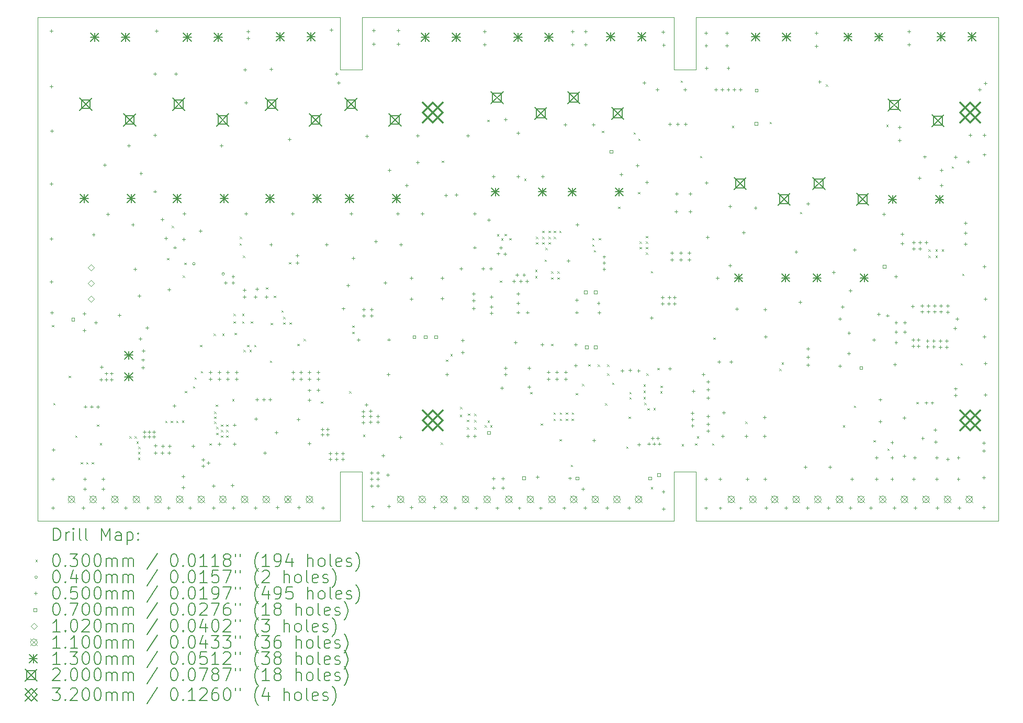
<source format=gbr>
%TF.GenerationSoftware,KiCad,Pcbnew,9.0.4*%
%TF.CreationDate,2025-10-13T08:26:49+02:00*%
%TF.ProjectId,io-gateway,696f2d67-6174-4657-9761-792e6b696361,rev?*%
%TF.SameCoordinates,Original*%
%TF.FileFunction,Drillmap*%
%TF.FilePolarity,Positive*%
%FSLAX45Y45*%
G04 Gerber Fmt 4.5, Leading zero omitted, Abs format (unit mm)*
G04 Created by KiCad (PCBNEW 9.0.4) date 2025-10-13 08:26:49*
%MOMM*%
%LPD*%
G01*
G04 APERTURE LIST*
%ADD10C,0.050000*%
%ADD11C,0.200000*%
%ADD12C,0.100000*%
%ADD13C,0.102000*%
%ADD14C,0.110000*%
%ADD15C,0.130000*%
%ADD16C,0.320000*%
G04 APERTURE END LIST*
D10*
X9875000Y-5675000D02*
X10225000Y-5675000D01*
X10225000Y-4825000D01*
X15275000Y-4825000D01*
X15275000Y-5675000D01*
X15625000Y-5675000D01*
X15625000Y-4825000D01*
X20525000Y-4825000D01*
X20525000Y-12975000D01*
X15625000Y-12975000D01*
X15625000Y-12175000D01*
X15275000Y-12175000D01*
X15275000Y-12975000D01*
X10225000Y-12975000D01*
X10225000Y-12175000D01*
X9875000Y-12175000D01*
X9875000Y-12975000D01*
X4975000Y-12975000D01*
X4975000Y-4825000D01*
X9875000Y-4825000D01*
X9875000Y-5675000D01*
D11*
D12*
X5207240Y-9804640D02*
X5237240Y-9834640D01*
X5237240Y-9804640D02*
X5207240Y-9834640D01*
X5230100Y-11064480D02*
X5260100Y-11094480D01*
X5260100Y-11064480D02*
X5230100Y-11094480D01*
X5477100Y-10626300D02*
X5507100Y-10656300D01*
X5507100Y-10626300D02*
X5477100Y-10656300D01*
X5585700Y-11592800D02*
X5615700Y-11622800D01*
X5615700Y-11592800D02*
X5585700Y-11622800D01*
X5674600Y-12024600D02*
X5704600Y-12054600D01*
X5704600Y-12024600D02*
X5674600Y-12054600D01*
X5763500Y-12024600D02*
X5793500Y-12054600D01*
X5793500Y-12024600D02*
X5763500Y-12054600D01*
X5852400Y-12024600D02*
X5882400Y-12054600D01*
X5882400Y-12024600D02*
X5852400Y-12054600D01*
X5934900Y-11412707D02*
X5964900Y-11442707D01*
X5964900Y-11412707D02*
X5934900Y-11442707D01*
X5984480Y-11714720D02*
X6014480Y-11744720D01*
X6014480Y-11714720D02*
X5984480Y-11744720D01*
X6462000Y-11605500D02*
X6492000Y-11635500D01*
X6492000Y-11605500D02*
X6462000Y-11635500D01*
X6545964Y-11603074D02*
X6575964Y-11633074D01*
X6575964Y-11603074D02*
X6545964Y-11633074D01*
X6575000Y-11690000D02*
X6605000Y-11720000D01*
X6605000Y-11690000D02*
X6575000Y-11720000D01*
X6601700Y-11860000D02*
X6631700Y-11890000D01*
X6631700Y-11860000D02*
X6601700Y-11890000D01*
X6603000Y-11953000D02*
X6633000Y-11983000D01*
X6633000Y-11953000D02*
X6603000Y-11983000D01*
X6605000Y-11775000D02*
X6635000Y-11805000D01*
X6635000Y-11775000D02*
X6605000Y-11805000D01*
X7040000Y-11355000D02*
X7070000Y-11385000D01*
X7070000Y-11355000D02*
X7040000Y-11385000D01*
X7071600Y-8722600D02*
X7101600Y-8752600D01*
X7101600Y-8722600D02*
X7071600Y-8752600D01*
X7130000Y-11355000D02*
X7160000Y-11385000D01*
X7160000Y-11355000D02*
X7130000Y-11385000D01*
X7147800Y-8201900D02*
X7177800Y-8231900D01*
X7177800Y-8201900D02*
X7147800Y-8231900D01*
X7218302Y-11352767D02*
X7248302Y-11382767D01*
X7248302Y-11352767D02*
X7218302Y-11382767D01*
X7312900Y-11351500D02*
X7342900Y-11381500D01*
X7342900Y-11351500D02*
X7312900Y-11381500D01*
X7325000Y-9005000D02*
X7355000Y-9035000D01*
X7355000Y-9005000D02*
X7325000Y-9035000D01*
X7351000Y-8798800D02*
X7381000Y-8828800D01*
X7381000Y-8798800D02*
X7351000Y-8828800D01*
X7361160Y-10871440D02*
X7391160Y-10901440D01*
X7391160Y-10871440D02*
X7361160Y-10901440D01*
X7492000Y-10795240D02*
X7522000Y-10825240D01*
X7522000Y-10795240D02*
X7492000Y-10825240D01*
X7515000Y-10650000D02*
X7545000Y-10680000D01*
X7545000Y-10650000D02*
X7515000Y-10680000D01*
X7605000Y-10128240D02*
X7635000Y-10158240D01*
X7635000Y-10128240D02*
X7605000Y-10158240D01*
X7617700Y-10551400D02*
X7647700Y-10581400D01*
X7647700Y-10551400D02*
X7617700Y-10581400D01*
X7757400Y-11719800D02*
X7787400Y-11749800D01*
X7787400Y-11719800D02*
X7757400Y-11749800D01*
X7825000Y-9945000D02*
X7855000Y-9975000D01*
X7855000Y-9945000D02*
X7825000Y-9975000D01*
X7835000Y-11205000D02*
X7865000Y-11235000D01*
X7865000Y-11205000D02*
X7835000Y-11235000D01*
X7835000Y-11285000D02*
X7865000Y-11315000D01*
X7865000Y-11285000D02*
X7835000Y-11315000D01*
X7835000Y-11365000D02*
X7865000Y-11395000D01*
X7865000Y-11365000D02*
X7835000Y-11395000D01*
X7859000Y-11089860D02*
X7889000Y-11119860D01*
X7889000Y-11089860D02*
X7859000Y-11119860D01*
X7864900Y-11453100D02*
X7894900Y-11483100D01*
X7894900Y-11453100D02*
X7864900Y-11483100D01*
X7864900Y-11550000D02*
X7894900Y-11580000D01*
X7894900Y-11550000D02*
X7864900Y-11580000D01*
X7941100Y-11415000D02*
X7971100Y-11445000D01*
X7971100Y-11415000D02*
X7941100Y-11445000D01*
X7941100Y-11503900D02*
X7971100Y-11533900D01*
X7971100Y-11503900D02*
X7941100Y-11533900D01*
X7941100Y-11592800D02*
X7971100Y-11622800D01*
X7971100Y-11592800D02*
X7941100Y-11622800D01*
X7965000Y-9945000D02*
X7995000Y-9975000D01*
X7995000Y-9945000D02*
X7965000Y-9975000D01*
X8030000Y-11415000D02*
X8060000Y-11445000D01*
X8060000Y-11415000D02*
X8030000Y-11445000D01*
X8030000Y-11503900D02*
X8060000Y-11533900D01*
X8060000Y-11503900D02*
X8030000Y-11533900D01*
X8030000Y-11592800D02*
X8060000Y-11622800D01*
X8060000Y-11592800D02*
X8030000Y-11622800D01*
X8125000Y-11005000D02*
X8155000Y-11035000D01*
X8155000Y-11005000D02*
X8125000Y-11035000D01*
X8145000Y-9625000D02*
X8175000Y-9655000D01*
X8175000Y-9625000D02*
X8145000Y-9655000D01*
X8145000Y-9745000D02*
X8175000Y-9775000D01*
X8175000Y-9745000D02*
X8145000Y-9775000D01*
X8163800Y-9931640D02*
X8193800Y-9961640D01*
X8193800Y-9931640D02*
X8163800Y-9961640D01*
X8245080Y-8483840D02*
X8275080Y-8513840D01*
X8275080Y-8483840D02*
X8245080Y-8513840D01*
X8250160Y-8377160D02*
X8280160Y-8407160D01*
X8280160Y-8377160D02*
X8250160Y-8407160D01*
X8285000Y-9625000D02*
X8315000Y-9655000D01*
X8315000Y-9625000D02*
X8285000Y-9655000D01*
X8285000Y-9745000D02*
X8315000Y-9775000D01*
X8315000Y-9745000D02*
X8285000Y-9775000D01*
X8297200Y-8684500D02*
X8327200Y-8714500D01*
X8327200Y-8684500D02*
X8297200Y-8714500D01*
X8305000Y-10205000D02*
X8335000Y-10235000D01*
X8335000Y-10205000D02*
X8305000Y-10235000D01*
X8365000Y-10125000D02*
X8395000Y-10155000D01*
X8395000Y-10125000D02*
X8365000Y-10155000D01*
X8405000Y-10205000D02*
X8435000Y-10235000D01*
X8435000Y-10205000D02*
X8405000Y-10235000D01*
X8425000Y-9745000D02*
X8455000Y-9775000D01*
X8455000Y-9745000D02*
X8425000Y-9775000D01*
X8481300Y-10125000D02*
X8511300Y-10155000D01*
X8511300Y-10125000D02*
X8481300Y-10155000D01*
X8671800Y-9195040D02*
X8701800Y-9225040D01*
X8701800Y-9195040D02*
X8671800Y-9225040D01*
X8735300Y-10378680D02*
X8765300Y-10408680D01*
X8765300Y-10378680D02*
X8735300Y-10408680D01*
X8748000Y-9769080D02*
X8778000Y-9799080D01*
X8778000Y-9769080D02*
X8748000Y-9799080D01*
X8798800Y-9332200D02*
X8828800Y-9362200D01*
X8828800Y-9332200D02*
X8798800Y-9362200D01*
X8920720Y-9565880D02*
X8950720Y-9595880D01*
X8950720Y-9565880D02*
X8920720Y-9595880D01*
X8951200Y-9675100D02*
X8981200Y-9705100D01*
X8981200Y-9675100D02*
X8951200Y-9705100D01*
X8951200Y-9764000D02*
X8981200Y-9794000D01*
X8981200Y-9764000D02*
X8951200Y-9794000D01*
X9042000Y-8788000D02*
X9072000Y-8818000D01*
X9072000Y-8788000D02*
X9042000Y-8818000D01*
X9052800Y-9764000D02*
X9082800Y-9794000D01*
X9082800Y-9764000D02*
X9052800Y-9794000D01*
X9179800Y-10109440D02*
X9209800Y-10139440D01*
X9209800Y-10109440D02*
X9179800Y-10139440D01*
X9281400Y-10030700D02*
X9311400Y-10060700D01*
X9311400Y-10030700D02*
X9281400Y-10060700D01*
X9560000Y-11040000D02*
X9590000Y-11070000D01*
X9590000Y-11040000D02*
X9560000Y-11070000D01*
X10018000Y-10876520D02*
X10048000Y-10906520D01*
X10048000Y-10876520D02*
X10018000Y-10906520D01*
X10068800Y-9814800D02*
X10098800Y-9844800D01*
X10098800Y-9814800D02*
X10068800Y-9844800D01*
X10068800Y-9916400D02*
X10098800Y-9946400D01*
X10098800Y-9916400D02*
X10068800Y-9946400D01*
X10243360Y-11577100D02*
X10273360Y-11607100D01*
X10273360Y-11577100D02*
X10243360Y-11607100D01*
X11501360Y-11704560D02*
X11531360Y-11734560D01*
X11531360Y-11704560D02*
X11501360Y-11734560D01*
X11516600Y-7147800D02*
X11546600Y-7177800D01*
X11546600Y-7147800D02*
X11516600Y-7177800D01*
X11585000Y-10365000D02*
X11615000Y-10395000D01*
X11615000Y-10365000D02*
X11585000Y-10395000D01*
X11655000Y-10272500D02*
X11685000Y-10302500D01*
X11685000Y-10272500D02*
X11655000Y-10302500D01*
X11809900Y-11255024D02*
X11839900Y-11285024D01*
X11839900Y-11255024D02*
X11809900Y-11285024D01*
X11813750Y-11128750D02*
X11843750Y-11158750D01*
X11843750Y-11128750D02*
X11813750Y-11158750D01*
X11923160Y-11337420D02*
X11953160Y-11367420D01*
X11953160Y-11337420D02*
X11923160Y-11367420D01*
X11923160Y-11459340D02*
X11953160Y-11489340D01*
X11953160Y-11459340D02*
X11923160Y-11489340D01*
X11940000Y-11235000D02*
X11970000Y-11265000D01*
X11970000Y-11235000D02*
X11940000Y-11265000D01*
X12040000Y-11240900D02*
X12070000Y-11270900D01*
X12070000Y-11240900D02*
X12040000Y-11270900D01*
X12040000Y-11342500D02*
X12070000Y-11372500D01*
X12070000Y-11342500D02*
X12040000Y-11372500D01*
X12040000Y-11459340D02*
X12070000Y-11489340D01*
X12070000Y-11459340D02*
X12040000Y-11489340D01*
X12212560Y-11425160D02*
X12242560Y-11455160D01*
X12242560Y-11425160D02*
X12212560Y-11455160D01*
X12253200Y-6487400D02*
X12283200Y-6517400D01*
X12283200Y-6487400D02*
X12253200Y-6517400D01*
X12258280Y-11348960D02*
X12288280Y-11378960D01*
X12288280Y-11348960D02*
X12258280Y-11378960D01*
X12298920Y-11425160D02*
X12328920Y-11455160D01*
X12328920Y-11425160D02*
X12298920Y-11455160D01*
X12410680Y-8336520D02*
X12440680Y-8366520D01*
X12440680Y-8336520D02*
X12410680Y-8366520D01*
X12457400Y-9085499D02*
X12487400Y-9115499D01*
X12487400Y-9085499D02*
X12457400Y-9115499D01*
X12476720Y-8402560D02*
X12506720Y-8432560D01*
X12506720Y-8402560D02*
X12476720Y-8432560D01*
X12532600Y-8331440D02*
X12562600Y-8361440D01*
X12562600Y-8331440D02*
X12532600Y-8361440D01*
X12608800Y-8397480D02*
X12638800Y-8427480D01*
X12638800Y-8397480D02*
X12608800Y-8427480D01*
X12850100Y-7439900D02*
X12880100Y-7469900D01*
X12880100Y-7439900D02*
X12850100Y-7469900D01*
X12946500Y-10886680D02*
X12976500Y-10916680D01*
X12976500Y-10886680D02*
X12946500Y-10916680D01*
X13027900Y-8913100D02*
X13057900Y-8943100D01*
X13057900Y-8913100D02*
X13027900Y-8943100D01*
X13027900Y-9014700D02*
X13057900Y-9044700D01*
X13057900Y-9014700D02*
X13027900Y-9044700D01*
X13040600Y-8379700D02*
X13070600Y-8409700D01*
X13070600Y-8379700D02*
X13040600Y-8409700D01*
X13040600Y-8468600D02*
X13070600Y-8498600D01*
X13070600Y-8468600D02*
X13040600Y-8498600D01*
X13116800Y-11394680D02*
X13146800Y-11424680D01*
X13146800Y-11394680D02*
X13116800Y-11424680D01*
X13142200Y-8280640D02*
X13172200Y-8310640D01*
X13172200Y-8280640D02*
X13142200Y-8310640D01*
X13142200Y-8379700D02*
X13172200Y-8409700D01*
X13172200Y-8379700D02*
X13142200Y-8409700D01*
X13142200Y-8468600D02*
X13172200Y-8498600D01*
X13172200Y-8468600D02*
X13142200Y-8498600D01*
X13180300Y-8748000D02*
X13210300Y-8778000D01*
X13210300Y-8748000D02*
X13180300Y-8778000D01*
X13193000Y-8557500D02*
X13223000Y-8587500D01*
X13223000Y-8557500D02*
X13193000Y-8587500D01*
X13243800Y-8280640D02*
X13273800Y-8310640D01*
X13273800Y-8280640D02*
X13243800Y-8310640D01*
X13243800Y-8379700D02*
X13273800Y-8409700D01*
X13273800Y-8379700D02*
X13243800Y-8409700D01*
X13243800Y-8468600D02*
X13273800Y-8498600D01*
X13273800Y-8468600D02*
X13243800Y-8498600D01*
X13285000Y-8935000D02*
X13315000Y-8965000D01*
X13315000Y-8935000D02*
X13285000Y-8965000D01*
X13285000Y-9035000D02*
X13315000Y-9065000D01*
X13315000Y-9035000D02*
X13285000Y-9065000D01*
X13285000Y-10108800D02*
X13315000Y-10138800D01*
X13315000Y-10108800D02*
X13285000Y-10138800D01*
X13325080Y-11216880D02*
X13355080Y-11246880D01*
X13355080Y-11216880D02*
X13325080Y-11246880D01*
X13325080Y-11318480D02*
X13355080Y-11348480D01*
X13355080Y-11318480D02*
X13325080Y-11348480D01*
X13330160Y-8280640D02*
X13360160Y-8310640D01*
X13360160Y-8280640D02*
X13330160Y-8310640D01*
X13330160Y-8377160D02*
X13360160Y-8407160D01*
X13360160Y-8377160D02*
X13330160Y-8407160D01*
X13385000Y-8935000D02*
X13415000Y-8965000D01*
X13415000Y-8935000D02*
X13385000Y-8965000D01*
X13385000Y-9035000D02*
X13415000Y-9065000D01*
X13415000Y-9035000D02*
X13385000Y-9065000D01*
X13416520Y-8280640D02*
X13446520Y-8310640D01*
X13446520Y-8280640D02*
X13416520Y-8310640D01*
X13420505Y-11649240D02*
X13450505Y-11679240D01*
X13450505Y-11649240D02*
X13420505Y-11679240D01*
X13426680Y-11216880D02*
X13456680Y-11246880D01*
X13456680Y-11216880D02*
X13426680Y-11246880D01*
X13426680Y-11318480D02*
X13456680Y-11348480D01*
X13456680Y-11318480D02*
X13426680Y-11348480D01*
X13523200Y-11216880D02*
X13553200Y-11246880D01*
X13553200Y-11216880D02*
X13523200Y-11246880D01*
X13523200Y-11318480D02*
X13553200Y-11348480D01*
X13553200Y-11318480D02*
X13523200Y-11348480D01*
X13605000Y-12065000D02*
X13635000Y-12095000D01*
X13635000Y-12065000D02*
X13605000Y-12095000D01*
X13614640Y-11318480D02*
X13644640Y-11348480D01*
X13644640Y-11318480D02*
X13614640Y-11348480D01*
X13619720Y-11216880D02*
X13649720Y-11246880D01*
X13649720Y-11216880D02*
X13619720Y-11246880D01*
X13685000Y-10905880D02*
X13715000Y-10935880D01*
X13715000Y-10905880D02*
X13685000Y-10935880D01*
X13787360Y-10758700D02*
X13817360Y-10788700D01*
X13817360Y-10758700D02*
X13787360Y-10788700D01*
X13888960Y-10439640D02*
X13918960Y-10469640D01*
X13918960Y-10439640D02*
X13888960Y-10469640D01*
X13949920Y-8397480D02*
X13979920Y-8427480D01*
X13979920Y-8397480D02*
X13949920Y-8427480D01*
X13949920Y-8499080D02*
X13979920Y-8529080D01*
X13979920Y-8499080D02*
X13949920Y-8529080D01*
X13975000Y-8595000D02*
X14005000Y-8625000D01*
X14005000Y-8595000D02*
X13975000Y-8625000D01*
X14041360Y-10444720D02*
X14071360Y-10474720D01*
X14071360Y-10444720D02*
X14041360Y-10474720D01*
X14056600Y-8397480D02*
X14086600Y-8427480D01*
X14086600Y-8397480D02*
X14056600Y-8427480D01*
X14107400Y-6665200D02*
X14137400Y-6695200D01*
X14137400Y-6665200D02*
X14107400Y-6695200D01*
X14158002Y-11069300D02*
X14188002Y-11099300D01*
X14188002Y-11069300D02*
X14158002Y-11099300D01*
X14193760Y-10444720D02*
X14223760Y-10474720D01*
X14223760Y-10444720D02*
X14193760Y-10474720D01*
X14193760Y-10586960D02*
X14223760Y-10616960D01*
X14223760Y-10586960D02*
X14193760Y-10616960D01*
X14273400Y-10734280D02*
X14303400Y-10764280D01*
X14303400Y-10734280D02*
X14273400Y-10764280D01*
X14367750Y-7890750D02*
X14397750Y-7920750D01*
X14397750Y-7890750D02*
X14367750Y-7920750D01*
X14500000Y-11770000D02*
X14530000Y-11800000D01*
X14530000Y-11770000D02*
X14500000Y-11800000D01*
X14539200Y-11288000D02*
X14569200Y-11318000D01*
X14569200Y-11288000D02*
X14539200Y-11318000D01*
X14550000Y-10975000D02*
X14580000Y-11005000D01*
X14580000Y-10975000D02*
X14550000Y-11005000D01*
X14551145Y-10889216D02*
X14581145Y-10919216D01*
X14581145Y-10889216D02*
X14551145Y-10919216D01*
X14620480Y-6690600D02*
X14650480Y-6720600D01*
X14650480Y-6690600D02*
X14620480Y-6720600D01*
X14691600Y-7655800D02*
X14721600Y-7685800D01*
X14721600Y-7655800D02*
X14691600Y-7685800D01*
X14696680Y-6789280D02*
X14726680Y-6819280D01*
X14726680Y-6789280D02*
X14696680Y-6819280D01*
X14717000Y-8453360D02*
X14747000Y-8483360D01*
X14747000Y-8453360D02*
X14717000Y-8483360D01*
X14717000Y-8542260D02*
X14747000Y-8572260D01*
X14747000Y-8542260D02*
X14717000Y-8572260D01*
X14780500Y-10767300D02*
X14810500Y-10797300D01*
X14810500Y-10767300D02*
X14780500Y-10797300D01*
X14780500Y-10868900D02*
X14810500Y-10898900D01*
X14810500Y-10868900D02*
X14780500Y-10898900D01*
X14780500Y-10970500D02*
X14810500Y-11000500D01*
X14810500Y-10970500D02*
X14780500Y-11000500D01*
X14794148Y-11063037D02*
X14824148Y-11093037D01*
X14824148Y-11063037D02*
X14794148Y-11093037D01*
X14818600Y-8364460D02*
X14848600Y-8394460D01*
X14848600Y-8364460D02*
X14818600Y-8394460D01*
X14818600Y-8453360D02*
X14848600Y-8483360D01*
X14848600Y-8453360D02*
X14818600Y-8483360D01*
X14818600Y-8542260D02*
X14848600Y-8572260D01*
X14848600Y-8542260D02*
X14818600Y-8572260D01*
X14818600Y-8631160D02*
X14848600Y-8661160D01*
X14848600Y-8631160D02*
X14818600Y-8661160D01*
X14825875Y-10588845D02*
X14855875Y-10618845D01*
X14855875Y-10588845D02*
X14825875Y-10618845D01*
X14845000Y-11150000D02*
X14875000Y-11180000D01*
X14875000Y-11150000D02*
X14845000Y-11180000D01*
X14897500Y-12427500D02*
X14927500Y-12457500D01*
X14927500Y-12427500D02*
X14897500Y-12457500D01*
X14899880Y-8930880D02*
X14929880Y-8960880D01*
X14929880Y-8930880D02*
X14899880Y-8960880D01*
X14940397Y-11146402D02*
X14970397Y-11176402D01*
X14970397Y-11146402D02*
X14940397Y-11176402D01*
X15002500Y-10497500D02*
X15032500Y-10527500D01*
X15032500Y-10497500D02*
X15002500Y-10527500D01*
X15050375Y-10876924D02*
X15080375Y-10906924D01*
X15080375Y-10876924D02*
X15050375Y-10906924D01*
X15056200Y-10787112D02*
X15086200Y-10817112D01*
X15086200Y-10787112D02*
X15056200Y-10817112D01*
X15382480Y-5852400D02*
X15412480Y-5882400D01*
X15412480Y-5852400D02*
X15382480Y-5882400D01*
X15400000Y-11730000D02*
X15430000Y-11760000D01*
X15430000Y-11730000D02*
X15400000Y-11760000D01*
X15615000Y-11720000D02*
X15645000Y-11750000D01*
X15645000Y-11720000D02*
X15615000Y-11750000D01*
X15645000Y-11602500D02*
X15675000Y-11632500D01*
X15675000Y-11602500D02*
X15645000Y-11632500D01*
X15694900Y-7071600D02*
X15724900Y-7101600D01*
X15724900Y-7071600D02*
X15694900Y-7101600D01*
X15890000Y-11720000D02*
X15920000Y-11750000D01*
X15920000Y-11720000D02*
X15890000Y-11750000D01*
X15910800Y-10007840D02*
X15940800Y-10037840D01*
X15940800Y-10007840D02*
X15910800Y-10037840D01*
X16210000Y-6585000D02*
X16240000Y-6615000D01*
X16240000Y-6585000D02*
X16210000Y-6615000D01*
X16425000Y-11365000D02*
X16455000Y-11395000D01*
X16455000Y-11365000D02*
X16425000Y-11395000D01*
X16819163Y-6519163D02*
X16849163Y-6549163D01*
X16849163Y-6519163D02*
X16819163Y-6549163D01*
X16977600Y-10513300D02*
X17007600Y-10543300D01*
X17007600Y-10513300D02*
X16977600Y-10543300D01*
X17015700Y-10411700D02*
X17045700Y-10441700D01*
X17045700Y-10411700D02*
X17015700Y-10441700D01*
X17312418Y-7977022D02*
X17342418Y-8007022D01*
X17342418Y-7977022D02*
X17312418Y-8007022D01*
X17732703Y-5915114D02*
X17762703Y-5945114D01*
X17762703Y-5915114D02*
X17732703Y-5945114D01*
X18005000Y-11425000D02*
X18035000Y-11455000D01*
X18035000Y-11425000D02*
X18005000Y-11455000D01*
X18185000Y-11110200D02*
X18215000Y-11140200D01*
X18215000Y-11110200D02*
X18185000Y-11140200D01*
X18501600Y-11669000D02*
X18531600Y-11699000D01*
X18531600Y-11669000D02*
X18501600Y-11699000D01*
X18709831Y-6565509D02*
X18739831Y-6595509D01*
X18739831Y-6565509D02*
X18709831Y-6595509D01*
X18725120Y-11801080D02*
X18755120Y-11831080D01*
X18755120Y-11801080D02*
X18725120Y-11831080D01*
X19197560Y-11049240D02*
X19227560Y-11079240D01*
X19227560Y-11049240D02*
X19197560Y-11079240D01*
X19390600Y-8582900D02*
X19420600Y-8612900D01*
X19420600Y-8582900D02*
X19390600Y-8612900D01*
X19390600Y-8681960D02*
X19420600Y-8711960D01*
X19420600Y-8681960D02*
X19390600Y-8711960D01*
X19504900Y-8582900D02*
X19534900Y-8612900D01*
X19534900Y-8582900D02*
X19504900Y-8612900D01*
X19504900Y-8684500D02*
X19534900Y-8714500D01*
X19534900Y-8684500D02*
X19504900Y-8714500D01*
X19606500Y-8582900D02*
X19636500Y-8612900D01*
X19636500Y-8582900D02*
X19606500Y-8612900D01*
X19765000Y-7240000D02*
X19795000Y-7270000D01*
X19795000Y-7240000D02*
X19765000Y-7270000D01*
X19911300Y-10424400D02*
X19941300Y-10454400D01*
X19941300Y-10424400D02*
X19911300Y-10454400D01*
X19936700Y-8976600D02*
X19966700Y-9006600D01*
X19966700Y-8976600D02*
X19936700Y-9006600D01*
X7525700Y-8813800D02*
G75*
G02*
X7485700Y-8813800I-20000J0D01*
G01*
X7485700Y-8813800D02*
G75*
G02*
X7525700Y-8813800I20000J0D01*
G01*
X8000000Y-8980000D02*
G75*
G02*
X7960000Y-8980000I-20000J0D01*
G01*
X7960000Y-8980000D02*
G75*
G02*
X8000000Y-8980000I20000J0D01*
G01*
X5194300Y-5918600D02*
X5194300Y-5968600D01*
X5169300Y-5943600D02*
X5219300Y-5943600D01*
X5194300Y-7493400D02*
X5194300Y-7543400D01*
X5169300Y-7518400D02*
X5219300Y-7518400D01*
X5194300Y-9080900D02*
X5194300Y-9130900D01*
X5169300Y-9105900D02*
X5219300Y-9105900D01*
X5194407Y-8382400D02*
X5194407Y-8432400D01*
X5169407Y-8407400D02*
X5219407Y-8407400D01*
X5200000Y-5025000D02*
X5200000Y-5075000D01*
X5175000Y-5050000D02*
X5225000Y-5050000D01*
X5207000Y-6642500D02*
X5207000Y-6692500D01*
X5182000Y-6667500D02*
X5232000Y-6667500D01*
X5207000Y-9576200D02*
X5207000Y-9626200D01*
X5182000Y-9601200D02*
X5232000Y-9601200D01*
X5220000Y-12268600D02*
X5220000Y-12318600D01*
X5195000Y-12293600D02*
X5245000Y-12293600D01*
X5220000Y-12735000D02*
X5220000Y-12785000D01*
X5195000Y-12760000D02*
X5245000Y-12760000D01*
X5232400Y-11798700D02*
X5232400Y-11848700D01*
X5207400Y-11823700D02*
X5257400Y-11823700D01*
X5715000Y-12735000D02*
X5715000Y-12785000D01*
X5690000Y-12760000D02*
X5740000Y-12760000D01*
X5735000Y-9595000D02*
X5735000Y-9645000D01*
X5710000Y-9620000D02*
X5760000Y-9620000D01*
X5735000Y-9865000D02*
X5735000Y-9915000D01*
X5710000Y-9890000D02*
X5760000Y-9890000D01*
X5740400Y-12268600D02*
X5740400Y-12318600D01*
X5715400Y-12293600D02*
X5765400Y-12293600D01*
X5740400Y-12433700D02*
X5740400Y-12483700D01*
X5715400Y-12458700D02*
X5765400Y-12458700D01*
X5746100Y-11098900D02*
X5746100Y-11148900D01*
X5721100Y-11123900D02*
X5771100Y-11123900D01*
X5847700Y-11098900D02*
X5847700Y-11148900D01*
X5822700Y-11123900D02*
X5872700Y-11123900D01*
X5880000Y-8315000D02*
X5880000Y-8365000D01*
X5855000Y-8340000D02*
X5905000Y-8340000D01*
X5918200Y-9741300D02*
X5918200Y-9791300D01*
X5893200Y-9766300D02*
X5943200Y-9766300D01*
X5950600Y-11100200D02*
X5950600Y-11150200D01*
X5925600Y-11125200D02*
X5975600Y-11125200D01*
X6000000Y-10660000D02*
X6000000Y-10710000D01*
X5975000Y-10685000D02*
X6025000Y-10685000D01*
X6010000Y-10460000D02*
X6010000Y-10510000D01*
X5985000Y-10485000D02*
X6035000Y-10485000D01*
X6032500Y-12268600D02*
X6032500Y-12318600D01*
X6007500Y-12293600D02*
X6057500Y-12293600D01*
X6032500Y-12433700D02*
X6032500Y-12483700D01*
X6007500Y-12458700D02*
X6057500Y-12458700D01*
X6040000Y-12735000D02*
X6040000Y-12785000D01*
X6015000Y-12760000D02*
X6065000Y-12760000D01*
X6060000Y-7195000D02*
X6060000Y-7245000D01*
X6035000Y-7220000D02*
X6085000Y-7220000D01*
X6085000Y-10565000D02*
X6085000Y-10615000D01*
X6060000Y-10590000D02*
X6110000Y-10590000D01*
X6085000Y-10660000D02*
X6085000Y-10710000D01*
X6060000Y-10685000D02*
X6110000Y-10685000D01*
X6115000Y-7990000D02*
X6115000Y-8040000D01*
X6090000Y-8015000D02*
X6140000Y-8015000D01*
X6170000Y-10565000D02*
X6170000Y-10615000D01*
X6145000Y-10590000D02*
X6195000Y-10590000D01*
X6175000Y-10660000D02*
X6175000Y-10710000D01*
X6150000Y-10685000D02*
X6200000Y-10685000D01*
X6300000Y-9625000D02*
X6300000Y-9675000D01*
X6275000Y-9650000D02*
X6325000Y-9650000D01*
X6400800Y-12735000D02*
X6400800Y-12785000D01*
X6375800Y-12760000D02*
X6425800Y-12760000D01*
X6450000Y-6875000D02*
X6450000Y-6925000D01*
X6425000Y-6900000D02*
X6475000Y-6900000D01*
X6515000Y-8155000D02*
X6515000Y-8205000D01*
X6490000Y-8180000D02*
X6540000Y-8180000D01*
X6550000Y-8875000D02*
X6550000Y-8925000D01*
X6525000Y-8900000D02*
X6575000Y-8900000D01*
X6620000Y-9305000D02*
X6620000Y-9355000D01*
X6595000Y-9330000D02*
X6645000Y-9330000D01*
X6640000Y-10005000D02*
X6640000Y-10055000D01*
X6615000Y-10030000D02*
X6665000Y-10030000D01*
X6650000Y-7325000D02*
X6650000Y-7375000D01*
X6625000Y-7350000D02*
X6675000Y-7350000D01*
X6680200Y-10345000D02*
X6680200Y-10395000D01*
X6655200Y-10370000D02*
X6705200Y-10370000D01*
X6680200Y-10465200D02*
X6680200Y-10515200D01*
X6655200Y-10490200D02*
X6705200Y-10490200D01*
X6685000Y-10200000D02*
X6685000Y-10250000D01*
X6660000Y-10225000D02*
X6710000Y-10225000D01*
X6705600Y-11506600D02*
X6705600Y-11556600D01*
X6680600Y-11531600D02*
X6730600Y-11531600D01*
X6705600Y-11582800D02*
X6705600Y-11632800D01*
X6680600Y-11607800D02*
X6730600Y-11607800D01*
X6750000Y-9825000D02*
X6750000Y-9875000D01*
X6725000Y-9850000D02*
X6775000Y-9850000D01*
X6760000Y-12735000D02*
X6760000Y-12785000D01*
X6735000Y-12760000D02*
X6785000Y-12760000D01*
X6781800Y-11506600D02*
X6781800Y-11556600D01*
X6756800Y-11531600D02*
X6806800Y-11531600D01*
X6781800Y-11582800D02*
X6781800Y-11632800D01*
X6756800Y-11607800D02*
X6806800Y-11607800D01*
X6858000Y-11506600D02*
X6858000Y-11556600D01*
X6833000Y-11531600D02*
X6883000Y-11531600D01*
X6858000Y-11582800D02*
X6858000Y-11632800D01*
X6833000Y-11607800D02*
X6883000Y-11607800D01*
X6870700Y-5715400D02*
X6870700Y-5765400D01*
X6845700Y-5740400D02*
X6895700Y-5740400D01*
X6870700Y-6706000D02*
X6870700Y-6756000D01*
X6845700Y-6731000D02*
X6895700Y-6731000D01*
X6873000Y-7619000D02*
X6873000Y-7669000D01*
X6848000Y-7644000D02*
X6898000Y-7644000D01*
X6883400Y-11849500D02*
X6883400Y-11899500D01*
X6858400Y-11874500D02*
X6908400Y-11874500D01*
X6884833Y-11730380D02*
X6884833Y-11780380D01*
X6859833Y-11755380D02*
X6909833Y-11755380D01*
X6900000Y-5025000D02*
X6900000Y-5075000D01*
X6875000Y-5050000D02*
X6925000Y-5050000D01*
X6995000Y-8075000D02*
X6995000Y-8125000D01*
X6970000Y-8100000D02*
X7020000Y-8100000D01*
X6995160Y-11849500D02*
X6995160Y-11899500D01*
X6970160Y-11874500D02*
X7020160Y-11874500D01*
X6997700Y-11735200D02*
X6997700Y-11785200D01*
X6972700Y-11760200D02*
X7022700Y-11760200D01*
X7050000Y-8375000D02*
X7050000Y-8425000D01*
X7025000Y-8400000D02*
X7075000Y-8400000D01*
X7096760Y-12735000D02*
X7096760Y-12785000D01*
X7071760Y-12760000D02*
X7121760Y-12760000D01*
X7101840Y-11849500D02*
X7101840Y-11899500D01*
X7076840Y-11874500D02*
X7126840Y-11874500D01*
X7105000Y-9210000D02*
X7105000Y-9260000D01*
X7080000Y-9235000D02*
X7130000Y-9235000D01*
X7112000Y-11735200D02*
X7112000Y-11785200D01*
X7087000Y-11760200D02*
X7137000Y-11760200D01*
X7190000Y-11085000D02*
X7190000Y-11135000D01*
X7165000Y-11110000D02*
X7215000Y-11110000D01*
X7200000Y-8525000D02*
X7200000Y-8575000D01*
X7175000Y-8550000D02*
X7225000Y-8550000D01*
X7213600Y-5715400D02*
X7213600Y-5765400D01*
X7188600Y-5740400D02*
X7238600Y-5740400D01*
X7327900Y-12230500D02*
X7327900Y-12280500D01*
X7302900Y-12255500D02*
X7352900Y-12255500D01*
X7327900Y-12408300D02*
X7327900Y-12458300D01*
X7302900Y-12433300D02*
X7352900Y-12433300D01*
X7340000Y-8395000D02*
X7340000Y-8445000D01*
X7315000Y-8420000D02*
X7365000Y-8420000D01*
X7350000Y-7975000D02*
X7350000Y-8025000D01*
X7325000Y-8000000D02*
X7375000Y-8000000D01*
X7440000Y-12735000D02*
X7440000Y-12785000D01*
X7415000Y-12760000D02*
X7465000Y-12760000D01*
X7491600Y-11735200D02*
X7491600Y-11785200D01*
X7466600Y-11760200D02*
X7516600Y-11760200D01*
X7613000Y-8261000D02*
X7613000Y-8311000D01*
X7588000Y-8286000D02*
X7638000Y-8286000D01*
X7655000Y-11955000D02*
X7655000Y-12005000D01*
X7630000Y-11980000D02*
X7680000Y-11980000D01*
X7655000Y-12060000D02*
X7655000Y-12110000D01*
X7630000Y-12085000D02*
X7680000Y-12085000D01*
X7735000Y-12010000D02*
X7735000Y-12060000D01*
X7710000Y-12035000D02*
X7760000Y-12035000D01*
X7772400Y-10541400D02*
X7772400Y-10591400D01*
X7747400Y-10566400D02*
X7797400Y-10566400D01*
X7772400Y-10655700D02*
X7772400Y-10705700D01*
X7747400Y-10680700D02*
X7797400Y-10680700D01*
X7823200Y-12382900D02*
X7823200Y-12432900D01*
X7798200Y-12407900D02*
X7848200Y-12407900D01*
X7823200Y-12738500D02*
X7823200Y-12788500D01*
X7798200Y-12763500D02*
X7848200Y-12763500D01*
X7912100Y-10541400D02*
X7912100Y-10591400D01*
X7887100Y-10566400D02*
X7937100Y-10566400D01*
X7912100Y-10655700D02*
X7912100Y-10705700D01*
X7887100Y-10680700D02*
X7937100Y-10680700D01*
X7915000Y-11705000D02*
X7915000Y-11755000D01*
X7890000Y-11730000D02*
X7940000Y-11730000D01*
X7950000Y-6875000D02*
X7950000Y-6925000D01*
X7925000Y-6900000D02*
X7975000Y-6900000D01*
X8020000Y-9095000D02*
X8020000Y-9145000D01*
X7995000Y-9120000D02*
X8045000Y-9120000D01*
X8051800Y-10541400D02*
X8051800Y-10591400D01*
X8026800Y-10566400D02*
X8076800Y-10566400D01*
X8051800Y-10655700D02*
X8051800Y-10705700D01*
X8026800Y-10680700D02*
X8076800Y-10680700D01*
X8128000Y-12370200D02*
X8128000Y-12420200D01*
X8103000Y-12395200D02*
X8153000Y-12395200D01*
X8140000Y-8995000D02*
X8140000Y-9045000D01*
X8115000Y-9020000D02*
X8165000Y-9020000D01*
X8140000Y-9095000D02*
X8140000Y-9145000D01*
X8115000Y-9120000D02*
X8165000Y-9120000D01*
X8140700Y-12738500D02*
X8140700Y-12788500D01*
X8115700Y-12763500D02*
X8165700Y-12763500D01*
X8160000Y-11395000D02*
X8160000Y-11445000D01*
X8135000Y-11420000D02*
X8185000Y-11420000D01*
X8160000Y-11705340D02*
X8160000Y-11755340D01*
X8135000Y-11730340D02*
X8185000Y-11730340D01*
X8191500Y-10541400D02*
X8191500Y-10591400D01*
X8166500Y-10566400D02*
X8216500Y-10566400D01*
X8191500Y-10655700D02*
X8191500Y-10705700D01*
X8166500Y-10680700D02*
X8216500Y-10680700D01*
X8325000Y-9215000D02*
X8325000Y-9265000D01*
X8300000Y-9240000D02*
X8350000Y-9240000D01*
X8325000Y-9325000D02*
X8325000Y-9375000D01*
X8300000Y-9350000D02*
X8350000Y-9350000D01*
X8331200Y-5651900D02*
X8331200Y-5701900D01*
X8306200Y-5676900D02*
X8356200Y-5676900D01*
X8343900Y-6185300D02*
X8343900Y-6235300D01*
X8318900Y-6210300D02*
X8368900Y-6210300D01*
X8350000Y-7975000D02*
X8350000Y-8025000D01*
X8325000Y-8000000D02*
X8375000Y-8000000D01*
X8382000Y-5029600D02*
X8382000Y-5079600D01*
X8357000Y-5054600D02*
X8407000Y-5054600D01*
X8382000Y-5143900D02*
X8382000Y-5193900D01*
X8357000Y-5168900D02*
X8407000Y-5168900D01*
X8496300Y-12738500D02*
X8496300Y-12788500D01*
X8471300Y-12763500D02*
X8521300Y-12763500D01*
X8500000Y-9325000D02*
X8500000Y-9375000D01*
X8475000Y-9350000D02*
X8525000Y-9350000D01*
X8505000Y-11295000D02*
X8505000Y-11345000D01*
X8480000Y-11320000D02*
X8530000Y-11320000D01*
X8521700Y-9195200D02*
X8521700Y-9245200D01*
X8496700Y-9220200D02*
X8546700Y-9220200D01*
X8525000Y-10985000D02*
X8525000Y-11035000D01*
X8500000Y-11010000D02*
X8550000Y-11010000D01*
X8635000Y-10985000D02*
X8635000Y-11035000D01*
X8610000Y-11010000D02*
X8660000Y-11010000D01*
X8650000Y-11850000D02*
X8650000Y-11900000D01*
X8625000Y-11875000D02*
X8675000Y-11875000D01*
X8680000Y-9325000D02*
X8680000Y-9375000D01*
X8655000Y-9350000D02*
X8705000Y-9350000D01*
X8735000Y-10985000D02*
X8735000Y-11035000D01*
X8710000Y-11010000D02*
X8760000Y-11010000D01*
X8750000Y-8475000D02*
X8750000Y-8525000D01*
X8725000Y-8500000D02*
X8775000Y-8500000D01*
X8750300Y-5639200D02*
X8750300Y-5689200D01*
X8725300Y-5664200D02*
X8775300Y-5664200D01*
X8839200Y-11519300D02*
X8839200Y-11569300D01*
X8814200Y-11544300D02*
X8864200Y-11544300D01*
X8851900Y-12725800D02*
X8851900Y-12775800D01*
X8826900Y-12750800D02*
X8876900Y-12750800D01*
X9050000Y-6775000D02*
X9050000Y-6825000D01*
X9025000Y-6800000D02*
X9075000Y-6800000D01*
X9100000Y-7975000D02*
X9100000Y-8025000D01*
X9075000Y-8000000D02*
X9125000Y-8000000D01*
X9105900Y-10541400D02*
X9105900Y-10591400D01*
X9080900Y-10566400D02*
X9130900Y-10566400D01*
X9105900Y-10655700D02*
X9105900Y-10705700D01*
X9080900Y-10680700D02*
X9130900Y-10680700D01*
X9180000Y-8655000D02*
X9180000Y-8705000D01*
X9155000Y-8680000D02*
X9205000Y-8680000D01*
X9180000Y-8775000D02*
X9180000Y-8825000D01*
X9155000Y-8800000D02*
X9205000Y-8800000D01*
X9194800Y-11303400D02*
X9194800Y-11353400D01*
X9169800Y-11328400D02*
X9219800Y-11328400D01*
X9199880Y-12730880D02*
X9199880Y-12780880D01*
X9174880Y-12755880D02*
X9224880Y-12755880D01*
X9232900Y-10541400D02*
X9232900Y-10591400D01*
X9207900Y-10566400D02*
X9257900Y-10566400D01*
X9232900Y-10655700D02*
X9232900Y-10705700D01*
X9207900Y-10680700D02*
X9257900Y-10680700D01*
X9372600Y-10541400D02*
X9372600Y-10591400D01*
X9347600Y-10566400D02*
X9397600Y-10566400D01*
X9372600Y-10655700D02*
X9372600Y-10705700D01*
X9347600Y-10680700D02*
X9397600Y-10680700D01*
X9372600Y-10836040D02*
X9372600Y-10886040D01*
X9347600Y-10861040D02*
X9397600Y-10861040D01*
X9372600Y-10990000D02*
X9372600Y-11040000D01*
X9347600Y-11015000D02*
X9397600Y-11015000D01*
X9375000Y-11695000D02*
X9375000Y-11745000D01*
X9350000Y-11720000D02*
X9400000Y-11720000D01*
X9512300Y-10541400D02*
X9512300Y-10591400D01*
X9487300Y-10566400D02*
X9537300Y-10566400D01*
X9512300Y-10655700D02*
X9512300Y-10705700D01*
X9487300Y-10680700D02*
X9537300Y-10680700D01*
X9512300Y-10833500D02*
X9512300Y-10883500D01*
X9487300Y-10858500D02*
X9537300Y-10858500D01*
X9580880Y-11465960D02*
X9580880Y-11515960D01*
X9555880Y-11490960D02*
X9605880Y-11490960D01*
X9580880Y-11552320D02*
X9580880Y-11602320D01*
X9555880Y-11577320D02*
X9605880Y-11577320D01*
X9588500Y-12738500D02*
X9588500Y-12788500D01*
X9563500Y-12763500D02*
X9613500Y-12763500D01*
X9650000Y-8475000D02*
X9650000Y-8525000D01*
X9625000Y-8500000D02*
X9675000Y-8500000D01*
X9667240Y-11465960D02*
X9667240Y-11515960D01*
X9642240Y-11490960D02*
X9692240Y-11490960D01*
X9667240Y-11552320D02*
X9667240Y-11602320D01*
X9642240Y-11577320D02*
X9692240Y-11577320D01*
X9712960Y-11857120D02*
X9712960Y-11907120D01*
X9687960Y-11882120D02*
X9737960Y-11882120D01*
X9712960Y-11948560D02*
X9712960Y-11998560D01*
X9687960Y-11973560D02*
X9737960Y-11973560D01*
X9728200Y-5004200D02*
X9728200Y-5054200D01*
X9703200Y-5029200D02*
X9753200Y-5029200D01*
X9809501Y-5721807D02*
X9809501Y-5771807D01*
X9784501Y-5746807D02*
X9834501Y-5746807D01*
X9814560Y-11857120D02*
X9814560Y-11907120D01*
X9789560Y-11882120D02*
X9839560Y-11882120D01*
X9814560Y-11948560D02*
X9814560Y-11998560D01*
X9789560Y-11973560D02*
X9839560Y-11973560D01*
X9845000Y-5860000D02*
X9845000Y-5910000D01*
X9820000Y-5885000D02*
X9870000Y-5885000D01*
X9916160Y-11857120D02*
X9916160Y-11907120D01*
X9891160Y-11882120D02*
X9941160Y-11882120D01*
X9916160Y-11948560D02*
X9916160Y-11998560D01*
X9891160Y-11973560D02*
X9941160Y-11973560D01*
X9920000Y-9515000D02*
X9920000Y-9565000D01*
X9895000Y-9540000D02*
X9945000Y-9540000D01*
X10000000Y-9135000D02*
X10000000Y-9185000D01*
X9975000Y-9160000D02*
X10025000Y-9160000D01*
X10050000Y-7975000D02*
X10050000Y-8025000D01*
X10025000Y-8000000D02*
X10075000Y-8000000D01*
X10080000Y-8695000D02*
X10080000Y-8745000D01*
X10055000Y-8720000D02*
X10105000Y-8720000D01*
X10170000Y-10020000D02*
X10170000Y-10070000D01*
X10145000Y-10045000D02*
X10195000Y-10045000D01*
X10246360Y-11176400D02*
X10246360Y-11226400D01*
X10221360Y-11201400D02*
X10271360Y-11201400D01*
X10246360Y-11257680D02*
X10246360Y-11307680D01*
X10221360Y-11282680D02*
X10271360Y-11282680D01*
X10246360Y-11354200D02*
X10246360Y-11404200D01*
X10221360Y-11379200D02*
X10271360Y-11379200D01*
X10251440Y-9530480D02*
X10251440Y-9580480D01*
X10226440Y-9555480D02*
X10276440Y-9555480D01*
X10251440Y-9632080D02*
X10251440Y-9682080D01*
X10226440Y-9657080D02*
X10276440Y-9657080D01*
X10295000Y-11070000D02*
X10295000Y-11120000D01*
X10270000Y-11095000D02*
X10320000Y-11095000D01*
X10300000Y-6725000D02*
X10300000Y-6775000D01*
X10275000Y-6750000D02*
X10325000Y-6750000D01*
X10363200Y-11171320D02*
X10363200Y-11221320D01*
X10338200Y-11196320D02*
X10388200Y-11196320D01*
X10363200Y-11252600D02*
X10363200Y-11302600D01*
X10338200Y-11277600D02*
X10388200Y-11277600D01*
X10363200Y-11349120D02*
X10363200Y-11399120D01*
X10338200Y-11374120D02*
X10388200Y-11374120D01*
X10375900Y-9525400D02*
X10375900Y-9575400D01*
X10350900Y-9550400D02*
X10400900Y-9550400D01*
X10375900Y-9627000D02*
X10375900Y-9677000D01*
X10350900Y-9652000D02*
X10400900Y-9652000D01*
X10375900Y-12167000D02*
X10375900Y-12217000D01*
X10350900Y-12192000D02*
X10400900Y-12192000D01*
X10375900Y-12268600D02*
X10375900Y-12318600D01*
X10350900Y-12293600D02*
X10400900Y-12293600D01*
X10375900Y-12382900D02*
X10375900Y-12432900D01*
X10350900Y-12407900D02*
X10400900Y-12407900D01*
X10393680Y-12715640D02*
X10393680Y-12765640D01*
X10368680Y-12740640D02*
X10418680Y-12740640D01*
X10414000Y-5016900D02*
X10414000Y-5066900D01*
X10389000Y-5041900D02*
X10439000Y-5041900D01*
X10414000Y-5232800D02*
X10414000Y-5282800D01*
X10389000Y-5257800D02*
X10439000Y-5257800D01*
X10450000Y-8425000D02*
X10450000Y-8475000D01*
X10425000Y-8450000D02*
X10475000Y-8450000D01*
X10477500Y-11252600D02*
X10477500Y-11302600D01*
X10452500Y-11277600D02*
X10502500Y-11277600D01*
X10477500Y-11349120D02*
X10477500Y-11399120D01*
X10452500Y-11374120D02*
X10502500Y-11374120D01*
X10477500Y-12167000D02*
X10477500Y-12217000D01*
X10452500Y-12192000D02*
X10502500Y-12192000D01*
X10477500Y-12268600D02*
X10477500Y-12318600D01*
X10452500Y-12293600D02*
X10502500Y-12293600D01*
X10477500Y-12382900D02*
X10477500Y-12432900D01*
X10452500Y-12407900D02*
X10502500Y-12407900D01*
X10566400Y-11887600D02*
X10566400Y-11937600D01*
X10541400Y-11912600D02*
X10591400Y-11912600D01*
X10600000Y-9095000D02*
X10600000Y-9145000D01*
X10575000Y-9120000D02*
X10625000Y-9120000D01*
X10642500Y-12202500D02*
X10642500Y-12252500D01*
X10617500Y-12227500D02*
X10667500Y-12227500D01*
X10650000Y-10575000D02*
X10650000Y-10625000D01*
X10625000Y-10600000D02*
X10675000Y-10600000D01*
X10655300Y-12713100D02*
X10655300Y-12763100D01*
X10630300Y-12738100D02*
X10680300Y-12738100D01*
X10660000Y-10015000D02*
X10660000Y-10065000D01*
X10635000Y-10040000D02*
X10685000Y-10040000D01*
X10665000Y-7275000D02*
X10665000Y-7325000D01*
X10640000Y-7300000D02*
X10690000Y-7300000D01*
X10800000Y-7975000D02*
X10800000Y-8025000D01*
X10775000Y-8000000D02*
X10825000Y-8000000D01*
X10807700Y-5016900D02*
X10807700Y-5066900D01*
X10782700Y-5041900D02*
X10832700Y-5041900D01*
X10807700Y-5232800D02*
X10807700Y-5282800D01*
X10782700Y-5257800D02*
X10832700Y-5257800D01*
X10845000Y-11595000D02*
X10845000Y-11645000D01*
X10820000Y-11620000D02*
X10870000Y-11620000D01*
X10850000Y-8475000D02*
X10850000Y-8525000D01*
X10825000Y-8500000D02*
X10875000Y-8500000D01*
X10945000Y-7520000D02*
X10945000Y-7570000D01*
X10920000Y-7545000D02*
X10970000Y-7545000D01*
X11023600Y-9017400D02*
X11023600Y-9067400D01*
X10998600Y-9042400D02*
X11048600Y-9042400D01*
X11023600Y-9360300D02*
X11023600Y-9410300D01*
X10998600Y-9385300D02*
X11048600Y-9385300D01*
X11023600Y-12725800D02*
X11023600Y-12775800D01*
X10998600Y-12750800D02*
X11048600Y-12750800D01*
X11125000Y-6715000D02*
X11125000Y-6765000D01*
X11100000Y-6740000D02*
X11150000Y-6740000D01*
X11125000Y-7150000D02*
X11125000Y-7200000D01*
X11100000Y-7175000D02*
X11150000Y-7175000D01*
X11200000Y-7975000D02*
X11200000Y-8025000D01*
X11175000Y-8000000D02*
X11225000Y-8000000D01*
X11391900Y-12725800D02*
X11391900Y-12775800D01*
X11366900Y-12750800D02*
X11416900Y-12750800D01*
X11518900Y-9017400D02*
X11518900Y-9067400D01*
X11493900Y-9042400D02*
X11543900Y-9042400D01*
X11518900Y-9347600D02*
X11518900Y-9397600D01*
X11493900Y-9372600D02*
X11543900Y-9372600D01*
X11582400Y-7683600D02*
X11582400Y-7733600D01*
X11557400Y-7708600D02*
X11607400Y-7708600D01*
X11600000Y-10575000D02*
X11600000Y-10625000D01*
X11575000Y-10600000D02*
X11625000Y-10600000D01*
X11729720Y-12735960D02*
X11729720Y-12785960D01*
X11704720Y-12760960D02*
X11754720Y-12760960D01*
X11750000Y-7675000D02*
X11750000Y-7725000D01*
X11725000Y-7700000D02*
X11775000Y-7700000D01*
X11823700Y-8865000D02*
X11823700Y-8915000D01*
X11798700Y-8890000D02*
X11848700Y-8890000D01*
X11850000Y-10025000D02*
X11850000Y-10075000D01*
X11825000Y-10050000D02*
X11875000Y-10050000D01*
X11850000Y-10225000D02*
X11850000Y-10275000D01*
X11825000Y-10250000D02*
X11875000Y-10250000D01*
X11938000Y-6718700D02*
X11938000Y-6768700D01*
X11913000Y-6743700D02*
X11963000Y-6743700D01*
X11940000Y-11575000D02*
X11940000Y-11625000D01*
X11915000Y-11600000D02*
X11965000Y-11600000D01*
X12026900Y-9271400D02*
X12026900Y-9321400D01*
X12001900Y-9296400D02*
X12051900Y-9296400D01*
X12026900Y-9385700D02*
X12026900Y-9435700D01*
X12001900Y-9410700D02*
X12051900Y-9410700D01*
X12026900Y-9512700D02*
X12026900Y-9562700D01*
X12001900Y-9537700D02*
X12051900Y-9537700D01*
X12050000Y-7975000D02*
X12050000Y-8025000D01*
X12025000Y-8000000D02*
X12075000Y-8000000D01*
X12050000Y-8525000D02*
X12050000Y-8575000D01*
X12025000Y-8550000D02*
X12075000Y-8550000D01*
X12050000Y-11575000D02*
X12050000Y-11625000D01*
X12025000Y-11600000D02*
X12075000Y-11600000D01*
X12075160Y-12741040D02*
X12075160Y-12791040D01*
X12050160Y-12766040D02*
X12100160Y-12766040D01*
X12179300Y-8865000D02*
X12179300Y-8915000D01*
X12154300Y-8890000D02*
X12204300Y-8890000D01*
X12204700Y-5029600D02*
X12204700Y-5079600D01*
X12179700Y-5054600D02*
X12229700Y-5054600D01*
X12204700Y-5245500D02*
X12204700Y-5295500D01*
X12179700Y-5270500D02*
X12229700Y-5270500D01*
X12273280Y-8082680D02*
X12273280Y-8132680D01*
X12248280Y-8107680D02*
X12298280Y-8107680D01*
X12306300Y-8865000D02*
X12306300Y-8915000D01*
X12281300Y-8890000D02*
X12331300Y-8890000D01*
X12319000Y-9322200D02*
X12319000Y-9372200D01*
X12294000Y-9347200D02*
X12344000Y-9347200D01*
X12319000Y-9487300D02*
X12319000Y-9537300D01*
X12294000Y-9512300D02*
X12344000Y-9512300D01*
X12319000Y-9588900D02*
X12319000Y-9638900D01*
X12294000Y-9613900D02*
X12344000Y-9613900D01*
X12350000Y-7375000D02*
X12350000Y-7425000D01*
X12325000Y-7400000D02*
X12375000Y-7400000D01*
X12352500Y-12265000D02*
X12352500Y-12315000D01*
X12327500Y-12290000D02*
X12377500Y-12290000D01*
X12352500Y-12415000D02*
X12352500Y-12465000D01*
X12327500Y-12440000D02*
X12377500Y-12440000D01*
X12410440Y-12741040D02*
X12410440Y-12791040D01*
X12385440Y-12766040D02*
X12435440Y-12766040D01*
X12430760Y-8626240D02*
X12430760Y-8676240D01*
X12405760Y-8651240D02*
X12455760Y-8651240D01*
X12472122Y-8529730D02*
X12472122Y-8579730D01*
X12447122Y-8554730D02*
X12497122Y-8554730D01*
X12484100Y-10795400D02*
X12484100Y-10845400D01*
X12459100Y-10820400D02*
X12509100Y-10820400D01*
X12502500Y-12265000D02*
X12502500Y-12315000D01*
X12477500Y-12290000D02*
X12527500Y-12290000D01*
X12502500Y-12415000D02*
X12502500Y-12465000D01*
X12477500Y-12440000D02*
X12527500Y-12440000D01*
X12534900Y-8628780D02*
X12534900Y-8678780D01*
X12509900Y-8653780D02*
X12559900Y-8653780D01*
X12547600Y-6452000D02*
X12547600Y-6502000D01*
X12522600Y-6477000D02*
X12572600Y-6477000D01*
X12550000Y-10475000D02*
X12550000Y-10525000D01*
X12525000Y-10500000D02*
X12575000Y-10500000D01*
X12550000Y-10575000D02*
X12550000Y-10625000D01*
X12525000Y-10600000D02*
X12575000Y-10600000D01*
X12684760Y-9068200D02*
X12684760Y-9118200D01*
X12659760Y-9093200D02*
X12709760Y-9093200D01*
X12710160Y-10058800D02*
X12710160Y-10108800D01*
X12685160Y-10083800D02*
X12735160Y-10083800D01*
X12735560Y-8966600D02*
X12735560Y-9016600D01*
X12710560Y-8991600D02*
X12760560Y-8991600D01*
X12750000Y-6675000D02*
X12750000Y-6725000D01*
X12725000Y-6700000D02*
X12775000Y-6700000D01*
X12750000Y-7375000D02*
X12750000Y-7425000D01*
X12725000Y-7400000D02*
X12775000Y-7400000D01*
X12750000Y-9275000D02*
X12750000Y-9325000D01*
X12725000Y-9300000D02*
X12775000Y-9300000D01*
X12750000Y-9425000D02*
X12750000Y-9475000D01*
X12725000Y-9450000D02*
X12775000Y-9450000D01*
X12750000Y-9575000D02*
X12750000Y-9625000D01*
X12725000Y-9600000D02*
X12775000Y-9600000D01*
X12771120Y-12741040D02*
X12771120Y-12791040D01*
X12746120Y-12766040D02*
X12796120Y-12766040D01*
X12788900Y-9068200D02*
X12788900Y-9118200D01*
X12763900Y-9093200D02*
X12813900Y-9093200D01*
X12847320Y-8966600D02*
X12847320Y-9016600D01*
X12822320Y-8991600D02*
X12872320Y-8991600D01*
X12893040Y-9068200D02*
X12893040Y-9118200D01*
X12868040Y-9093200D02*
X12918040Y-9093200D01*
X12900000Y-9575000D02*
X12900000Y-9625000D01*
X12875000Y-9600000D02*
X12925000Y-9600000D01*
X12928420Y-10475000D02*
X12928420Y-10525000D01*
X12903420Y-10500000D02*
X12953420Y-10500000D01*
X12928420Y-10782700D02*
X12928420Y-10832700D01*
X12903420Y-10807700D02*
X12953420Y-10807700D01*
X13060000Y-12235000D02*
X13060000Y-12285000D01*
X13035000Y-12260000D02*
X13085000Y-12260000D01*
X13111480Y-12741040D02*
X13111480Y-12791040D01*
X13086480Y-12766040D02*
X13136480Y-12766040D01*
X13142500Y-10093800D02*
X13142500Y-10143800D01*
X13117500Y-10118800D02*
X13167500Y-10118800D01*
X13150000Y-7375000D02*
X13150000Y-7425000D01*
X13125000Y-7400000D02*
X13175000Y-7400000D01*
X13239600Y-10540200D02*
X13239600Y-10590200D01*
X13214600Y-10565200D02*
X13264600Y-10565200D01*
X13239600Y-10654500D02*
X13239600Y-10704500D01*
X13214600Y-10679500D02*
X13264600Y-10679500D01*
X13379300Y-10540200D02*
X13379300Y-10590200D01*
X13354300Y-10565200D02*
X13404300Y-10565200D01*
X13379300Y-10654500D02*
X13379300Y-10704500D01*
X13354300Y-10679500D02*
X13404300Y-10679500D01*
X13492480Y-12741040D02*
X13492480Y-12791040D01*
X13467480Y-12766040D02*
X13517480Y-12766040D01*
X13512800Y-6540900D02*
X13512800Y-6590900D01*
X13487800Y-6565900D02*
X13537800Y-6565900D01*
X13519000Y-10540200D02*
X13519000Y-10590200D01*
X13494000Y-10565200D02*
X13544000Y-10565200D01*
X13519000Y-10654500D02*
X13519000Y-10704500D01*
X13494000Y-10679500D02*
X13544000Y-10679500D01*
X13563600Y-8738000D02*
X13563600Y-8788000D01*
X13538600Y-8763000D02*
X13588600Y-8763000D01*
X13590840Y-12258440D02*
X13590840Y-12308440D01*
X13565840Y-12283440D02*
X13615840Y-12283440D01*
X13627100Y-5029600D02*
X13627100Y-5079600D01*
X13602100Y-5054600D02*
X13652100Y-5054600D01*
X13627100Y-5245500D02*
X13627100Y-5295500D01*
X13602100Y-5270500D02*
X13652100Y-5270500D01*
X13677900Y-10096900D02*
X13677900Y-10146900D01*
X13652900Y-10121900D02*
X13702900Y-10121900D01*
X13677900Y-10435000D02*
X13677900Y-10485000D01*
X13652900Y-10460000D02*
X13702900Y-10460000D01*
X13700000Y-9375000D02*
X13700000Y-9425000D01*
X13675000Y-9400000D02*
X13725000Y-9400000D01*
X13700000Y-9575000D02*
X13700000Y-9625000D01*
X13675000Y-9600000D02*
X13725000Y-9600000D01*
X13705840Y-8153800D02*
X13705840Y-8203800D01*
X13680840Y-8178800D02*
X13730840Y-8178800D01*
X13800000Y-12435000D02*
X13800000Y-12485000D01*
X13775000Y-12460000D02*
X13825000Y-12460000D01*
X13830300Y-12738500D02*
X13830300Y-12788500D01*
X13805300Y-12763500D02*
X13855300Y-12763500D01*
X13843000Y-5029600D02*
X13843000Y-5079600D01*
X13818000Y-5054600D02*
X13868000Y-5054600D01*
X13843000Y-5245500D02*
X13843000Y-5295500D01*
X13818000Y-5270500D02*
X13868000Y-5270500D01*
X13970000Y-6540900D02*
X13970000Y-6590900D01*
X13945000Y-6565900D02*
X13995000Y-6565900D01*
X13979100Y-11645000D02*
X13979100Y-11695000D01*
X13954100Y-11670000D02*
X14004100Y-11670000D01*
X14050000Y-9425000D02*
X14050000Y-9475000D01*
X14025000Y-9450000D02*
X14075000Y-9450000D01*
X14058900Y-9576200D02*
X14058900Y-9626200D01*
X14033900Y-9601200D02*
X14083900Y-9601200D01*
X14142720Y-8677040D02*
X14142720Y-8727040D01*
X14117720Y-8702040D02*
X14167720Y-8702040D01*
X14142720Y-8773560D02*
X14142720Y-8823560D01*
X14117720Y-8798560D02*
X14167720Y-8798560D01*
X14142720Y-8875160D02*
X14142720Y-8925160D01*
X14117720Y-8900160D02*
X14167720Y-8900160D01*
X14185900Y-12738500D02*
X14185900Y-12788500D01*
X14160900Y-12763500D02*
X14210900Y-12763500D01*
X14414500Y-7341000D02*
X14414500Y-7391000D01*
X14389500Y-7366000D02*
X14439500Y-7366000D01*
X14432280Y-10516000D02*
X14432280Y-10566000D01*
X14407280Y-10541000D02*
X14457280Y-10541000D01*
X14541500Y-12738500D02*
X14541500Y-12788500D01*
X14516500Y-12763500D02*
X14566500Y-12763500D01*
X14564360Y-10510920D02*
X14564360Y-10560920D01*
X14539360Y-10535920D02*
X14589360Y-10535920D01*
X14681200Y-7201300D02*
X14681200Y-7251300D01*
X14656200Y-7226300D02*
X14706200Y-7226300D01*
X14701520Y-10516000D02*
X14701520Y-10566000D01*
X14676520Y-10541000D02*
X14726520Y-10541000D01*
X14702500Y-11708707D02*
X14702500Y-11758707D01*
X14677500Y-11733707D02*
X14727500Y-11733707D01*
X14790000Y-5860000D02*
X14790000Y-5910000D01*
X14765000Y-5885000D02*
X14815000Y-5885000D01*
X14833600Y-7468000D02*
X14833600Y-7518000D01*
X14808600Y-7493000D02*
X14858600Y-7493000D01*
X14863640Y-11700000D02*
X14863640Y-11750000D01*
X14838640Y-11725000D02*
X14888640Y-11725000D01*
X14909800Y-9665100D02*
X14909800Y-9715100D01*
X14884800Y-9690100D02*
X14934800Y-9690100D01*
X14925000Y-11610000D02*
X14925000Y-11660000D01*
X14900000Y-11635000D02*
X14950000Y-11635000D01*
X14950000Y-11700000D02*
X14950000Y-11750000D01*
X14925000Y-11725000D02*
X14975000Y-11725000D01*
X15000000Y-5975000D02*
X15000000Y-6025000D01*
X14975000Y-6000000D02*
X15025000Y-6000000D01*
X15010000Y-11610000D02*
X15010000Y-11660000D01*
X14985000Y-11635000D02*
X15035000Y-11635000D01*
X15040000Y-11700000D02*
X15040000Y-11750000D01*
X15015000Y-11725000D02*
X15065000Y-11725000D01*
X15087405Y-9436832D02*
X15087405Y-9486832D01*
X15062405Y-9461832D02*
X15112405Y-9461832D01*
X15087600Y-9333700D02*
X15087600Y-9383700D01*
X15062600Y-9358700D02*
X15112600Y-9358700D01*
X15097760Y-5042300D02*
X15097760Y-5092300D01*
X15072760Y-5067300D02*
X15122760Y-5067300D01*
X15100000Y-12475000D02*
X15100000Y-12525000D01*
X15075000Y-12500000D02*
X15125000Y-12500000D01*
X15107266Y-12751540D02*
X15107266Y-12801540D01*
X15082266Y-12776540D02*
X15132266Y-12776540D01*
X15107920Y-5253120D02*
X15107920Y-5303120D01*
X15082920Y-5278120D02*
X15132920Y-5278120D01*
X15192390Y-9435007D02*
X15192390Y-9485007D01*
X15167390Y-9460007D02*
X15217390Y-9460007D01*
X15195400Y-9333700D02*
X15195400Y-9383700D01*
X15170400Y-9358700D02*
X15220400Y-9358700D01*
X15201900Y-6528200D02*
X15201900Y-6578200D01*
X15176900Y-6553200D02*
X15226900Y-6553200D01*
X15208892Y-10487500D02*
X15208892Y-10537500D01*
X15183892Y-10512500D02*
X15233892Y-10512500D01*
X15240000Y-8616080D02*
X15240000Y-8666080D01*
X15215000Y-8641080D02*
X15265000Y-8641080D01*
X15240000Y-8722760D02*
X15240000Y-8772760D01*
X15215000Y-8747760D02*
X15265000Y-8747760D01*
X15284300Y-9333700D02*
X15284300Y-9383700D01*
X15259300Y-9358700D02*
X15309300Y-9358700D01*
X15284300Y-9436500D02*
X15284300Y-9486500D01*
X15259300Y-9461500D02*
X15309300Y-9461500D01*
X15305000Y-7945000D02*
X15305000Y-7995000D01*
X15280000Y-7970000D02*
X15330000Y-7970000D01*
X15316200Y-7658500D02*
X15316200Y-7708500D01*
X15291200Y-7683500D02*
X15341200Y-7683500D01*
X15328900Y-6528200D02*
X15328900Y-6578200D01*
X15303900Y-6553200D02*
X15353900Y-6553200D01*
X15379700Y-8616080D02*
X15379700Y-8666080D01*
X15354700Y-8641080D02*
X15404700Y-8641080D01*
X15379700Y-8722760D02*
X15379700Y-8772760D01*
X15354700Y-8747760D02*
X15404700Y-8747760D01*
X15450000Y-5975000D02*
X15450000Y-6025000D01*
X15425000Y-6000000D02*
X15475000Y-6000000D01*
X15455900Y-6528200D02*
X15455900Y-6578200D01*
X15430900Y-6553200D02*
X15480900Y-6553200D01*
X15519400Y-8616080D02*
X15519400Y-8666080D01*
X15494400Y-8641080D02*
X15544400Y-8641080D01*
X15519400Y-8722760D02*
X15519400Y-8772760D01*
X15494400Y-8747760D02*
X15544400Y-8747760D01*
X15532100Y-7658500D02*
X15532100Y-7708500D01*
X15507100Y-7683500D02*
X15557100Y-7683500D01*
X15532100Y-7945000D02*
X15532100Y-7995000D01*
X15507100Y-7970000D02*
X15557100Y-7970000D01*
X15570200Y-11201800D02*
X15570200Y-11251800D01*
X15545200Y-11226800D02*
X15595200Y-11226800D01*
X15573860Y-11303400D02*
X15573860Y-11353400D01*
X15548860Y-11328400D02*
X15598860Y-11328400D01*
X15573860Y-11405000D02*
X15573860Y-11455000D01*
X15548860Y-11430000D02*
X15598860Y-11430000D01*
X15582900Y-10846200D02*
X15582900Y-10896200D01*
X15557900Y-10871200D02*
X15607900Y-10871200D01*
X15750000Y-10577152D02*
X15750000Y-10627152D01*
X15725000Y-10602152D02*
X15775000Y-10602152D01*
X15786100Y-12268600D02*
X15786100Y-12318600D01*
X15761100Y-12293600D02*
X15811100Y-12293600D01*
X15788640Y-5055000D02*
X15788640Y-5105000D01*
X15763640Y-5080000D02*
X15813640Y-5080000D01*
X15788640Y-12741040D02*
X15788640Y-12791040D01*
X15763640Y-12766040D02*
X15813640Y-12766040D01*
X15793720Y-5258200D02*
X15793720Y-5308200D01*
X15768720Y-5283200D02*
X15818720Y-5283200D01*
X15798800Y-7480700D02*
X15798800Y-7530700D01*
X15773800Y-7505700D02*
X15823800Y-7505700D01*
X15800000Y-5625000D02*
X15800000Y-5675000D01*
X15775000Y-5650000D02*
X15825000Y-5650000D01*
X15811500Y-8357000D02*
X15811500Y-8407000D01*
X15786500Y-8382000D02*
X15836500Y-8382000D01*
X15824200Y-10693800D02*
X15824200Y-10743800D01*
X15799200Y-10718800D02*
X15849200Y-10718800D01*
X15824200Y-10825000D02*
X15824200Y-10875000D01*
X15799200Y-10850000D02*
X15849200Y-10850000D01*
X15824200Y-10960500D02*
X15824200Y-11010500D01*
X15799200Y-10985500D02*
X15849200Y-10985500D01*
X15824200Y-11255000D02*
X15824200Y-11305000D01*
X15799200Y-11280000D02*
X15849200Y-11280000D01*
X15824200Y-11380000D02*
X15824200Y-11430000D01*
X15799200Y-11405000D02*
X15849200Y-11405000D01*
X15824200Y-11493900D02*
X15824200Y-11543900D01*
X15799200Y-11518900D02*
X15849200Y-11518900D01*
X15950000Y-5975000D02*
X15950000Y-6025000D01*
X15925000Y-6000000D02*
X15975000Y-6000000D01*
X15976600Y-9017400D02*
X15976600Y-9067400D01*
X15951600Y-9042400D02*
X16001600Y-9042400D01*
X16000000Y-10375000D02*
X16000000Y-10425000D01*
X15975000Y-10400000D02*
X16025000Y-10400000D01*
X16014700Y-12268600D02*
X16014700Y-12318600D01*
X15989700Y-12293600D02*
X16039700Y-12293600D01*
X16022320Y-12741040D02*
X16022320Y-12791040D01*
X15997320Y-12766040D02*
X16047320Y-12766040D01*
X16050000Y-5975000D02*
X16050000Y-6025000D01*
X16025000Y-6000000D02*
X16075000Y-6000000D01*
X16060000Y-11575000D02*
X16060000Y-11625000D01*
X16035000Y-11600000D02*
X16085000Y-11600000D01*
X16080000Y-11195000D02*
X16080000Y-11245000D01*
X16055000Y-11220000D02*
X16105000Y-11220000D01*
X16129000Y-5055000D02*
X16129000Y-5105000D01*
X16104000Y-5080000D02*
X16154000Y-5080000D01*
X16129000Y-5258200D02*
X16129000Y-5308200D01*
X16104000Y-5283200D02*
X16154000Y-5283200D01*
X16150000Y-5625000D02*
X16150000Y-5675000D01*
X16125000Y-5650000D02*
X16175000Y-5650000D01*
X16150000Y-5975000D02*
X16150000Y-6025000D01*
X16125000Y-6000000D02*
X16175000Y-6000000D01*
X16179800Y-7861700D02*
X16179800Y-7911700D01*
X16154800Y-7886700D02*
X16204800Y-7886700D01*
X16180000Y-8815000D02*
X16180000Y-8865000D01*
X16155000Y-8840000D02*
X16205000Y-8840000D01*
X16200000Y-10375000D02*
X16200000Y-10425000D01*
X16175000Y-10400000D02*
X16225000Y-10400000D01*
X16250000Y-5975000D02*
X16250000Y-6025000D01*
X16225000Y-6000000D02*
X16275000Y-6000000D01*
X16290000Y-9520000D02*
X16290000Y-9570000D01*
X16265000Y-9545000D02*
X16315000Y-9545000D01*
X16350000Y-5975000D02*
X16350000Y-6025000D01*
X16325000Y-6000000D02*
X16375000Y-6000000D01*
X16352520Y-12741040D02*
X16352520Y-12791040D01*
X16327520Y-12766040D02*
X16377520Y-12766040D01*
X16395700Y-8280800D02*
X16395700Y-8330800D01*
X16370700Y-8305800D02*
X16420700Y-8305800D01*
X16440000Y-11575000D02*
X16440000Y-11625000D01*
X16415000Y-11600000D02*
X16465000Y-11600000D01*
X16460000Y-12275000D02*
X16460000Y-12325000D01*
X16435000Y-12300000D02*
X16485000Y-12300000D01*
X16590000Y-7885000D02*
X16590000Y-7935000D01*
X16565000Y-7910000D02*
X16615000Y-7910000D01*
X16740000Y-11275000D02*
X16740000Y-11325000D01*
X16715000Y-11300000D02*
X16765000Y-11300000D01*
X16740000Y-11575000D02*
X16740000Y-11625000D01*
X16715000Y-11600000D02*
X16765000Y-11600000D01*
X16750000Y-9525000D02*
X16750000Y-9575000D01*
X16725000Y-9550000D02*
X16775000Y-9550000D01*
X16750000Y-12275000D02*
X16750000Y-12325000D01*
X16725000Y-12300000D02*
X16775000Y-12300000D01*
X16751300Y-9969900D02*
X16751300Y-10019900D01*
X16726300Y-9994900D02*
X16776300Y-9994900D01*
X16764000Y-12738500D02*
X16764000Y-12788500D01*
X16739000Y-12763500D02*
X16789000Y-12763500D01*
X17081500Y-12738500D02*
X17081500Y-12788500D01*
X17056500Y-12763500D02*
X17106500Y-12763500D01*
X17250000Y-8595000D02*
X17250000Y-8645000D01*
X17225000Y-8620000D02*
X17275000Y-8620000D01*
X17310100Y-9411100D02*
X17310100Y-9461100D01*
X17285100Y-9436100D02*
X17335100Y-9436100D01*
X17400000Y-12075000D02*
X17400000Y-12125000D01*
X17375000Y-12100000D02*
X17425000Y-12100000D01*
X17429480Y-12735960D02*
X17429480Y-12785960D01*
X17404480Y-12760960D02*
X17454480Y-12760960D01*
X17437100Y-10160400D02*
X17437100Y-10210400D01*
X17412100Y-10185400D02*
X17462100Y-10185400D01*
X17437100Y-10300100D02*
X17437100Y-10350100D01*
X17412100Y-10325100D02*
X17462100Y-10325100D01*
X17437100Y-10427100D02*
X17437100Y-10477100D01*
X17412100Y-10452100D02*
X17462100Y-10452100D01*
X17440000Y-7820000D02*
X17440000Y-7870000D01*
X17415000Y-7845000D02*
X17465000Y-7845000D01*
X17576800Y-5055000D02*
X17576800Y-5105000D01*
X17551800Y-5080000D02*
X17601800Y-5080000D01*
X17576800Y-5270900D02*
X17576800Y-5320900D01*
X17551800Y-5295900D02*
X17601800Y-5295900D01*
X17631175Y-5844330D02*
X17631175Y-5894330D01*
X17606175Y-5869330D02*
X17656175Y-5869330D01*
X17769840Y-12735960D02*
X17769840Y-12785960D01*
X17744840Y-12760960D02*
X17794840Y-12760960D01*
X17800000Y-12075000D02*
X17800000Y-12125000D01*
X17775000Y-12100000D02*
X17825000Y-12100000D01*
X17856200Y-8928500D02*
X17856200Y-8978500D01*
X17831200Y-8953500D02*
X17881200Y-8953500D01*
X17957800Y-9677800D02*
X17957800Y-9727800D01*
X17932800Y-9702800D02*
X17982800Y-9702800D01*
X17957800Y-10439800D02*
X17957800Y-10489800D01*
X17932800Y-10464800D02*
X17982800Y-10464800D01*
X17995900Y-9487300D02*
X17995900Y-9537300D01*
X17970900Y-9512300D02*
X18020900Y-9512300D01*
X18104940Y-10241680D02*
X18104940Y-10291680D01*
X18079940Y-10266680D02*
X18129940Y-10266680D01*
X18105120Y-9906400D02*
X18105120Y-9956400D01*
X18080120Y-9931400D02*
X18130120Y-9931400D01*
X18122900Y-9220600D02*
X18122900Y-9270600D01*
X18097900Y-9245600D02*
X18147900Y-9245600D01*
X18122900Y-12738500D02*
X18122900Y-12788500D01*
X18097900Y-12763500D02*
X18147900Y-12763500D01*
X18150000Y-12275000D02*
X18150000Y-12325000D01*
X18125000Y-12300000D02*
X18175000Y-12300000D01*
X18195000Y-8565000D02*
X18195000Y-8615000D01*
X18170000Y-8590000D02*
X18220000Y-8590000D01*
X18453100Y-12738500D02*
X18453100Y-12788500D01*
X18428100Y-12763500D02*
X18478100Y-12763500D01*
X18510000Y-10020700D02*
X18510000Y-10070700D01*
X18485000Y-10045700D02*
X18535000Y-10045700D01*
X18550000Y-11925000D02*
X18550000Y-11975000D01*
X18525000Y-11950000D02*
X18575000Y-11950000D01*
X18550000Y-12275000D02*
X18550000Y-12325000D01*
X18525000Y-12300000D02*
X18575000Y-12300000D01*
X18580100Y-9601600D02*
X18580100Y-9651600D01*
X18555100Y-9626600D02*
X18605100Y-9626600D01*
X18605500Y-11341500D02*
X18605500Y-11391500D01*
X18580500Y-11366500D02*
X18630500Y-11366500D01*
X18609960Y-10988440D02*
X18609960Y-11038440D01*
X18584960Y-11013440D02*
X18634960Y-11013440D01*
X18670000Y-7990000D02*
X18670000Y-8040000D01*
X18645000Y-8015000D02*
X18695000Y-8015000D01*
X18728580Y-9625620D02*
X18728580Y-9675620D01*
X18703580Y-9650620D02*
X18753580Y-9650620D01*
X18800000Y-11675000D02*
X18800000Y-11725000D01*
X18775000Y-11700000D02*
X18825000Y-11700000D01*
X18800000Y-11925000D02*
X18800000Y-11975000D01*
X18775000Y-11950000D02*
X18825000Y-11950000D01*
X18800000Y-12275000D02*
X18800000Y-12325000D01*
X18775000Y-12300000D02*
X18825000Y-12300000D01*
X18834100Y-12738500D02*
X18834100Y-12788500D01*
X18809100Y-12763500D02*
X18859100Y-12763500D01*
X18849960Y-10414400D02*
X18849960Y-10464400D01*
X18824960Y-10439400D02*
X18874960Y-10439400D01*
X18859500Y-8992000D02*
X18859500Y-9042000D01*
X18834500Y-9017000D02*
X18884500Y-9017000D01*
X18867120Y-9738760D02*
X18867120Y-9788760D01*
X18842120Y-9763760D02*
X18892120Y-9763760D01*
X18867120Y-9891160D02*
X18867120Y-9941160D01*
X18842120Y-9916160D02*
X18892120Y-9916160D01*
X18867120Y-10063880D02*
X18867120Y-10113880D01*
X18842120Y-10088880D02*
X18892120Y-10088880D01*
X18923000Y-6579000D02*
X18923000Y-6629000D01*
X18898000Y-6604000D02*
X18948000Y-6604000D01*
X18923000Y-6794900D02*
X18923000Y-6844900D01*
X18898000Y-6819900D02*
X18948000Y-6819900D01*
X18961100Y-8306200D02*
X18961100Y-8356200D01*
X18936100Y-8331200D02*
X18986100Y-8331200D01*
X18961100Y-8458600D02*
X18961100Y-8508600D01*
X18936100Y-8483600D02*
X18986100Y-8483600D01*
X19000000Y-11278800D02*
X19000000Y-11328800D01*
X18975000Y-11303800D02*
X19025000Y-11303800D01*
X19000000Y-11900300D02*
X19000000Y-11950300D01*
X18975000Y-11925300D02*
X19025000Y-11925300D01*
X19009360Y-9738760D02*
X19009360Y-9788760D01*
X18984360Y-9763760D02*
X19034360Y-9763760D01*
X19009360Y-9891160D02*
X19009360Y-9941160D01*
X18984360Y-9916160D02*
X19034360Y-9916160D01*
X19075400Y-5029600D02*
X19075400Y-5079600D01*
X19050400Y-5054600D02*
X19100400Y-5054600D01*
X19075400Y-5245500D02*
X19075400Y-5295500D01*
X19050400Y-5270500D02*
X19100400Y-5270500D01*
X19131280Y-9474600D02*
X19131280Y-9524600D01*
X19106280Y-9499600D02*
X19156280Y-9499600D01*
X19138900Y-10020700D02*
X19138900Y-10070700D01*
X19113900Y-10045700D02*
X19163900Y-10045700D01*
X19138900Y-10122300D02*
X19138900Y-10172300D01*
X19113900Y-10147300D02*
X19163900Y-10147300D01*
X19150000Y-12275000D02*
X19150000Y-12325000D01*
X19125000Y-12300000D02*
X19175000Y-12300000D01*
X19151600Y-8445900D02*
X19151600Y-8495900D01*
X19126600Y-8470900D02*
X19176600Y-8470900D01*
X19151600Y-8547500D02*
X19151600Y-8597500D01*
X19126600Y-8572500D02*
X19176600Y-8572500D01*
X19165000Y-11925000D02*
X19165000Y-11975000D01*
X19140000Y-11950000D02*
X19190000Y-11950000D01*
X19177000Y-12738500D02*
X19177000Y-12788500D01*
X19152000Y-12763500D02*
X19202000Y-12763500D01*
X19227800Y-10020700D02*
X19227800Y-10070700D01*
X19202800Y-10045700D02*
X19252800Y-10045700D01*
X19227800Y-10122300D02*
X19227800Y-10172300D01*
X19202800Y-10147300D02*
X19252800Y-10147300D01*
X19240500Y-7404500D02*
X19240500Y-7454500D01*
X19215500Y-7429500D02*
X19265500Y-7429500D01*
X19253200Y-8445900D02*
X19253200Y-8495900D01*
X19228200Y-8470900D02*
X19278200Y-8470900D01*
X19253200Y-8547500D02*
X19253200Y-8597500D01*
X19228200Y-8572500D02*
X19278200Y-8572500D01*
X19283680Y-9469520D02*
X19283680Y-9519520D01*
X19258680Y-9494520D02*
X19308680Y-9494520D01*
X19283680Y-9566040D02*
X19283680Y-9616040D01*
X19258680Y-9591040D02*
X19308680Y-9591040D01*
X19299100Y-11613280D02*
X19299100Y-11663280D01*
X19274100Y-11638280D02*
X19324100Y-11638280D01*
X19330000Y-7060000D02*
X19330000Y-7110000D01*
X19305000Y-7085000D02*
X19355000Y-7085000D01*
X19354800Y-8445900D02*
X19354800Y-8495900D01*
X19329800Y-8470900D02*
X19379800Y-8470900D01*
X19354800Y-11039240D02*
X19354800Y-11089240D01*
X19329800Y-11064240D02*
X19379800Y-11064240D01*
X19375120Y-10033400D02*
X19375120Y-10083400D01*
X19350120Y-10058400D02*
X19400120Y-10058400D01*
X19375120Y-10129920D02*
X19375120Y-10179920D01*
X19350120Y-10154920D02*
X19400120Y-10154920D01*
X19390360Y-9469520D02*
X19390360Y-9519520D01*
X19365360Y-9494520D02*
X19415360Y-9494520D01*
X19390360Y-9566040D02*
X19390360Y-9616040D01*
X19365360Y-9591040D02*
X19415360Y-9591040D01*
X19451320Y-11039240D02*
X19451320Y-11089240D01*
X19426320Y-11064240D02*
X19476320Y-11064240D01*
X19476720Y-10033400D02*
X19476720Y-10083400D01*
X19451720Y-10058400D02*
X19501720Y-10058400D01*
X19476720Y-10129920D02*
X19476720Y-10179920D01*
X19451720Y-10154920D02*
X19501720Y-10154920D01*
X19491960Y-9469520D02*
X19491960Y-9519520D01*
X19466960Y-9494520D02*
X19516960Y-9494520D01*
X19491960Y-9566040D02*
X19491960Y-9616040D01*
X19466960Y-9591040D02*
X19516960Y-9591040D01*
X19500000Y-11475000D02*
X19500000Y-11525000D01*
X19475000Y-11500000D02*
X19525000Y-11500000D01*
X19507200Y-11671700D02*
X19507200Y-11721700D01*
X19482200Y-11696700D02*
X19532200Y-11696700D01*
X19525000Y-11925000D02*
X19525000Y-11975000D01*
X19500000Y-11950000D02*
X19550000Y-11950000D01*
X19525000Y-12275000D02*
X19525000Y-12325000D01*
X19500000Y-12300000D02*
X19550000Y-12300000D01*
X19532600Y-12738500D02*
X19532600Y-12788500D01*
X19507600Y-12763500D02*
X19557600Y-12763500D01*
X19583400Y-10033400D02*
X19583400Y-10083400D01*
X19558400Y-10058400D02*
X19608400Y-10058400D01*
X19583400Y-10135000D02*
X19583400Y-10185000D01*
X19558400Y-10160000D02*
X19608400Y-10160000D01*
X19593560Y-9469520D02*
X19593560Y-9519520D01*
X19568560Y-9494520D02*
X19618560Y-9494520D01*
X19593560Y-9566040D02*
X19593560Y-9616040D01*
X19568560Y-9591040D02*
X19618560Y-9591040D01*
X19600000Y-7275000D02*
X19600000Y-7325000D01*
X19575000Y-7300000D02*
X19625000Y-7300000D01*
X19600000Y-7525000D02*
X19600000Y-7575000D01*
X19575000Y-7550000D02*
X19625000Y-7550000D01*
X19685000Y-10033400D02*
X19685000Y-10083400D01*
X19660000Y-10058400D02*
X19710000Y-10058400D01*
X19685000Y-10135000D02*
X19685000Y-10185000D01*
X19660000Y-10160000D02*
X19710000Y-10160000D01*
X19700000Y-11951100D02*
X19700000Y-12001100D01*
X19675000Y-11976100D02*
X19725000Y-11976100D01*
X19700240Y-9469520D02*
X19700240Y-9519520D01*
X19675240Y-9494520D02*
X19725240Y-9494520D01*
X19700240Y-9571120D02*
X19700240Y-9621120D01*
X19675240Y-9596120D02*
X19725240Y-9596120D01*
X19820000Y-9835000D02*
X19820000Y-9885000D01*
X19795000Y-9860000D02*
X19845000Y-9860000D01*
X19825000Y-7065000D02*
X19825000Y-7115000D01*
X19800000Y-7090000D02*
X19850000Y-7090000D01*
X19827240Y-10810640D02*
X19827240Y-10860640D01*
X19802240Y-10835640D02*
X19852240Y-10835640D01*
X19827240Y-10917320D02*
X19827240Y-10967320D01*
X19802240Y-10942320D02*
X19852240Y-10942320D01*
X19850100Y-9677800D02*
X19850100Y-9727800D01*
X19825100Y-9702800D02*
X19875100Y-9702800D01*
X19875000Y-11925000D02*
X19875000Y-11975000D01*
X19850000Y-11950000D02*
X19900000Y-11950000D01*
X19875000Y-12275000D02*
X19875000Y-12325000D01*
X19850000Y-12300000D02*
X19900000Y-12300000D01*
X19888200Y-12738500D02*
X19888200Y-12788500D01*
X19863200Y-12763500D02*
X19913200Y-12763500D01*
X19989800Y-8128400D02*
X19989800Y-8178400D01*
X19964800Y-8153400D02*
X20014800Y-8153400D01*
X19989800Y-8293500D02*
X19989800Y-8343500D01*
X19964800Y-8318500D02*
X20014800Y-8318500D01*
X19989800Y-8471300D02*
X19989800Y-8521300D01*
X19964800Y-8496300D02*
X20014800Y-8496300D01*
X20027900Y-7137800D02*
X20027900Y-7187800D01*
X20002900Y-7162800D02*
X20052900Y-7162800D01*
X20066000Y-6706000D02*
X20066000Y-6756000D01*
X20041000Y-6731000D02*
X20091000Y-6731000D01*
X20218400Y-5969400D02*
X20218400Y-6019400D01*
X20193400Y-5994400D02*
X20243400Y-5994400D01*
X20281900Y-11684400D02*
X20281900Y-11734400D01*
X20256900Y-11709400D02*
X20306900Y-11709400D01*
X20281900Y-11811400D02*
X20281900Y-11861400D01*
X20256900Y-11836400D02*
X20306900Y-11836400D01*
X20281900Y-12243200D02*
X20281900Y-12293200D01*
X20256900Y-12268200D02*
X20306900Y-12268200D01*
X20281900Y-12725800D02*
X20281900Y-12775800D01*
X20256900Y-12750800D02*
X20306900Y-12750800D01*
X20294600Y-6706000D02*
X20294600Y-6756000D01*
X20269600Y-6731000D02*
X20319600Y-6731000D01*
X20294600Y-7026040D02*
X20294600Y-7076040D01*
X20269600Y-7051040D02*
X20319600Y-7051040D01*
X20294600Y-8834520D02*
X20294600Y-8884520D01*
X20269600Y-8859520D02*
X20319600Y-8859520D01*
X20294600Y-9969900D02*
X20294600Y-10019900D01*
X20269600Y-9994900D02*
X20319600Y-9994900D01*
X20307300Y-5867800D02*
X20307300Y-5917800D01*
X20282300Y-5892800D02*
X20332300Y-5892800D01*
X20307300Y-9360300D02*
X20307300Y-9410300D01*
X20282300Y-9385300D02*
X20332300Y-9385300D01*
X20307300Y-10401700D02*
X20307300Y-10451700D01*
X20282300Y-10426700D02*
X20332300Y-10426700D01*
X20307300Y-10909700D02*
X20307300Y-10959700D01*
X20282300Y-10934700D02*
X20332300Y-10934700D01*
X5574749Y-9739749D02*
X5574749Y-9690251D01*
X5525251Y-9690251D01*
X5525251Y-9739749D01*
X5574749Y-9739749D01*
X11094069Y-10022189D02*
X11094069Y-9972691D01*
X11044571Y-9972691D01*
X11044571Y-10022189D01*
X11094069Y-10022189D01*
X11276949Y-10022189D02*
X11276949Y-9972691D01*
X11227451Y-9972691D01*
X11227451Y-10022189D01*
X11276949Y-10022189D01*
X11444589Y-10022189D02*
X11444589Y-9972691D01*
X11395091Y-9972691D01*
X11395091Y-10022189D01*
X11444589Y-10022189D01*
X12303109Y-11571589D02*
X12303109Y-11522091D01*
X12253611Y-11522091D01*
X12253611Y-11571589D01*
X12303109Y-11571589D01*
X12869229Y-12307249D02*
X12869229Y-12257751D01*
X12819731Y-12257751D01*
X12819731Y-12307249D01*
X12869229Y-12307249D01*
X13730589Y-12308189D02*
X13730589Y-12258691D01*
X13681091Y-12258691D01*
X13681091Y-12308189D01*
X13730589Y-12308189D01*
X13867749Y-9295749D02*
X13867749Y-9246251D01*
X13818251Y-9246251D01*
X13818251Y-9295749D01*
X13867749Y-9295749D01*
X13882509Y-10187589D02*
X13882509Y-10138091D01*
X13833011Y-10138091D01*
X13833011Y-10187589D01*
X13882509Y-10187589D01*
X14024749Y-9295749D02*
X14024749Y-9246251D01*
X13975251Y-9246251D01*
X13975251Y-9295749D01*
X14024749Y-9295749D01*
X14024749Y-10189829D02*
X14024749Y-10140331D01*
X13975251Y-10140331D01*
X13975251Y-10189829D01*
X14024749Y-10189829D01*
X14279229Y-7024989D02*
X14279229Y-6975491D01*
X14229731Y-6975491D01*
X14229731Y-7024989D01*
X14279229Y-7024989D01*
X14908189Y-12308189D02*
X14908189Y-12258691D01*
X14858691Y-12258691D01*
X14858691Y-12308189D01*
X14908189Y-12308189D01*
X15053189Y-12250049D02*
X15053189Y-12200551D01*
X15003691Y-12200551D01*
X15003691Y-12250049D01*
X15053189Y-12250049D01*
X16624749Y-6574749D02*
X16624749Y-6525251D01*
X16575251Y-6525251D01*
X16575251Y-6574749D01*
X16624749Y-6574749D01*
X16631269Y-6034389D02*
X16631269Y-5984891D01*
X16581771Y-5984891D01*
X16581771Y-6034389D01*
X16631269Y-6034389D01*
X18324749Y-10521869D02*
X18324749Y-10472371D01*
X18275251Y-10472371D01*
X18275251Y-10521869D01*
X18324749Y-10521869D01*
X18698829Y-8884269D02*
X18698829Y-8834771D01*
X18649331Y-8834771D01*
X18649331Y-8884269D01*
X18698829Y-8884269D01*
D13*
X5842000Y-8928300D02*
X5893000Y-8877300D01*
X5842000Y-8826300D01*
X5791000Y-8877300D01*
X5842000Y-8928300D01*
X5842000Y-9182300D02*
X5893000Y-9131300D01*
X5842000Y-9080300D01*
X5791000Y-9131300D01*
X5842000Y-9182300D01*
X5842000Y-9436300D02*
X5893000Y-9385300D01*
X5842000Y-9334300D01*
X5791000Y-9385300D01*
X5842000Y-9436300D01*
D14*
X5470000Y-12570000D02*
X5580000Y-12680000D01*
X5580000Y-12570000D02*
X5470000Y-12680000D01*
X5580000Y-12625000D02*
G75*
G02*
X5470000Y-12625000I-55000J0D01*
G01*
X5470000Y-12625000D02*
G75*
G02*
X5580000Y-12625000I55000J0D01*
G01*
X5820000Y-12570000D02*
X5930000Y-12680000D01*
X5930000Y-12570000D02*
X5820000Y-12680000D01*
X5930000Y-12625000D02*
G75*
G02*
X5820000Y-12625000I-55000J0D01*
G01*
X5820000Y-12625000D02*
G75*
G02*
X5930000Y-12625000I55000J0D01*
G01*
X6170000Y-12570000D02*
X6280000Y-12680000D01*
X6280000Y-12570000D02*
X6170000Y-12680000D01*
X6280000Y-12625000D02*
G75*
G02*
X6170000Y-12625000I-55000J0D01*
G01*
X6170000Y-12625000D02*
G75*
G02*
X6280000Y-12625000I55000J0D01*
G01*
X6520000Y-12570000D02*
X6630000Y-12680000D01*
X6630000Y-12570000D02*
X6520000Y-12680000D01*
X6630000Y-12625000D02*
G75*
G02*
X6520000Y-12625000I-55000J0D01*
G01*
X6520000Y-12625000D02*
G75*
G02*
X6630000Y-12625000I55000J0D01*
G01*
X6870000Y-12570000D02*
X6980000Y-12680000D01*
X6980000Y-12570000D02*
X6870000Y-12680000D01*
X6980000Y-12625000D02*
G75*
G02*
X6870000Y-12625000I-55000J0D01*
G01*
X6870000Y-12625000D02*
G75*
G02*
X6980000Y-12625000I55000J0D01*
G01*
X7220000Y-12570000D02*
X7330000Y-12680000D01*
X7330000Y-12570000D02*
X7220000Y-12680000D01*
X7330000Y-12625000D02*
G75*
G02*
X7220000Y-12625000I-55000J0D01*
G01*
X7220000Y-12625000D02*
G75*
G02*
X7330000Y-12625000I55000J0D01*
G01*
X7570000Y-12570000D02*
X7680000Y-12680000D01*
X7680000Y-12570000D02*
X7570000Y-12680000D01*
X7680000Y-12625000D02*
G75*
G02*
X7570000Y-12625000I-55000J0D01*
G01*
X7570000Y-12625000D02*
G75*
G02*
X7680000Y-12625000I55000J0D01*
G01*
X7920000Y-12570000D02*
X8030000Y-12680000D01*
X8030000Y-12570000D02*
X7920000Y-12680000D01*
X8030000Y-12625000D02*
G75*
G02*
X7920000Y-12625000I-55000J0D01*
G01*
X7920000Y-12625000D02*
G75*
G02*
X8030000Y-12625000I55000J0D01*
G01*
X8270000Y-12570000D02*
X8380000Y-12680000D01*
X8380000Y-12570000D02*
X8270000Y-12680000D01*
X8380000Y-12625000D02*
G75*
G02*
X8270000Y-12625000I-55000J0D01*
G01*
X8270000Y-12625000D02*
G75*
G02*
X8380000Y-12625000I55000J0D01*
G01*
X8620000Y-12570000D02*
X8730000Y-12680000D01*
X8730000Y-12570000D02*
X8620000Y-12680000D01*
X8730000Y-12625000D02*
G75*
G02*
X8620000Y-12625000I-55000J0D01*
G01*
X8620000Y-12625000D02*
G75*
G02*
X8730000Y-12625000I55000J0D01*
G01*
X8970000Y-12570000D02*
X9080000Y-12680000D01*
X9080000Y-12570000D02*
X8970000Y-12680000D01*
X9080000Y-12625000D02*
G75*
G02*
X8970000Y-12625000I-55000J0D01*
G01*
X8970000Y-12625000D02*
G75*
G02*
X9080000Y-12625000I55000J0D01*
G01*
X9320000Y-12570000D02*
X9430000Y-12680000D01*
X9430000Y-12570000D02*
X9320000Y-12680000D01*
X9430000Y-12625000D02*
G75*
G02*
X9320000Y-12625000I-55000J0D01*
G01*
X9320000Y-12625000D02*
G75*
G02*
X9430000Y-12625000I55000J0D01*
G01*
X10795000Y-12570000D02*
X10905000Y-12680000D01*
X10905000Y-12570000D02*
X10795000Y-12680000D01*
X10905000Y-12625000D02*
G75*
G02*
X10795000Y-12625000I-55000J0D01*
G01*
X10795000Y-12625000D02*
G75*
G02*
X10905000Y-12625000I55000J0D01*
G01*
X11145000Y-12570000D02*
X11255000Y-12680000D01*
X11255000Y-12570000D02*
X11145000Y-12680000D01*
X11255000Y-12625000D02*
G75*
G02*
X11145000Y-12625000I-55000J0D01*
G01*
X11145000Y-12625000D02*
G75*
G02*
X11255000Y-12625000I55000J0D01*
G01*
X11495000Y-12570000D02*
X11605000Y-12680000D01*
X11605000Y-12570000D02*
X11495000Y-12680000D01*
X11605000Y-12625000D02*
G75*
G02*
X11495000Y-12625000I-55000J0D01*
G01*
X11495000Y-12625000D02*
G75*
G02*
X11605000Y-12625000I55000J0D01*
G01*
X11845000Y-12570000D02*
X11955000Y-12680000D01*
X11955000Y-12570000D02*
X11845000Y-12680000D01*
X11955000Y-12625000D02*
G75*
G02*
X11845000Y-12625000I-55000J0D01*
G01*
X11845000Y-12625000D02*
G75*
G02*
X11955000Y-12625000I55000J0D01*
G01*
X12195000Y-12570000D02*
X12305000Y-12680000D01*
X12305000Y-12570000D02*
X12195000Y-12680000D01*
X12305000Y-12625000D02*
G75*
G02*
X12195000Y-12625000I-55000J0D01*
G01*
X12195000Y-12625000D02*
G75*
G02*
X12305000Y-12625000I55000J0D01*
G01*
X12545000Y-12570000D02*
X12655000Y-12680000D01*
X12655000Y-12570000D02*
X12545000Y-12680000D01*
X12655000Y-12625000D02*
G75*
G02*
X12545000Y-12625000I-55000J0D01*
G01*
X12545000Y-12625000D02*
G75*
G02*
X12655000Y-12625000I55000J0D01*
G01*
X12895000Y-12570000D02*
X13005000Y-12680000D01*
X13005000Y-12570000D02*
X12895000Y-12680000D01*
X13005000Y-12625000D02*
G75*
G02*
X12895000Y-12625000I-55000J0D01*
G01*
X12895000Y-12625000D02*
G75*
G02*
X13005000Y-12625000I55000J0D01*
G01*
X13245000Y-12570000D02*
X13355000Y-12680000D01*
X13355000Y-12570000D02*
X13245000Y-12680000D01*
X13355000Y-12625000D02*
G75*
G02*
X13245000Y-12625000I-55000J0D01*
G01*
X13245000Y-12625000D02*
G75*
G02*
X13355000Y-12625000I55000J0D01*
G01*
X13595000Y-12570000D02*
X13705000Y-12680000D01*
X13705000Y-12570000D02*
X13595000Y-12680000D01*
X13705000Y-12625000D02*
G75*
G02*
X13595000Y-12625000I-55000J0D01*
G01*
X13595000Y-12625000D02*
G75*
G02*
X13705000Y-12625000I55000J0D01*
G01*
X13945000Y-12570000D02*
X14055000Y-12680000D01*
X14055000Y-12570000D02*
X13945000Y-12680000D01*
X14055000Y-12625000D02*
G75*
G02*
X13945000Y-12625000I-55000J0D01*
G01*
X13945000Y-12625000D02*
G75*
G02*
X14055000Y-12625000I55000J0D01*
G01*
X14295000Y-12570000D02*
X14405000Y-12680000D01*
X14405000Y-12570000D02*
X14295000Y-12680000D01*
X14405000Y-12625000D02*
G75*
G02*
X14295000Y-12625000I-55000J0D01*
G01*
X14295000Y-12625000D02*
G75*
G02*
X14405000Y-12625000I55000J0D01*
G01*
X14645000Y-12570000D02*
X14755000Y-12680000D01*
X14755000Y-12570000D02*
X14645000Y-12680000D01*
X14755000Y-12625000D02*
G75*
G02*
X14645000Y-12625000I-55000J0D01*
G01*
X14645000Y-12625000D02*
G75*
G02*
X14755000Y-12625000I55000J0D01*
G01*
X16145000Y-12570000D02*
X16255000Y-12680000D01*
X16255000Y-12570000D02*
X16145000Y-12680000D01*
X16255000Y-12625000D02*
G75*
G02*
X16145000Y-12625000I-55000J0D01*
G01*
X16145000Y-12625000D02*
G75*
G02*
X16255000Y-12625000I55000J0D01*
G01*
X16495000Y-12570000D02*
X16605000Y-12680000D01*
X16605000Y-12570000D02*
X16495000Y-12680000D01*
X16605000Y-12625000D02*
G75*
G02*
X16495000Y-12625000I-55000J0D01*
G01*
X16495000Y-12625000D02*
G75*
G02*
X16605000Y-12625000I55000J0D01*
G01*
X16845000Y-12570000D02*
X16955000Y-12680000D01*
X16955000Y-12570000D02*
X16845000Y-12680000D01*
X16955000Y-12625000D02*
G75*
G02*
X16845000Y-12625000I-55000J0D01*
G01*
X16845000Y-12625000D02*
G75*
G02*
X16955000Y-12625000I55000J0D01*
G01*
X17195000Y-12570000D02*
X17305000Y-12680000D01*
X17305000Y-12570000D02*
X17195000Y-12680000D01*
X17305000Y-12625000D02*
G75*
G02*
X17195000Y-12625000I-55000J0D01*
G01*
X17195000Y-12625000D02*
G75*
G02*
X17305000Y-12625000I55000J0D01*
G01*
X17545000Y-12570000D02*
X17655000Y-12680000D01*
X17655000Y-12570000D02*
X17545000Y-12680000D01*
X17655000Y-12625000D02*
G75*
G02*
X17545000Y-12625000I-55000J0D01*
G01*
X17545000Y-12625000D02*
G75*
G02*
X17655000Y-12625000I55000J0D01*
G01*
X17895000Y-12570000D02*
X18005000Y-12680000D01*
X18005000Y-12570000D02*
X17895000Y-12680000D01*
X18005000Y-12625000D02*
G75*
G02*
X17895000Y-12625000I-55000J0D01*
G01*
X17895000Y-12625000D02*
G75*
G02*
X18005000Y-12625000I55000J0D01*
G01*
X18245000Y-12570000D02*
X18355000Y-12680000D01*
X18355000Y-12570000D02*
X18245000Y-12680000D01*
X18355000Y-12625000D02*
G75*
G02*
X18245000Y-12625000I-55000J0D01*
G01*
X18245000Y-12625000D02*
G75*
G02*
X18355000Y-12625000I55000J0D01*
G01*
X18595000Y-12570000D02*
X18705000Y-12680000D01*
X18705000Y-12570000D02*
X18595000Y-12680000D01*
X18705000Y-12625000D02*
G75*
G02*
X18595000Y-12625000I-55000J0D01*
G01*
X18595000Y-12625000D02*
G75*
G02*
X18705000Y-12625000I55000J0D01*
G01*
X18945000Y-12570000D02*
X19055000Y-12680000D01*
X19055000Y-12570000D02*
X18945000Y-12680000D01*
X19055000Y-12625000D02*
G75*
G02*
X18945000Y-12625000I-55000J0D01*
G01*
X18945000Y-12625000D02*
G75*
G02*
X19055000Y-12625000I55000J0D01*
G01*
X19295000Y-12570000D02*
X19405000Y-12680000D01*
X19405000Y-12570000D02*
X19295000Y-12680000D01*
X19405000Y-12625000D02*
G75*
G02*
X19295000Y-12625000I-55000J0D01*
G01*
X19295000Y-12625000D02*
G75*
G02*
X19405000Y-12625000I55000J0D01*
G01*
X19645000Y-12570000D02*
X19755000Y-12680000D01*
X19755000Y-12570000D02*
X19645000Y-12680000D01*
X19755000Y-12625000D02*
G75*
G02*
X19645000Y-12625000I-55000J0D01*
G01*
X19645000Y-12625000D02*
G75*
G02*
X19755000Y-12625000I55000J0D01*
G01*
X19995000Y-12570000D02*
X20105000Y-12680000D01*
X20105000Y-12570000D02*
X19995000Y-12680000D01*
X20105000Y-12625000D02*
G75*
G02*
X19995000Y-12625000I-55000J0D01*
G01*
X19995000Y-12625000D02*
G75*
G02*
X20105000Y-12625000I55000J0D01*
G01*
D15*
X5666840Y-7692160D02*
X5796840Y-7822160D01*
X5796840Y-7692160D02*
X5666840Y-7822160D01*
X5731840Y-7692160D02*
X5731840Y-7822160D01*
X5666840Y-7757160D02*
X5796840Y-7757160D01*
X5835000Y-5085000D02*
X5965000Y-5215000D01*
X5965000Y-5085000D02*
X5835000Y-5215000D01*
X5900000Y-5085000D02*
X5900000Y-5215000D01*
X5835000Y-5150000D02*
X5965000Y-5150000D01*
X6335000Y-5085000D02*
X6465000Y-5215000D01*
X6465000Y-5085000D02*
X6335000Y-5215000D01*
X6400000Y-5085000D02*
X6400000Y-5215000D01*
X6335000Y-5150000D02*
X6465000Y-5150000D01*
X6386600Y-10227600D02*
X6516600Y-10357600D01*
X6516600Y-10227600D02*
X6386600Y-10357600D01*
X6451600Y-10227600D02*
X6451600Y-10357600D01*
X6386600Y-10292600D02*
X6516600Y-10292600D01*
X6386600Y-10577600D02*
X6516600Y-10707600D01*
X6516600Y-10577600D02*
X6386600Y-10707600D01*
X6451600Y-10577600D02*
X6451600Y-10707600D01*
X6386600Y-10642600D02*
X6516600Y-10642600D01*
X6426840Y-7692160D02*
X6556840Y-7822160D01*
X6556840Y-7692160D02*
X6426840Y-7822160D01*
X6491840Y-7692160D02*
X6491840Y-7822160D01*
X6426840Y-7757160D02*
X6556840Y-7757160D01*
X7169320Y-7692160D02*
X7299320Y-7822160D01*
X7299320Y-7692160D02*
X7169320Y-7822160D01*
X7234320Y-7692160D02*
X7234320Y-7822160D01*
X7169320Y-7757160D02*
X7299320Y-7757160D01*
X7334400Y-5085000D02*
X7464400Y-5215000D01*
X7464400Y-5085000D02*
X7334400Y-5215000D01*
X7399400Y-5085000D02*
X7399400Y-5215000D01*
X7334400Y-5150000D02*
X7464400Y-5150000D01*
X7834400Y-5085000D02*
X7964400Y-5215000D01*
X7964400Y-5085000D02*
X7834400Y-5215000D01*
X7899400Y-5085000D02*
X7899400Y-5215000D01*
X7834400Y-5150000D02*
X7964400Y-5150000D01*
X7929320Y-7692160D02*
X8059320Y-7822160D01*
X8059320Y-7692160D02*
X7929320Y-7822160D01*
X7994320Y-7692160D02*
X7994320Y-7822160D01*
X7929320Y-7757160D02*
X8059320Y-7757160D01*
X8673000Y-7692160D02*
X8803000Y-7822160D01*
X8803000Y-7692160D02*
X8673000Y-7822160D01*
X8738000Y-7692160D02*
X8738000Y-7822160D01*
X8673000Y-7757160D02*
X8803000Y-7757160D01*
X8835000Y-5078300D02*
X8965000Y-5208300D01*
X8965000Y-5078300D02*
X8835000Y-5208300D01*
X8900000Y-5078300D02*
X8900000Y-5208300D01*
X8835000Y-5143300D02*
X8965000Y-5143300D01*
X9335000Y-5078300D02*
X9465000Y-5208300D01*
X9465000Y-5078300D02*
X9335000Y-5208300D01*
X9400000Y-5078300D02*
X9400000Y-5208300D01*
X9335000Y-5143300D02*
X9465000Y-5143300D01*
X9433000Y-7692160D02*
X9563000Y-7822160D01*
X9563000Y-7692160D02*
X9433000Y-7822160D01*
X9498000Y-7692160D02*
X9498000Y-7822160D01*
X9433000Y-7757160D02*
X9563000Y-7757160D01*
X9958240Y-7692160D02*
X10088240Y-7822160D01*
X10088240Y-7692160D02*
X9958240Y-7822160D01*
X10023240Y-7692160D02*
X10023240Y-7822160D01*
X9958240Y-7757160D02*
X10088240Y-7757160D01*
X10718240Y-7692160D02*
X10848240Y-7822160D01*
X10848240Y-7692160D02*
X10718240Y-7822160D01*
X10783240Y-7692160D02*
X10783240Y-7822160D01*
X10718240Y-7757160D02*
X10848240Y-7757160D01*
X11185000Y-5085000D02*
X11315000Y-5215000D01*
X11315000Y-5085000D02*
X11185000Y-5215000D01*
X11250000Y-5085000D02*
X11250000Y-5215000D01*
X11185000Y-5150000D02*
X11315000Y-5150000D01*
X11685000Y-5085000D02*
X11815000Y-5215000D01*
X11815000Y-5085000D02*
X11685000Y-5215000D01*
X11750000Y-5085000D02*
X11750000Y-5215000D01*
X11685000Y-5150000D02*
X11815000Y-5150000D01*
X12319100Y-7586000D02*
X12449100Y-7716000D01*
X12449100Y-7586000D02*
X12319100Y-7716000D01*
X12384100Y-7586000D02*
X12384100Y-7716000D01*
X12319100Y-7651000D02*
X12449100Y-7651000D01*
X12685000Y-5085000D02*
X12815000Y-5215000D01*
X12815000Y-5085000D02*
X12685000Y-5215000D01*
X12750000Y-5085000D02*
X12750000Y-5215000D01*
X12685000Y-5150000D02*
X12815000Y-5150000D01*
X13079100Y-7586000D02*
X13209100Y-7716000D01*
X13209100Y-7586000D02*
X13079100Y-7716000D01*
X13144100Y-7586000D02*
X13144100Y-7716000D01*
X13079100Y-7651000D02*
X13209100Y-7651000D01*
X13185000Y-5085000D02*
X13315000Y-5215000D01*
X13315000Y-5085000D02*
X13185000Y-5215000D01*
X13250000Y-5085000D02*
X13250000Y-5215000D01*
X13185000Y-5150000D02*
X13315000Y-5150000D01*
X13563100Y-7586000D02*
X13693100Y-7716000D01*
X13693100Y-7586000D02*
X13563100Y-7716000D01*
X13628100Y-7586000D02*
X13628100Y-7716000D01*
X13563100Y-7651000D02*
X13693100Y-7651000D01*
X14185000Y-5078300D02*
X14315000Y-5208300D01*
X14315000Y-5078300D02*
X14185000Y-5208300D01*
X14250000Y-5078300D02*
X14250000Y-5208300D01*
X14185000Y-5143300D02*
X14315000Y-5143300D01*
X14323100Y-7586000D02*
X14453100Y-7716000D01*
X14453100Y-7586000D02*
X14323100Y-7716000D01*
X14388100Y-7586000D02*
X14388100Y-7716000D01*
X14323100Y-7651000D02*
X14453100Y-7651000D01*
X14685000Y-5078300D02*
X14815000Y-5208300D01*
X14815000Y-5078300D02*
X14685000Y-5208300D01*
X14750000Y-5078300D02*
X14750000Y-5208300D01*
X14685000Y-5143300D02*
X14815000Y-5143300D01*
X16254900Y-8977400D02*
X16384900Y-9107400D01*
X16384900Y-8977400D02*
X16254900Y-9107400D01*
X16319900Y-8977400D02*
X16319900Y-9107400D01*
X16254900Y-9042400D02*
X16384900Y-9042400D01*
X16530000Y-5080000D02*
X16660000Y-5210000D01*
X16660000Y-5080000D02*
X16530000Y-5210000D01*
X16595000Y-5080000D02*
X16595000Y-5210000D01*
X16530000Y-5145000D02*
X16660000Y-5145000D01*
X17014900Y-8977400D02*
X17144900Y-9107400D01*
X17144900Y-8977400D02*
X17014900Y-9107400D01*
X17079900Y-8977400D02*
X17079900Y-9107400D01*
X17014900Y-9042400D02*
X17144900Y-9042400D01*
X17030000Y-5080000D02*
X17160000Y-5210000D01*
X17160000Y-5080000D02*
X17030000Y-5210000D01*
X17095000Y-5080000D02*
X17095000Y-5210000D01*
X17030000Y-5145000D02*
X17160000Y-5145000D01*
X17526100Y-8977400D02*
X17656100Y-9107400D01*
X17656100Y-8977400D02*
X17526100Y-9107400D01*
X17591100Y-8977400D02*
X17591100Y-9107400D01*
X17526100Y-9042400D02*
X17656100Y-9042400D01*
X18025000Y-5080000D02*
X18155000Y-5210000D01*
X18155000Y-5080000D02*
X18025000Y-5210000D01*
X18090000Y-5080000D02*
X18090000Y-5210000D01*
X18025000Y-5145000D02*
X18155000Y-5145000D01*
X18286100Y-8977400D02*
X18416100Y-9107400D01*
X18416100Y-8977400D02*
X18286100Y-9107400D01*
X18351100Y-8977400D02*
X18351100Y-9107400D01*
X18286100Y-9042400D02*
X18416100Y-9042400D01*
X18525000Y-5080000D02*
X18655000Y-5210000D01*
X18655000Y-5080000D02*
X18525000Y-5210000D01*
X18590000Y-5080000D02*
X18590000Y-5210000D01*
X18525000Y-5145000D02*
X18655000Y-5145000D01*
X18745300Y-7707400D02*
X18875300Y-7837400D01*
X18875300Y-7707400D02*
X18745300Y-7837400D01*
X18810300Y-7707400D02*
X18810300Y-7837400D01*
X18745300Y-7772400D02*
X18875300Y-7772400D01*
X19505300Y-7707400D02*
X19635300Y-7837400D01*
X19635300Y-7707400D02*
X19505300Y-7837400D01*
X19570300Y-7707400D02*
X19570300Y-7837400D01*
X19505300Y-7772400D02*
X19635300Y-7772400D01*
X19528300Y-5078300D02*
X19658300Y-5208300D01*
X19658300Y-5078300D02*
X19528300Y-5208300D01*
X19593300Y-5078300D02*
X19593300Y-5208300D01*
X19528300Y-5143300D02*
X19658300Y-5143300D01*
X20028300Y-5078300D02*
X20158300Y-5208300D01*
X20158300Y-5078300D02*
X20028300Y-5208300D01*
X20093300Y-5078300D02*
X20093300Y-5208300D01*
X20028300Y-5143300D02*
X20158300Y-5143300D01*
D11*
X5656840Y-6133160D02*
X5856840Y-6333160D01*
X5856840Y-6133160D02*
X5656840Y-6333160D01*
X5827551Y-6303871D02*
X5827551Y-6162449D01*
X5686129Y-6162449D01*
X5686129Y-6303871D01*
X5827551Y-6303871D01*
X6366840Y-6387160D02*
X6566840Y-6587160D01*
X6566840Y-6387160D02*
X6366840Y-6587160D01*
X6537551Y-6557871D02*
X6537551Y-6416449D01*
X6396129Y-6416449D01*
X6396129Y-6557871D01*
X6537551Y-6557871D01*
X7159320Y-6133160D02*
X7359320Y-6333160D01*
X7359320Y-6133160D02*
X7159320Y-6333160D01*
X7330031Y-6303871D02*
X7330031Y-6162449D01*
X7188609Y-6162449D01*
X7188609Y-6303871D01*
X7330031Y-6303871D01*
X7869320Y-6387160D02*
X8069320Y-6587160D01*
X8069320Y-6387160D02*
X7869320Y-6587160D01*
X8040031Y-6557871D02*
X8040031Y-6416449D01*
X7898609Y-6416449D01*
X7898609Y-6557871D01*
X8040031Y-6557871D01*
X8663000Y-6133160D02*
X8863000Y-6333160D01*
X8863000Y-6133160D02*
X8663000Y-6333160D01*
X8833711Y-6303871D02*
X8833711Y-6162449D01*
X8692289Y-6162449D01*
X8692289Y-6303871D01*
X8833711Y-6303871D01*
X9373000Y-6387160D02*
X9573000Y-6587160D01*
X9573000Y-6387160D02*
X9373000Y-6587160D01*
X9543711Y-6557871D02*
X9543711Y-6416449D01*
X9402289Y-6416449D01*
X9402289Y-6557871D01*
X9543711Y-6557871D01*
X9948240Y-6133160D02*
X10148240Y-6333160D01*
X10148240Y-6133160D02*
X9948240Y-6333160D01*
X10118951Y-6303871D02*
X10118951Y-6162449D01*
X9977529Y-6162449D01*
X9977529Y-6303871D01*
X10118951Y-6303871D01*
X10658240Y-6387160D02*
X10858240Y-6587160D01*
X10858240Y-6387160D02*
X10658240Y-6587160D01*
X10828951Y-6557871D02*
X10828951Y-6416449D01*
X10687529Y-6416449D01*
X10687529Y-6557871D01*
X10828951Y-6557871D01*
X12309100Y-6027000D02*
X12509100Y-6227000D01*
X12509100Y-6027000D02*
X12309100Y-6227000D01*
X12479811Y-6197711D02*
X12479811Y-6056289D01*
X12338389Y-6056289D01*
X12338389Y-6197711D01*
X12479811Y-6197711D01*
X13019100Y-6281000D02*
X13219100Y-6481000D01*
X13219100Y-6281000D02*
X13019100Y-6481000D01*
X13189811Y-6451711D02*
X13189811Y-6310289D01*
X13048389Y-6310289D01*
X13048389Y-6451711D01*
X13189811Y-6451711D01*
X13553100Y-6027000D02*
X13753100Y-6227000D01*
X13753100Y-6027000D02*
X13553100Y-6227000D01*
X13723811Y-6197711D02*
X13723811Y-6056289D01*
X13582389Y-6056289D01*
X13582389Y-6197711D01*
X13723811Y-6197711D01*
X14263100Y-6281000D02*
X14463100Y-6481000D01*
X14463100Y-6281000D02*
X14263100Y-6481000D01*
X14433811Y-6451711D02*
X14433811Y-6310289D01*
X14292389Y-6310289D01*
X14292389Y-6451711D01*
X14433811Y-6451711D01*
X16244900Y-7418400D02*
X16444900Y-7618400D01*
X16444900Y-7418400D02*
X16244900Y-7618400D01*
X16415611Y-7589111D02*
X16415611Y-7447689D01*
X16274189Y-7447689D01*
X16274189Y-7589111D01*
X16415611Y-7589111D01*
X16954900Y-7672400D02*
X17154900Y-7872400D01*
X17154900Y-7672400D02*
X16954900Y-7872400D01*
X17125611Y-7843111D02*
X17125611Y-7701689D01*
X16984189Y-7701689D01*
X16984189Y-7843111D01*
X17125611Y-7843111D01*
X17516100Y-7418400D02*
X17716100Y-7618400D01*
X17716100Y-7418400D02*
X17516100Y-7618400D01*
X17686811Y-7589111D02*
X17686811Y-7447689D01*
X17545389Y-7447689D01*
X17545389Y-7589111D01*
X17686811Y-7589111D01*
X18226100Y-7672400D02*
X18426100Y-7872400D01*
X18426100Y-7672400D02*
X18226100Y-7872400D01*
X18396811Y-7843111D02*
X18396811Y-7701689D01*
X18255389Y-7701689D01*
X18255389Y-7843111D01*
X18396811Y-7843111D01*
X18735300Y-6148400D02*
X18935300Y-6348400D01*
X18935300Y-6148400D02*
X18735300Y-6348400D01*
X18906011Y-6319111D02*
X18906011Y-6177689D01*
X18764589Y-6177689D01*
X18764589Y-6319111D01*
X18906011Y-6319111D01*
X19445300Y-6402400D02*
X19645300Y-6602400D01*
X19645300Y-6402400D02*
X19445300Y-6602400D01*
X19616011Y-6573111D02*
X19616011Y-6431689D01*
X19474589Y-6431689D01*
X19474589Y-6573111D01*
X19616011Y-6573111D01*
D16*
X11207500Y-6209200D02*
X11527500Y-6529200D01*
X11527500Y-6209200D02*
X11207500Y-6529200D01*
X11367500Y-6529200D02*
X11527500Y-6369200D01*
X11367500Y-6209200D01*
X11207500Y-6369200D01*
X11367500Y-6529200D01*
X11207500Y-11187600D02*
X11527500Y-11507600D01*
X11527500Y-11187600D02*
X11207500Y-11507600D01*
X11367500Y-11507600D02*
X11527500Y-11347600D01*
X11367500Y-11187600D01*
X11207500Y-11347600D01*
X11367500Y-11507600D01*
X19907000Y-6209200D02*
X20227000Y-6529200D01*
X20227000Y-6209200D02*
X19907000Y-6529200D01*
X20067000Y-6529200D02*
X20227000Y-6369200D01*
X20067000Y-6209200D01*
X19907000Y-6369200D01*
X20067000Y-6529200D01*
X19907000Y-11187600D02*
X20227000Y-11507600D01*
X20227000Y-11187600D02*
X19907000Y-11507600D01*
X20067000Y-11507600D02*
X20227000Y-11347600D01*
X20067000Y-11187600D01*
X19907000Y-11347600D01*
X20067000Y-11507600D01*
D11*
X5233277Y-13288984D02*
X5233277Y-13088984D01*
X5233277Y-13088984D02*
X5280896Y-13088984D01*
X5280896Y-13088984D02*
X5309467Y-13098508D01*
X5309467Y-13098508D02*
X5328515Y-13117555D01*
X5328515Y-13117555D02*
X5338039Y-13136603D01*
X5338039Y-13136603D02*
X5347563Y-13174698D01*
X5347563Y-13174698D02*
X5347563Y-13203269D01*
X5347563Y-13203269D02*
X5338039Y-13241365D01*
X5338039Y-13241365D02*
X5328515Y-13260412D01*
X5328515Y-13260412D02*
X5309467Y-13279460D01*
X5309467Y-13279460D02*
X5280896Y-13288984D01*
X5280896Y-13288984D02*
X5233277Y-13288984D01*
X5433277Y-13288984D02*
X5433277Y-13155650D01*
X5433277Y-13193746D02*
X5442801Y-13174698D01*
X5442801Y-13174698D02*
X5452324Y-13165174D01*
X5452324Y-13165174D02*
X5471372Y-13155650D01*
X5471372Y-13155650D02*
X5490420Y-13155650D01*
X5557086Y-13288984D02*
X5557086Y-13155650D01*
X5557086Y-13088984D02*
X5547563Y-13098508D01*
X5547563Y-13098508D02*
X5557086Y-13108031D01*
X5557086Y-13108031D02*
X5566610Y-13098508D01*
X5566610Y-13098508D02*
X5557086Y-13088984D01*
X5557086Y-13088984D02*
X5557086Y-13108031D01*
X5680896Y-13288984D02*
X5661848Y-13279460D01*
X5661848Y-13279460D02*
X5652324Y-13260412D01*
X5652324Y-13260412D02*
X5652324Y-13088984D01*
X5785658Y-13288984D02*
X5766610Y-13279460D01*
X5766610Y-13279460D02*
X5757086Y-13260412D01*
X5757086Y-13260412D02*
X5757086Y-13088984D01*
X6014229Y-13288984D02*
X6014229Y-13088984D01*
X6014229Y-13088984D02*
X6080896Y-13231841D01*
X6080896Y-13231841D02*
X6147562Y-13088984D01*
X6147562Y-13088984D02*
X6147562Y-13288984D01*
X6328515Y-13288984D02*
X6328515Y-13184222D01*
X6328515Y-13184222D02*
X6318991Y-13165174D01*
X6318991Y-13165174D02*
X6299943Y-13155650D01*
X6299943Y-13155650D02*
X6261848Y-13155650D01*
X6261848Y-13155650D02*
X6242801Y-13165174D01*
X6328515Y-13279460D02*
X6309467Y-13288984D01*
X6309467Y-13288984D02*
X6261848Y-13288984D01*
X6261848Y-13288984D02*
X6242801Y-13279460D01*
X6242801Y-13279460D02*
X6233277Y-13260412D01*
X6233277Y-13260412D02*
X6233277Y-13241365D01*
X6233277Y-13241365D02*
X6242801Y-13222317D01*
X6242801Y-13222317D02*
X6261848Y-13212793D01*
X6261848Y-13212793D02*
X6309467Y-13212793D01*
X6309467Y-13212793D02*
X6328515Y-13203269D01*
X6423753Y-13155650D02*
X6423753Y-13355650D01*
X6423753Y-13165174D02*
X6442801Y-13155650D01*
X6442801Y-13155650D02*
X6480896Y-13155650D01*
X6480896Y-13155650D02*
X6499943Y-13165174D01*
X6499943Y-13165174D02*
X6509467Y-13174698D01*
X6509467Y-13174698D02*
X6518991Y-13193746D01*
X6518991Y-13193746D02*
X6518991Y-13250888D01*
X6518991Y-13250888D02*
X6509467Y-13269936D01*
X6509467Y-13269936D02*
X6499943Y-13279460D01*
X6499943Y-13279460D02*
X6480896Y-13288984D01*
X6480896Y-13288984D02*
X6442801Y-13288984D01*
X6442801Y-13288984D02*
X6423753Y-13279460D01*
X6604705Y-13269936D02*
X6614229Y-13279460D01*
X6614229Y-13279460D02*
X6604705Y-13288984D01*
X6604705Y-13288984D02*
X6595182Y-13279460D01*
X6595182Y-13279460D02*
X6604705Y-13269936D01*
X6604705Y-13269936D02*
X6604705Y-13288984D01*
X6604705Y-13165174D02*
X6614229Y-13174698D01*
X6614229Y-13174698D02*
X6604705Y-13184222D01*
X6604705Y-13184222D02*
X6595182Y-13174698D01*
X6595182Y-13174698D02*
X6604705Y-13165174D01*
X6604705Y-13165174D02*
X6604705Y-13184222D01*
D12*
X4942500Y-13602500D02*
X4972500Y-13632500D01*
X4972500Y-13602500D02*
X4942500Y-13632500D01*
D11*
X5271372Y-13508984D02*
X5290420Y-13508984D01*
X5290420Y-13508984D02*
X5309467Y-13518508D01*
X5309467Y-13518508D02*
X5318991Y-13528031D01*
X5318991Y-13528031D02*
X5328515Y-13547079D01*
X5328515Y-13547079D02*
X5338039Y-13585174D01*
X5338039Y-13585174D02*
X5338039Y-13632793D01*
X5338039Y-13632793D02*
X5328515Y-13670888D01*
X5328515Y-13670888D02*
X5318991Y-13689936D01*
X5318991Y-13689936D02*
X5309467Y-13699460D01*
X5309467Y-13699460D02*
X5290420Y-13708984D01*
X5290420Y-13708984D02*
X5271372Y-13708984D01*
X5271372Y-13708984D02*
X5252324Y-13699460D01*
X5252324Y-13699460D02*
X5242801Y-13689936D01*
X5242801Y-13689936D02*
X5233277Y-13670888D01*
X5233277Y-13670888D02*
X5223753Y-13632793D01*
X5223753Y-13632793D02*
X5223753Y-13585174D01*
X5223753Y-13585174D02*
X5233277Y-13547079D01*
X5233277Y-13547079D02*
X5242801Y-13528031D01*
X5242801Y-13528031D02*
X5252324Y-13518508D01*
X5252324Y-13518508D02*
X5271372Y-13508984D01*
X5423753Y-13689936D02*
X5433277Y-13699460D01*
X5433277Y-13699460D02*
X5423753Y-13708984D01*
X5423753Y-13708984D02*
X5414229Y-13699460D01*
X5414229Y-13699460D02*
X5423753Y-13689936D01*
X5423753Y-13689936D02*
X5423753Y-13708984D01*
X5499944Y-13508984D02*
X5623753Y-13508984D01*
X5623753Y-13508984D02*
X5557086Y-13585174D01*
X5557086Y-13585174D02*
X5585658Y-13585174D01*
X5585658Y-13585174D02*
X5604705Y-13594698D01*
X5604705Y-13594698D02*
X5614229Y-13604222D01*
X5614229Y-13604222D02*
X5623753Y-13623269D01*
X5623753Y-13623269D02*
X5623753Y-13670888D01*
X5623753Y-13670888D02*
X5614229Y-13689936D01*
X5614229Y-13689936D02*
X5604705Y-13699460D01*
X5604705Y-13699460D02*
X5585658Y-13708984D01*
X5585658Y-13708984D02*
X5528515Y-13708984D01*
X5528515Y-13708984D02*
X5509467Y-13699460D01*
X5509467Y-13699460D02*
X5499944Y-13689936D01*
X5747562Y-13508984D02*
X5766610Y-13508984D01*
X5766610Y-13508984D02*
X5785658Y-13518508D01*
X5785658Y-13518508D02*
X5795182Y-13528031D01*
X5795182Y-13528031D02*
X5804705Y-13547079D01*
X5804705Y-13547079D02*
X5814229Y-13585174D01*
X5814229Y-13585174D02*
X5814229Y-13632793D01*
X5814229Y-13632793D02*
X5804705Y-13670888D01*
X5804705Y-13670888D02*
X5795182Y-13689936D01*
X5795182Y-13689936D02*
X5785658Y-13699460D01*
X5785658Y-13699460D02*
X5766610Y-13708984D01*
X5766610Y-13708984D02*
X5747562Y-13708984D01*
X5747562Y-13708984D02*
X5728515Y-13699460D01*
X5728515Y-13699460D02*
X5718991Y-13689936D01*
X5718991Y-13689936D02*
X5709467Y-13670888D01*
X5709467Y-13670888D02*
X5699943Y-13632793D01*
X5699943Y-13632793D02*
X5699943Y-13585174D01*
X5699943Y-13585174D02*
X5709467Y-13547079D01*
X5709467Y-13547079D02*
X5718991Y-13528031D01*
X5718991Y-13528031D02*
X5728515Y-13518508D01*
X5728515Y-13518508D02*
X5747562Y-13508984D01*
X5938039Y-13508984D02*
X5957086Y-13508984D01*
X5957086Y-13508984D02*
X5976134Y-13518508D01*
X5976134Y-13518508D02*
X5985658Y-13528031D01*
X5985658Y-13528031D02*
X5995182Y-13547079D01*
X5995182Y-13547079D02*
X6004705Y-13585174D01*
X6004705Y-13585174D02*
X6004705Y-13632793D01*
X6004705Y-13632793D02*
X5995182Y-13670888D01*
X5995182Y-13670888D02*
X5985658Y-13689936D01*
X5985658Y-13689936D02*
X5976134Y-13699460D01*
X5976134Y-13699460D02*
X5957086Y-13708984D01*
X5957086Y-13708984D02*
X5938039Y-13708984D01*
X5938039Y-13708984D02*
X5918991Y-13699460D01*
X5918991Y-13699460D02*
X5909467Y-13689936D01*
X5909467Y-13689936D02*
X5899943Y-13670888D01*
X5899943Y-13670888D02*
X5890420Y-13632793D01*
X5890420Y-13632793D02*
X5890420Y-13585174D01*
X5890420Y-13585174D02*
X5899943Y-13547079D01*
X5899943Y-13547079D02*
X5909467Y-13528031D01*
X5909467Y-13528031D02*
X5918991Y-13518508D01*
X5918991Y-13518508D02*
X5938039Y-13508984D01*
X6090420Y-13708984D02*
X6090420Y-13575650D01*
X6090420Y-13594698D02*
X6099943Y-13585174D01*
X6099943Y-13585174D02*
X6118991Y-13575650D01*
X6118991Y-13575650D02*
X6147563Y-13575650D01*
X6147563Y-13575650D02*
X6166610Y-13585174D01*
X6166610Y-13585174D02*
X6176134Y-13604222D01*
X6176134Y-13604222D02*
X6176134Y-13708984D01*
X6176134Y-13604222D02*
X6185658Y-13585174D01*
X6185658Y-13585174D02*
X6204705Y-13575650D01*
X6204705Y-13575650D02*
X6233277Y-13575650D01*
X6233277Y-13575650D02*
X6252324Y-13585174D01*
X6252324Y-13585174D02*
X6261848Y-13604222D01*
X6261848Y-13604222D02*
X6261848Y-13708984D01*
X6357086Y-13708984D02*
X6357086Y-13575650D01*
X6357086Y-13594698D02*
X6366610Y-13585174D01*
X6366610Y-13585174D02*
X6385658Y-13575650D01*
X6385658Y-13575650D02*
X6414229Y-13575650D01*
X6414229Y-13575650D02*
X6433277Y-13585174D01*
X6433277Y-13585174D02*
X6442801Y-13604222D01*
X6442801Y-13604222D02*
X6442801Y-13708984D01*
X6442801Y-13604222D02*
X6452324Y-13585174D01*
X6452324Y-13585174D02*
X6471372Y-13575650D01*
X6471372Y-13575650D02*
X6499943Y-13575650D01*
X6499943Y-13575650D02*
X6518991Y-13585174D01*
X6518991Y-13585174D02*
X6528515Y-13604222D01*
X6528515Y-13604222D02*
X6528515Y-13708984D01*
X6918991Y-13499460D02*
X6747563Y-13756603D01*
X7176134Y-13508984D02*
X7195182Y-13508984D01*
X7195182Y-13508984D02*
X7214229Y-13518508D01*
X7214229Y-13518508D02*
X7223753Y-13528031D01*
X7223753Y-13528031D02*
X7233277Y-13547079D01*
X7233277Y-13547079D02*
X7242801Y-13585174D01*
X7242801Y-13585174D02*
X7242801Y-13632793D01*
X7242801Y-13632793D02*
X7233277Y-13670888D01*
X7233277Y-13670888D02*
X7223753Y-13689936D01*
X7223753Y-13689936D02*
X7214229Y-13699460D01*
X7214229Y-13699460D02*
X7195182Y-13708984D01*
X7195182Y-13708984D02*
X7176134Y-13708984D01*
X7176134Y-13708984D02*
X7157086Y-13699460D01*
X7157086Y-13699460D02*
X7147563Y-13689936D01*
X7147563Y-13689936D02*
X7138039Y-13670888D01*
X7138039Y-13670888D02*
X7128515Y-13632793D01*
X7128515Y-13632793D02*
X7128515Y-13585174D01*
X7128515Y-13585174D02*
X7138039Y-13547079D01*
X7138039Y-13547079D02*
X7147563Y-13528031D01*
X7147563Y-13528031D02*
X7157086Y-13518508D01*
X7157086Y-13518508D02*
X7176134Y-13508984D01*
X7328515Y-13689936D02*
X7338039Y-13699460D01*
X7338039Y-13699460D02*
X7328515Y-13708984D01*
X7328515Y-13708984D02*
X7318991Y-13699460D01*
X7318991Y-13699460D02*
X7328515Y-13689936D01*
X7328515Y-13689936D02*
X7328515Y-13708984D01*
X7461848Y-13508984D02*
X7480896Y-13508984D01*
X7480896Y-13508984D02*
X7499944Y-13518508D01*
X7499944Y-13518508D02*
X7509467Y-13528031D01*
X7509467Y-13528031D02*
X7518991Y-13547079D01*
X7518991Y-13547079D02*
X7528515Y-13585174D01*
X7528515Y-13585174D02*
X7528515Y-13632793D01*
X7528515Y-13632793D02*
X7518991Y-13670888D01*
X7518991Y-13670888D02*
X7509467Y-13689936D01*
X7509467Y-13689936D02*
X7499944Y-13699460D01*
X7499944Y-13699460D02*
X7480896Y-13708984D01*
X7480896Y-13708984D02*
X7461848Y-13708984D01*
X7461848Y-13708984D02*
X7442801Y-13699460D01*
X7442801Y-13699460D02*
X7433277Y-13689936D01*
X7433277Y-13689936D02*
X7423753Y-13670888D01*
X7423753Y-13670888D02*
X7414229Y-13632793D01*
X7414229Y-13632793D02*
X7414229Y-13585174D01*
X7414229Y-13585174D02*
X7423753Y-13547079D01*
X7423753Y-13547079D02*
X7433277Y-13528031D01*
X7433277Y-13528031D02*
X7442801Y-13518508D01*
X7442801Y-13518508D02*
X7461848Y-13508984D01*
X7718991Y-13708984D02*
X7604706Y-13708984D01*
X7661848Y-13708984D02*
X7661848Y-13508984D01*
X7661848Y-13508984D02*
X7642801Y-13537555D01*
X7642801Y-13537555D02*
X7623753Y-13556603D01*
X7623753Y-13556603D02*
X7604706Y-13566127D01*
X7909467Y-13708984D02*
X7795182Y-13708984D01*
X7852325Y-13708984D02*
X7852325Y-13508984D01*
X7852325Y-13508984D02*
X7833277Y-13537555D01*
X7833277Y-13537555D02*
X7814229Y-13556603D01*
X7814229Y-13556603D02*
X7795182Y-13566127D01*
X8023753Y-13594698D02*
X8004706Y-13585174D01*
X8004706Y-13585174D02*
X7995182Y-13575650D01*
X7995182Y-13575650D02*
X7985658Y-13556603D01*
X7985658Y-13556603D02*
X7985658Y-13547079D01*
X7985658Y-13547079D02*
X7995182Y-13528031D01*
X7995182Y-13528031D02*
X8004706Y-13518508D01*
X8004706Y-13518508D02*
X8023753Y-13508984D01*
X8023753Y-13508984D02*
X8061848Y-13508984D01*
X8061848Y-13508984D02*
X8080896Y-13518508D01*
X8080896Y-13518508D02*
X8090420Y-13528031D01*
X8090420Y-13528031D02*
X8099944Y-13547079D01*
X8099944Y-13547079D02*
X8099944Y-13556603D01*
X8099944Y-13556603D02*
X8090420Y-13575650D01*
X8090420Y-13575650D02*
X8080896Y-13585174D01*
X8080896Y-13585174D02*
X8061848Y-13594698D01*
X8061848Y-13594698D02*
X8023753Y-13594698D01*
X8023753Y-13594698D02*
X8004706Y-13604222D01*
X8004706Y-13604222D02*
X7995182Y-13613746D01*
X7995182Y-13613746D02*
X7985658Y-13632793D01*
X7985658Y-13632793D02*
X7985658Y-13670888D01*
X7985658Y-13670888D02*
X7995182Y-13689936D01*
X7995182Y-13689936D02*
X8004706Y-13699460D01*
X8004706Y-13699460D02*
X8023753Y-13708984D01*
X8023753Y-13708984D02*
X8061848Y-13708984D01*
X8061848Y-13708984D02*
X8080896Y-13699460D01*
X8080896Y-13699460D02*
X8090420Y-13689936D01*
X8090420Y-13689936D02*
X8099944Y-13670888D01*
X8099944Y-13670888D02*
X8099944Y-13632793D01*
X8099944Y-13632793D02*
X8090420Y-13613746D01*
X8090420Y-13613746D02*
X8080896Y-13604222D01*
X8080896Y-13604222D02*
X8061848Y-13594698D01*
X8176134Y-13508984D02*
X8176134Y-13547079D01*
X8252325Y-13508984D02*
X8252325Y-13547079D01*
X8547563Y-13785174D02*
X8538039Y-13775650D01*
X8538039Y-13775650D02*
X8518991Y-13747079D01*
X8518991Y-13747079D02*
X8509468Y-13728031D01*
X8509468Y-13728031D02*
X8499944Y-13699460D01*
X8499944Y-13699460D02*
X8490420Y-13651841D01*
X8490420Y-13651841D02*
X8490420Y-13613746D01*
X8490420Y-13613746D02*
X8499944Y-13566127D01*
X8499944Y-13566127D02*
X8509468Y-13537555D01*
X8509468Y-13537555D02*
X8518991Y-13518508D01*
X8518991Y-13518508D02*
X8538039Y-13489936D01*
X8538039Y-13489936D02*
X8547563Y-13480412D01*
X8728515Y-13708984D02*
X8614230Y-13708984D01*
X8671372Y-13708984D02*
X8671372Y-13508984D01*
X8671372Y-13508984D02*
X8652325Y-13537555D01*
X8652325Y-13537555D02*
X8633277Y-13556603D01*
X8633277Y-13556603D02*
X8614230Y-13566127D01*
X8823753Y-13708984D02*
X8861849Y-13708984D01*
X8861849Y-13708984D02*
X8880896Y-13699460D01*
X8880896Y-13699460D02*
X8890420Y-13689936D01*
X8890420Y-13689936D02*
X8909468Y-13661365D01*
X8909468Y-13661365D02*
X8918991Y-13623269D01*
X8918991Y-13623269D02*
X8918991Y-13547079D01*
X8918991Y-13547079D02*
X8909468Y-13528031D01*
X8909468Y-13528031D02*
X8899944Y-13518508D01*
X8899944Y-13518508D02*
X8880896Y-13508984D01*
X8880896Y-13508984D02*
X8842801Y-13508984D01*
X8842801Y-13508984D02*
X8823753Y-13518508D01*
X8823753Y-13518508D02*
X8814230Y-13528031D01*
X8814230Y-13528031D02*
X8804706Y-13547079D01*
X8804706Y-13547079D02*
X8804706Y-13594698D01*
X8804706Y-13594698D02*
X8814230Y-13613746D01*
X8814230Y-13613746D02*
X8823753Y-13623269D01*
X8823753Y-13623269D02*
X8842801Y-13632793D01*
X8842801Y-13632793D02*
X8880896Y-13632793D01*
X8880896Y-13632793D02*
X8899944Y-13623269D01*
X8899944Y-13623269D02*
X8909468Y-13613746D01*
X8909468Y-13613746D02*
X8918991Y-13594698D01*
X9090420Y-13575650D02*
X9090420Y-13708984D01*
X9042801Y-13499460D02*
X8995182Y-13642317D01*
X8995182Y-13642317D02*
X9118991Y-13642317D01*
X9347563Y-13708984D02*
X9347563Y-13508984D01*
X9433277Y-13708984D02*
X9433277Y-13604222D01*
X9433277Y-13604222D02*
X9423753Y-13585174D01*
X9423753Y-13585174D02*
X9404706Y-13575650D01*
X9404706Y-13575650D02*
X9376134Y-13575650D01*
X9376134Y-13575650D02*
X9357087Y-13585174D01*
X9357087Y-13585174D02*
X9347563Y-13594698D01*
X9557087Y-13708984D02*
X9538039Y-13699460D01*
X9538039Y-13699460D02*
X9528515Y-13689936D01*
X9528515Y-13689936D02*
X9518992Y-13670888D01*
X9518992Y-13670888D02*
X9518992Y-13613746D01*
X9518992Y-13613746D02*
X9528515Y-13594698D01*
X9528515Y-13594698D02*
X9538039Y-13585174D01*
X9538039Y-13585174D02*
X9557087Y-13575650D01*
X9557087Y-13575650D02*
X9585658Y-13575650D01*
X9585658Y-13575650D02*
X9604706Y-13585174D01*
X9604706Y-13585174D02*
X9614230Y-13594698D01*
X9614230Y-13594698D02*
X9623753Y-13613746D01*
X9623753Y-13613746D02*
X9623753Y-13670888D01*
X9623753Y-13670888D02*
X9614230Y-13689936D01*
X9614230Y-13689936D02*
X9604706Y-13699460D01*
X9604706Y-13699460D02*
X9585658Y-13708984D01*
X9585658Y-13708984D02*
X9557087Y-13708984D01*
X9738039Y-13708984D02*
X9718992Y-13699460D01*
X9718992Y-13699460D02*
X9709468Y-13680412D01*
X9709468Y-13680412D02*
X9709468Y-13508984D01*
X9890420Y-13699460D02*
X9871373Y-13708984D01*
X9871373Y-13708984D02*
X9833277Y-13708984D01*
X9833277Y-13708984D02*
X9814230Y-13699460D01*
X9814230Y-13699460D02*
X9804706Y-13680412D01*
X9804706Y-13680412D02*
X9804706Y-13604222D01*
X9804706Y-13604222D02*
X9814230Y-13585174D01*
X9814230Y-13585174D02*
X9833277Y-13575650D01*
X9833277Y-13575650D02*
X9871373Y-13575650D01*
X9871373Y-13575650D02*
X9890420Y-13585174D01*
X9890420Y-13585174D02*
X9899944Y-13604222D01*
X9899944Y-13604222D02*
X9899944Y-13623269D01*
X9899944Y-13623269D02*
X9804706Y-13642317D01*
X9976134Y-13699460D02*
X9995182Y-13708984D01*
X9995182Y-13708984D02*
X10033277Y-13708984D01*
X10033277Y-13708984D02*
X10052325Y-13699460D01*
X10052325Y-13699460D02*
X10061849Y-13680412D01*
X10061849Y-13680412D02*
X10061849Y-13670888D01*
X10061849Y-13670888D02*
X10052325Y-13651841D01*
X10052325Y-13651841D02*
X10033277Y-13642317D01*
X10033277Y-13642317D02*
X10004706Y-13642317D01*
X10004706Y-13642317D02*
X9985658Y-13632793D01*
X9985658Y-13632793D02*
X9976134Y-13613746D01*
X9976134Y-13613746D02*
X9976134Y-13604222D01*
X9976134Y-13604222D02*
X9985658Y-13585174D01*
X9985658Y-13585174D02*
X10004706Y-13575650D01*
X10004706Y-13575650D02*
X10033277Y-13575650D01*
X10033277Y-13575650D02*
X10052325Y-13585174D01*
X10128515Y-13785174D02*
X10138039Y-13775650D01*
X10138039Y-13775650D02*
X10157087Y-13747079D01*
X10157087Y-13747079D02*
X10166611Y-13728031D01*
X10166611Y-13728031D02*
X10176134Y-13699460D01*
X10176134Y-13699460D02*
X10185658Y-13651841D01*
X10185658Y-13651841D02*
X10185658Y-13613746D01*
X10185658Y-13613746D02*
X10176134Y-13566127D01*
X10176134Y-13566127D02*
X10166611Y-13537555D01*
X10166611Y-13537555D02*
X10157087Y-13518508D01*
X10157087Y-13518508D02*
X10138039Y-13489936D01*
X10138039Y-13489936D02*
X10128515Y-13480412D01*
D12*
X4972500Y-13881500D02*
G75*
G02*
X4932500Y-13881500I-20000J0D01*
G01*
X4932500Y-13881500D02*
G75*
G02*
X4972500Y-13881500I20000J0D01*
G01*
D11*
X5271372Y-13772984D02*
X5290420Y-13772984D01*
X5290420Y-13772984D02*
X5309467Y-13782508D01*
X5309467Y-13782508D02*
X5318991Y-13792031D01*
X5318991Y-13792031D02*
X5328515Y-13811079D01*
X5328515Y-13811079D02*
X5338039Y-13849174D01*
X5338039Y-13849174D02*
X5338039Y-13896793D01*
X5338039Y-13896793D02*
X5328515Y-13934888D01*
X5328515Y-13934888D02*
X5318991Y-13953936D01*
X5318991Y-13953936D02*
X5309467Y-13963460D01*
X5309467Y-13963460D02*
X5290420Y-13972984D01*
X5290420Y-13972984D02*
X5271372Y-13972984D01*
X5271372Y-13972984D02*
X5252324Y-13963460D01*
X5252324Y-13963460D02*
X5242801Y-13953936D01*
X5242801Y-13953936D02*
X5233277Y-13934888D01*
X5233277Y-13934888D02*
X5223753Y-13896793D01*
X5223753Y-13896793D02*
X5223753Y-13849174D01*
X5223753Y-13849174D02*
X5233277Y-13811079D01*
X5233277Y-13811079D02*
X5242801Y-13792031D01*
X5242801Y-13792031D02*
X5252324Y-13782508D01*
X5252324Y-13782508D02*
X5271372Y-13772984D01*
X5423753Y-13953936D02*
X5433277Y-13963460D01*
X5433277Y-13963460D02*
X5423753Y-13972984D01*
X5423753Y-13972984D02*
X5414229Y-13963460D01*
X5414229Y-13963460D02*
X5423753Y-13953936D01*
X5423753Y-13953936D02*
X5423753Y-13972984D01*
X5604705Y-13839650D02*
X5604705Y-13972984D01*
X5557086Y-13763460D02*
X5509467Y-13906317D01*
X5509467Y-13906317D02*
X5633277Y-13906317D01*
X5747562Y-13772984D02*
X5766610Y-13772984D01*
X5766610Y-13772984D02*
X5785658Y-13782508D01*
X5785658Y-13782508D02*
X5795182Y-13792031D01*
X5795182Y-13792031D02*
X5804705Y-13811079D01*
X5804705Y-13811079D02*
X5814229Y-13849174D01*
X5814229Y-13849174D02*
X5814229Y-13896793D01*
X5814229Y-13896793D02*
X5804705Y-13934888D01*
X5804705Y-13934888D02*
X5795182Y-13953936D01*
X5795182Y-13953936D02*
X5785658Y-13963460D01*
X5785658Y-13963460D02*
X5766610Y-13972984D01*
X5766610Y-13972984D02*
X5747562Y-13972984D01*
X5747562Y-13972984D02*
X5728515Y-13963460D01*
X5728515Y-13963460D02*
X5718991Y-13953936D01*
X5718991Y-13953936D02*
X5709467Y-13934888D01*
X5709467Y-13934888D02*
X5699943Y-13896793D01*
X5699943Y-13896793D02*
X5699943Y-13849174D01*
X5699943Y-13849174D02*
X5709467Y-13811079D01*
X5709467Y-13811079D02*
X5718991Y-13792031D01*
X5718991Y-13792031D02*
X5728515Y-13782508D01*
X5728515Y-13782508D02*
X5747562Y-13772984D01*
X5938039Y-13772984D02*
X5957086Y-13772984D01*
X5957086Y-13772984D02*
X5976134Y-13782508D01*
X5976134Y-13782508D02*
X5985658Y-13792031D01*
X5985658Y-13792031D02*
X5995182Y-13811079D01*
X5995182Y-13811079D02*
X6004705Y-13849174D01*
X6004705Y-13849174D02*
X6004705Y-13896793D01*
X6004705Y-13896793D02*
X5995182Y-13934888D01*
X5995182Y-13934888D02*
X5985658Y-13953936D01*
X5985658Y-13953936D02*
X5976134Y-13963460D01*
X5976134Y-13963460D02*
X5957086Y-13972984D01*
X5957086Y-13972984D02*
X5938039Y-13972984D01*
X5938039Y-13972984D02*
X5918991Y-13963460D01*
X5918991Y-13963460D02*
X5909467Y-13953936D01*
X5909467Y-13953936D02*
X5899943Y-13934888D01*
X5899943Y-13934888D02*
X5890420Y-13896793D01*
X5890420Y-13896793D02*
X5890420Y-13849174D01*
X5890420Y-13849174D02*
X5899943Y-13811079D01*
X5899943Y-13811079D02*
X5909467Y-13792031D01*
X5909467Y-13792031D02*
X5918991Y-13782508D01*
X5918991Y-13782508D02*
X5938039Y-13772984D01*
X6090420Y-13972984D02*
X6090420Y-13839650D01*
X6090420Y-13858698D02*
X6099943Y-13849174D01*
X6099943Y-13849174D02*
X6118991Y-13839650D01*
X6118991Y-13839650D02*
X6147563Y-13839650D01*
X6147563Y-13839650D02*
X6166610Y-13849174D01*
X6166610Y-13849174D02*
X6176134Y-13868222D01*
X6176134Y-13868222D02*
X6176134Y-13972984D01*
X6176134Y-13868222D02*
X6185658Y-13849174D01*
X6185658Y-13849174D02*
X6204705Y-13839650D01*
X6204705Y-13839650D02*
X6233277Y-13839650D01*
X6233277Y-13839650D02*
X6252324Y-13849174D01*
X6252324Y-13849174D02*
X6261848Y-13868222D01*
X6261848Y-13868222D02*
X6261848Y-13972984D01*
X6357086Y-13972984D02*
X6357086Y-13839650D01*
X6357086Y-13858698D02*
X6366610Y-13849174D01*
X6366610Y-13849174D02*
X6385658Y-13839650D01*
X6385658Y-13839650D02*
X6414229Y-13839650D01*
X6414229Y-13839650D02*
X6433277Y-13849174D01*
X6433277Y-13849174D02*
X6442801Y-13868222D01*
X6442801Y-13868222D02*
X6442801Y-13972984D01*
X6442801Y-13868222D02*
X6452324Y-13849174D01*
X6452324Y-13849174D02*
X6471372Y-13839650D01*
X6471372Y-13839650D02*
X6499943Y-13839650D01*
X6499943Y-13839650D02*
X6518991Y-13849174D01*
X6518991Y-13849174D02*
X6528515Y-13868222D01*
X6528515Y-13868222D02*
X6528515Y-13972984D01*
X6918991Y-13763460D02*
X6747563Y-14020603D01*
X7176134Y-13772984D02*
X7195182Y-13772984D01*
X7195182Y-13772984D02*
X7214229Y-13782508D01*
X7214229Y-13782508D02*
X7223753Y-13792031D01*
X7223753Y-13792031D02*
X7233277Y-13811079D01*
X7233277Y-13811079D02*
X7242801Y-13849174D01*
X7242801Y-13849174D02*
X7242801Y-13896793D01*
X7242801Y-13896793D02*
X7233277Y-13934888D01*
X7233277Y-13934888D02*
X7223753Y-13953936D01*
X7223753Y-13953936D02*
X7214229Y-13963460D01*
X7214229Y-13963460D02*
X7195182Y-13972984D01*
X7195182Y-13972984D02*
X7176134Y-13972984D01*
X7176134Y-13972984D02*
X7157086Y-13963460D01*
X7157086Y-13963460D02*
X7147563Y-13953936D01*
X7147563Y-13953936D02*
X7138039Y-13934888D01*
X7138039Y-13934888D02*
X7128515Y-13896793D01*
X7128515Y-13896793D02*
X7128515Y-13849174D01*
X7128515Y-13849174D02*
X7138039Y-13811079D01*
X7138039Y-13811079D02*
X7147563Y-13792031D01*
X7147563Y-13792031D02*
X7157086Y-13782508D01*
X7157086Y-13782508D02*
X7176134Y-13772984D01*
X7328515Y-13953936D02*
X7338039Y-13963460D01*
X7338039Y-13963460D02*
X7328515Y-13972984D01*
X7328515Y-13972984D02*
X7318991Y-13963460D01*
X7318991Y-13963460D02*
X7328515Y-13953936D01*
X7328515Y-13953936D02*
X7328515Y-13972984D01*
X7461848Y-13772984D02*
X7480896Y-13772984D01*
X7480896Y-13772984D02*
X7499944Y-13782508D01*
X7499944Y-13782508D02*
X7509467Y-13792031D01*
X7509467Y-13792031D02*
X7518991Y-13811079D01*
X7518991Y-13811079D02*
X7528515Y-13849174D01*
X7528515Y-13849174D02*
X7528515Y-13896793D01*
X7528515Y-13896793D02*
X7518991Y-13934888D01*
X7518991Y-13934888D02*
X7509467Y-13953936D01*
X7509467Y-13953936D02*
X7499944Y-13963460D01*
X7499944Y-13963460D02*
X7480896Y-13972984D01*
X7480896Y-13972984D02*
X7461848Y-13972984D01*
X7461848Y-13972984D02*
X7442801Y-13963460D01*
X7442801Y-13963460D02*
X7433277Y-13953936D01*
X7433277Y-13953936D02*
X7423753Y-13934888D01*
X7423753Y-13934888D02*
X7414229Y-13896793D01*
X7414229Y-13896793D02*
X7414229Y-13849174D01*
X7414229Y-13849174D02*
X7423753Y-13811079D01*
X7423753Y-13811079D02*
X7433277Y-13792031D01*
X7433277Y-13792031D02*
X7442801Y-13782508D01*
X7442801Y-13782508D02*
X7461848Y-13772984D01*
X7718991Y-13972984D02*
X7604706Y-13972984D01*
X7661848Y-13972984D02*
X7661848Y-13772984D01*
X7661848Y-13772984D02*
X7642801Y-13801555D01*
X7642801Y-13801555D02*
X7623753Y-13820603D01*
X7623753Y-13820603D02*
X7604706Y-13830127D01*
X7899944Y-13772984D02*
X7804706Y-13772984D01*
X7804706Y-13772984D02*
X7795182Y-13868222D01*
X7795182Y-13868222D02*
X7804706Y-13858698D01*
X7804706Y-13858698D02*
X7823753Y-13849174D01*
X7823753Y-13849174D02*
X7871372Y-13849174D01*
X7871372Y-13849174D02*
X7890420Y-13858698D01*
X7890420Y-13858698D02*
X7899944Y-13868222D01*
X7899944Y-13868222D02*
X7909467Y-13887269D01*
X7909467Y-13887269D02*
X7909467Y-13934888D01*
X7909467Y-13934888D02*
X7899944Y-13953936D01*
X7899944Y-13953936D02*
X7890420Y-13963460D01*
X7890420Y-13963460D02*
X7871372Y-13972984D01*
X7871372Y-13972984D02*
X7823753Y-13972984D01*
X7823753Y-13972984D02*
X7804706Y-13963460D01*
X7804706Y-13963460D02*
X7795182Y-13953936D01*
X7976134Y-13772984D02*
X8109467Y-13772984D01*
X8109467Y-13772984D02*
X8023753Y-13972984D01*
X8176134Y-13772984D02*
X8176134Y-13811079D01*
X8252325Y-13772984D02*
X8252325Y-13811079D01*
X8547563Y-14049174D02*
X8538039Y-14039650D01*
X8538039Y-14039650D02*
X8518991Y-14011079D01*
X8518991Y-14011079D02*
X8509468Y-13992031D01*
X8509468Y-13992031D02*
X8499944Y-13963460D01*
X8499944Y-13963460D02*
X8490420Y-13915841D01*
X8490420Y-13915841D02*
X8490420Y-13877746D01*
X8490420Y-13877746D02*
X8499944Y-13830127D01*
X8499944Y-13830127D02*
X8509468Y-13801555D01*
X8509468Y-13801555D02*
X8518991Y-13782508D01*
X8518991Y-13782508D02*
X8538039Y-13753936D01*
X8538039Y-13753936D02*
X8547563Y-13744412D01*
X8614230Y-13792031D02*
X8623753Y-13782508D01*
X8623753Y-13782508D02*
X8642801Y-13772984D01*
X8642801Y-13772984D02*
X8690420Y-13772984D01*
X8690420Y-13772984D02*
X8709468Y-13782508D01*
X8709468Y-13782508D02*
X8718991Y-13792031D01*
X8718991Y-13792031D02*
X8728515Y-13811079D01*
X8728515Y-13811079D02*
X8728515Y-13830127D01*
X8728515Y-13830127D02*
X8718991Y-13858698D01*
X8718991Y-13858698D02*
X8604706Y-13972984D01*
X8604706Y-13972984D02*
X8728515Y-13972984D01*
X8966611Y-13972984D02*
X8966611Y-13772984D01*
X9052325Y-13972984D02*
X9052325Y-13868222D01*
X9052325Y-13868222D02*
X9042801Y-13849174D01*
X9042801Y-13849174D02*
X9023753Y-13839650D01*
X9023753Y-13839650D02*
X8995182Y-13839650D01*
X8995182Y-13839650D02*
X8976134Y-13849174D01*
X8976134Y-13849174D02*
X8966611Y-13858698D01*
X9176134Y-13972984D02*
X9157087Y-13963460D01*
X9157087Y-13963460D02*
X9147563Y-13953936D01*
X9147563Y-13953936D02*
X9138039Y-13934888D01*
X9138039Y-13934888D02*
X9138039Y-13877746D01*
X9138039Y-13877746D02*
X9147563Y-13858698D01*
X9147563Y-13858698D02*
X9157087Y-13849174D01*
X9157087Y-13849174D02*
X9176134Y-13839650D01*
X9176134Y-13839650D02*
X9204706Y-13839650D01*
X9204706Y-13839650D02*
X9223753Y-13849174D01*
X9223753Y-13849174D02*
X9233277Y-13858698D01*
X9233277Y-13858698D02*
X9242801Y-13877746D01*
X9242801Y-13877746D02*
X9242801Y-13934888D01*
X9242801Y-13934888D02*
X9233277Y-13953936D01*
X9233277Y-13953936D02*
X9223753Y-13963460D01*
X9223753Y-13963460D02*
X9204706Y-13972984D01*
X9204706Y-13972984D02*
X9176134Y-13972984D01*
X9357087Y-13972984D02*
X9338039Y-13963460D01*
X9338039Y-13963460D02*
X9328515Y-13944412D01*
X9328515Y-13944412D02*
X9328515Y-13772984D01*
X9509468Y-13963460D02*
X9490420Y-13972984D01*
X9490420Y-13972984D02*
X9452325Y-13972984D01*
X9452325Y-13972984D02*
X9433277Y-13963460D01*
X9433277Y-13963460D02*
X9423753Y-13944412D01*
X9423753Y-13944412D02*
X9423753Y-13868222D01*
X9423753Y-13868222D02*
X9433277Y-13849174D01*
X9433277Y-13849174D02*
X9452325Y-13839650D01*
X9452325Y-13839650D02*
X9490420Y-13839650D01*
X9490420Y-13839650D02*
X9509468Y-13849174D01*
X9509468Y-13849174D02*
X9518992Y-13868222D01*
X9518992Y-13868222D02*
X9518992Y-13887269D01*
X9518992Y-13887269D02*
X9423753Y-13906317D01*
X9595182Y-13963460D02*
X9614230Y-13972984D01*
X9614230Y-13972984D02*
X9652325Y-13972984D01*
X9652325Y-13972984D02*
X9671373Y-13963460D01*
X9671373Y-13963460D02*
X9680896Y-13944412D01*
X9680896Y-13944412D02*
X9680896Y-13934888D01*
X9680896Y-13934888D02*
X9671373Y-13915841D01*
X9671373Y-13915841D02*
X9652325Y-13906317D01*
X9652325Y-13906317D02*
X9623753Y-13906317D01*
X9623753Y-13906317D02*
X9604706Y-13896793D01*
X9604706Y-13896793D02*
X9595182Y-13877746D01*
X9595182Y-13877746D02*
X9595182Y-13868222D01*
X9595182Y-13868222D02*
X9604706Y-13849174D01*
X9604706Y-13849174D02*
X9623753Y-13839650D01*
X9623753Y-13839650D02*
X9652325Y-13839650D01*
X9652325Y-13839650D02*
X9671373Y-13849174D01*
X9747563Y-14049174D02*
X9757087Y-14039650D01*
X9757087Y-14039650D02*
X9776134Y-14011079D01*
X9776134Y-14011079D02*
X9785658Y-13992031D01*
X9785658Y-13992031D02*
X9795182Y-13963460D01*
X9795182Y-13963460D02*
X9804706Y-13915841D01*
X9804706Y-13915841D02*
X9804706Y-13877746D01*
X9804706Y-13877746D02*
X9795182Y-13830127D01*
X9795182Y-13830127D02*
X9785658Y-13801555D01*
X9785658Y-13801555D02*
X9776134Y-13782508D01*
X9776134Y-13782508D02*
X9757087Y-13753936D01*
X9757087Y-13753936D02*
X9747563Y-13744412D01*
D12*
X4947500Y-14120500D02*
X4947500Y-14170500D01*
X4922500Y-14145500D02*
X4972500Y-14145500D01*
D11*
X5271372Y-14036984D02*
X5290420Y-14036984D01*
X5290420Y-14036984D02*
X5309467Y-14046508D01*
X5309467Y-14046508D02*
X5318991Y-14056031D01*
X5318991Y-14056031D02*
X5328515Y-14075079D01*
X5328515Y-14075079D02*
X5338039Y-14113174D01*
X5338039Y-14113174D02*
X5338039Y-14160793D01*
X5338039Y-14160793D02*
X5328515Y-14198888D01*
X5328515Y-14198888D02*
X5318991Y-14217936D01*
X5318991Y-14217936D02*
X5309467Y-14227460D01*
X5309467Y-14227460D02*
X5290420Y-14236984D01*
X5290420Y-14236984D02*
X5271372Y-14236984D01*
X5271372Y-14236984D02*
X5252324Y-14227460D01*
X5252324Y-14227460D02*
X5242801Y-14217936D01*
X5242801Y-14217936D02*
X5233277Y-14198888D01*
X5233277Y-14198888D02*
X5223753Y-14160793D01*
X5223753Y-14160793D02*
X5223753Y-14113174D01*
X5223753Y-14113174D02*
X5233277Y-14075079D01*
X5233277Y-14075079D02*
X5242801Y-14056031D01*
X5242801Y-14056031D02*
X5252324Y-14046508D01*
X5252324Y-14046508D02*
X5271372Y-14036984D01*
X5423753Y-14217936D02*
X5433277Y-14227460D01*
X5433277Y-14227460D02*
X5423753Y-14236984D01*
X5423753Y-14236984D02*
X5414229Y-14227460D01*
X5414229Y-14227460D02*
X5423753Y-14217936D01*
X5423753Y-14217936D02*
X5423753Y-14236984D01*
X5614229Y-14036984D02*
X5518991Y-14036984D01*
X5518991Y-14036984D02*
X5509467Y-14132222D01*
X5509467Y-14132222D02*
X5518991Y-14122698D01*
X5518991Y-14122698D02*
X5538039Y-14113174D01*
X5538039Y-14113174D02*
X5585658Y-14113174D01*
X5585658Y-14113174D02*
X5604705Y-14122698D01*
X5604705Y-14122698D02*
X5614229Y-14132222D01*
X5614229Y-14132222D02*
X5623753Y-14151269D01*
X5623753Y-14151269D02*
X5623753Y-14198888D01*
X5623753Y-14198888D02*
X5614229Y-14217936D01*
X5614229Y-14217936D02*
X5604705Y-14227460D01*
X5604705Y-14227460D02*
X5585658Y-14236984D01*
X5585658Y-14236984D02*
X5538039Y-14236984D01*
X5538039Y-14236984D02*
X5518991Y-14227460D01*
X5518991Y-14227460D02*
X5509467Y-14217936D01*
X5747562Y-14036984D02*
X5766610Y-14036984D01*
X5766610Y-14036984D02*
X5785658Y-14046508D01*
X5785658Y-14046508D02*
X5795182Y-14056031D01*
X5795182Y-14056031D02*
X5804705Y-14075079D01*
X5804705Y-14075079D02*
X5814229Y-14113174D01*
X5814229Y-14113174D02*
X5814229Y-14160793D01*
X5814229Y-14160793D02*
X5804705Y-14198888D01*
X5804705Y-14198888D02*
X5795182Y-14217936D01*
X5795182Y-14217936D02*
X5785658Y-14227460D01*
X5785658Y-14227460D02*
X5766610Y-14236984D01*
X5766610Y-14236984D02*
X5747562Y-14236984D01*
X5747562Y-14236984D02*
X5728515Y-14227460D01*
X5728515Y-14227460D02*
X5718991Y-14217936D01*
X5718991Y-14217936D02*
X5709467Y-14198888D01*
X5709467Y-14198888D02*
X5699943Y-14160793D01*
X5699943Y-14160793D02*
X5699943Y-14113174D01*
X5699943Y-14113174D02*
X5709467Y-14075079D01*
X5709467Y-14075079D02*
X5718991Y-14056031D01*
X5718991Y-14056031D02*
X5728515Y-14046508D01*
X5728515Y-14046508D02*
X5747562Y-14036984D01*
X5938039Y-14036984D02*
X5957086Y-14036984D01*
X5957086Y-14036984D02*
X5976134Y-14046508D01*
X5976134Y-14046508D02*
X5985658Y-14056031D01*
X5985658Y-14056031D02*
X5995182Y-14075079D01*
X5995182Y-14075079D02*
X6004705Y-14113174D01*
X6004705Y-14113174D02*
X6004705Y-14160793D01*
X6004705Y-14160793D02*
X5995182Y-14198888D01*
X5995182Y-14198888D02*
X5985658Y-14217936D01*
X5985658Y-14217936D02*
X5976134Y-14227460D01*
X5976134Y-14227460D02*
X5957086Y-14236984D01*
X5957086Y-14236984D02*
X5938039Y-14236984D01*
X5938039Y-14236984D02*
X5918991Y-14227460D01*
X5918991Y-14227460D02*
X5909467Y-14217936D01*
X5909467Y-14217936D02*
X5899943Y-14198888D01*
X5899943Y-14198888D02*
X5890420Y-14160793D01*
X5890420Y-14160793D02*
X5890420Y-14113174D01*
X5890420Y-14113174D02*
X5899943Y-14075079D01*
X5899943Y-14075079D02*
X5909467Y-14056031D01*
X5909467Y-14056031D02*
X5918991Y-14046508D01*
X5918991Y-14046508D02*
X5938039Y-14036984D01*
X6090420Y-14236984D02*
X6090420Y-14103650D01*
X6090420Y-14122698D02*
X6099943Y-14113174D01*
X6099943Y-14113174D02*
X6118991Y-14103650D01*
X6118991Y-14103650D02*
X6147563Y-14103650D01*
X6147563Y-14103650D02*
X6166610Y-14113174D01*
X6166610Y-14113174D02*
X6176134Y-14132222D01*
X6176134Y-14132222D02*
X6176134Y-14236984D01*
X6176134Y-14132222D02*
X6185658Y-14113174D01*
X6185658Y-14113174D02*
X6204705Y-14103650D01*
X6204705Y-14103650D02*
X6233277Y-14103650D01*
X6233277Y-14103650D02*
X6252324Y-14113174D01*
X6252324Y-14113174D02*
X6261848Y-14132222D01*
X6261848Y-14132222D02*
X6261848Y-14236984D01*
X6357086Y-14236984D02*
X6357086Y-14103650D01*
X6357086Y-14122698D02*
X6366610Y-14113174D01*
X6366610Y-14113174D02*
X6385658Y-14103650D01*
X6385658Y-14103650D02*
X6414229Y-14103650D01*
X6414229Y-14103650D02*
X6433277Y-14113174D01*
X6433277Y-14113174D02*
X6442801Y-14132222D01*
X6442801Y-14132222D02*
X6442801Y-14236984D01*
X6442801Y-14132222D02*
X6452324Y-14113174D01*
X6452324Y-14113174D02*
X6471372Y-14103650D01*
X6471372Y-14103650D02*
X6499943Y-14103650D01*
X6499943Y-14103650D02*
X6518991Y-14113174D01*
X6518991Y-14113174D02*
X6528515Y-14132222D01*
X6528515Y-14132222D02*
X6528515Y-14236984D01*
X6918991Y-14027460D02*
X6747563Y-14284603D01*
X7176134Y-14036984D02*
X7195182Y-14036984D01*
X7195182Y-14036984D02*
X7214229Y-14046508D01*
X7214229Y-14046508D02*
X7223753Y-14056031D01*
X7223753Y-14056031D02*
X7233277Y-14075079D01*
X7233277Y-14075079D02*
X7242801Y-14113174D01*
X7242801Y-14113174D02*
X7242801Y-14160793D01*
X7242801Y-14160793D02*
X7233277Y-14198888D01*
X7233277Y-14198888D02*
X7223753Y-14217936D01*
X7223753Y-14217936D02*
X7214229Y-14227460D01*
X7214229Y-14227460D02*
X7195182Y-14236984D01*
X7195182Y-14236984D02*
X7176134Y-14236984D01*
X7176134Y-14236984D02*
X7157086Y-14227460D01*
X7157086Y-14227460D02*
X7147563Y-14217936D01*
X7147563Y-14217936D02*
X7138039Y-14198888D01*
X7138039Y-14198888D02*
X7128515Y-14160793D01*
X7128515Y-14160793D02*
X7128515Y-14113174D01*
X7128515Y-14113174D02*
X7138039Y-14075079D01*
X7138039Y-14075079D02*
X7147563Y-14056031D01*
X7147563Y-14056031D02*
X7157086Y-14046508D01*
X7157086Y-14046508D02*
X7176134Y-14036984D01*
X7328515Y-14217936D02*
X7338039Y-14227460D01*
X7338039Y-14227460D02*
X7328515Y-14236984D01*
X7328515Y-14236984D02*
X7318991Y-14227460D01*
X7318991Y-14227460D02*
X7328515Y-14217936D01*
X7328515Y-14217936D02*
X7328515Y-14236984D01*
X7461848Y-14036984D02*
X7480896Y-14036984D01*
X7480896Y-14036984D02*
X7499944Y-14046508D01*
X7499944Y-14046508D02*
X7509467Y-14056031D01*
X7509467Y-14056031D02*
X7518991Y-14075079D01*
X7518991Y-14075079D02*
X7528515Y-14113174D01*
X7528515Y-14113174D02*
X7528515Y-14160793D01*
X7528515Y-14160793D02*
X7518991Y-14198888D01*
X7518991Y-14198888D02*
X7509467Y-14217936D01*
X7509467Y-14217936D02*
X7499944Y-14227460D01*
X7499944Y-14227460D02*
X7480896Y-14236984D01*
X7480896Y-14236984D02*
X7461848Y-14236984D01*
X7461848Y-14236984D02*
X7442801Y-14227460D01*
X7442801Y-14227460D02*
X7433277Y-14217936D01*
X7433277Y-14217936D02*
X7423753Y-14198888D01*
X7423753Y-14198888D02*
X7414229Y-14160793D01*
X7414229Y-14160793D02*
X7414229Y-14113174D01*
X7414229Y-14113174D02*
X7423753Y-14075079D01*
X7423753Y-14075079D02*
X7433277Y-14056031D01*
X7433277Y-14056031D02*
X7442801Y-14046508D01*
X7442801Y-14046508D02*
X7461848Y-14036984D01*
X7718991Y-14236984D02*
X7604706Y-14236984D01*
X7661848Y-14236984D02*
X7661848Y-14036984D01*
X7661848Y-14036984D02*
X7642801Y-14065555D01*
X7642801Y-14065555D02*
X7623753Y-14084603D01*
X7623753Y-14084603D02*
X7604706Y-14094127D01*
X7814229Y-14236984D02*
X7852325Y-14236984D01*
X7852325Y-14236984D02*
X7871372Y-14227460D01*
X7871372Y-14227460D02*
X7880896Y-14217936D01*
X7880896Y-14217936D02*
X7899944Y-14189365D01*
X7899944Y-14189365D02*
X7909467Y-14151269D01*
X7909467Y-14151269D02*
X7909467Y-14075079D01*
X7909467Y-14075079D02*
X7899944Y-14056031D01*
X7899944Y-14056031D02*
X7890420Y-14046508D01*
X7890420Y-14046508D02*
X7871372Y-14036984D01*
X7871372Y-14036984D02*
X7833277Y-14036984D01*
X7833277Y-14036984D02*
X7814229Y-14046508D01*
X7814229Y-14046508D02*
X7804706Y-14056031D01*
X7804706Y-14056031D02*
X7795182Y-14075079D01*
X7795182Y-14075079D02*
X7795182Y-14122698D01*
X7795182Y-14122698D02*
X7804706Y-14141746D01*
X7804706Y-14141746D02*
X7814229Y-14151269D01*
X7814229Y-14151269D02*
X7833277Y-14160793D01*
X7833277Y-14160793D02*
X7871372Y-14160793D01*
X7871372Y-14160793D02*
X7890420Y-14151269D01*
X7890420Y-14151269D02*
X7899944Y-14141746D01*
X7899944Y-14141746D02*
X7909467Y-14122698D01*
X7976134Y-14036984D02*
X8109467Y-14036984D01*
X8109467Y-14036984D02*
X8023753Y-14236984D01*
X8176134Y-14036984D02*
X8176134Y-14075079D01*
X8252325Y-14036984D02*
X8252325Y-14075079D01*
X8547563Y-14313174D02*
X8538039Y-14303650D01*
X8538039Y-14303650D02*
X8518991Y-14275079D01*
X8518991Y-14275079D02*
X8509468Y-14256031D01*
X8509468Y-14256031D02*
X8499944Y-14227460D01*
X8499944Y-14227460D02*
X8490420Y-14179841D01*
X8490420Y-14179841D02*
X8490420Y-14141746D01*
X8490420Y-14141746D02*
X8499944Y-14094127D01*
X8499944Y-14094127D02*
X8509468Y-14065555D01*
X8509468Y-14065555D02*
X8518991Y-14046508D01*
X8518991Y-14046508D02*
X8538039Y-14017936D01*
X8538039Y-14017936D02*
X8547563Y-14008412D01*
X8709468Y-14103650D02*
X8709468Y-14236984D01*
X8661849Y-14027460D02*
X8614230Y-14170317D01*
X8614230Y-14170317D02*
X8738039Y-14170317D01*
X8823753Y-14236984D02*
X8861849Y-14236984D01*
X8861849Y-14236984D02*
X8880896Y-14227460D01*
X8880896Y-14227460D02*
X8890420Y-14217936D01*
X8890420Y-14217936D02*
X8909468Y-14189365D01*
X8909468Y-14189365D02*
X8918991Y-14151269D01*
X8918991Y-14151269D02*
X8918991Y-14075079D01*
X8918991Y-14075079D02*
X8909468Y-14056031D01*
X8909468Y-14056031D02*
X8899944Y-14046508D01*
X8899944Y-14046508D02*
X8880896Y-14036984D01*
X8880896Y-14036984D02*
X8842801Y-14036984D01*
X8842801Y-14036984D02*
X8823753Y-14046508D01*
X8823753Y-14046508D02*
X8814230Y-14056031D01*
X8814230Y-14056031D02*
X8804706Y-14075079D01*
X8804706Y-14075079D02*
X8804706Y-14122698D01*
X8804706Y-14122698D02*
X8814230Y-14141746D01*
X8814230Y-14141746D02*
X8823753Y-14151269D01*
X8823753Y-14151269D02*
X8842801Y-14160793D01*
X8842801Y-14160793D02*
X8880896Y-14160793D01*
X8880896Y-14160793D02*
X8899944Y-14151269D01*
X8899944Y-14151269D02*
X8909468Y-14141746D01*
X8909468Y-14141746D02*
X8918991Y-14122698D01*
X9099944Y-14036984D02*
X9004706Y-14036984D01*
X9004706Y-14036984D02*
X8995182Y-14132222D01*
X8995182Y-14132222D02*
X9004706Y-14122698D01*
X9004706Y-14122698D02*
X9023753Y-14113174D01*
X9023753Y-14113174D02*
X9071372Y-14113174D01*
X9071372Y-14113174D02*
X9090420Y-14122698D01*
X9090420Y-14122698D02*
X9099944Y-14132222D01*
X9099944Y-14132222D02*
X9109468Y-14151269D01*
X9109468Y-14151269D02*
X9109468Y-14198888D01*
X9109468Y-14198888D02*
X9099944Y-14217936D01*
X9099944Y-14217936D02*
X9090420Y-14227460D01*
X9090420Y-14227460D02*
X9071372Y-14236984D01*
X9071372Y-14236984D02*
X9023753Y-14236984D01*
X9023753Y-14236984D02*
X9004706Y-14227460D01*
X9004706Y-14227460D02*
X8995182Y-14217936D01*
X9347563Y-14236984D02*
X9347563Y-14036984D01*
X9433277Y-14236984D02*
X9433277Y-14132222D01*
X9433277Y-14132222D02*
X9423753Y-14113174D01*
X9423753Y-14113174D02*
X9404706Y-14103650D01*
X9404706Y-14103650D02*
X9376134Y-14103650D01*
X9376134Y-14103650D02*
X9357087Y-14113174D01*
X9357087Y-14113174D02*
X9347563Y-14122698D01*
X9557087Y-14236984D02*
X9538039Y-14227460D01*
X9538039Y-14227460D02*
X9528515Y-14217936D01*
X9528515Y-14217936D02*
X9518992Y-14198888D01*
X9518992Y-14198888D02*
X9518992Y-14141746D01*
X9518992Y-14141746D02*
X9528515Y-14122698D01*
X9528515Y-14122698D02*
X9538039Y-14113174D01*
X9538039Y-14113174D02*
X9557087Y-14103650D01*
X9557087Y-14103650D02*
X9585658Y-14103650D01*
X9585658Y-14103650D02*
X9604706Y-14113174D01*
X9604706Y-14113174D02*
X9614230Y-14122698D01*
X9614230Y-14122698D02*
X9623753Y-14141746D01*
X9623753Y-14141746D02*
X9623753Y-14198888D01*
X9623753Y-14198888D02*
X9614230Y-14217936D01*
X9614230Y-14217936D02*
X9604706Y-14227460D01*
X9604706Y-14227460D02*
X9585658Y-14236984D01*
X9585658Y-14236984D02*
X9557087Y-14236984D01*
X9738039Y-14236984D02*
X9718992Y-14227460D01*
X9718992Y-14227460D02*
X9709468Y-14208412D01*
X9709468Y-14208412D02*
X9709468Y-14036984D01*
X9890420Y-14227460D02*
X9871373Y-14236984D01*
X9871373Y-14236984D02*
X9833277Y-14236984D01*
X9833277Y-14236984D02*
X9814230Y-14227460D01*
X9814230Y-14227460D02*
X9804706Y-14208412D01*
X9804706Y-14208412D02*
X9804706Y-14132222D01*
X9804706Y-14132222D02*
X9814230Y-14113174D01*
X9814230Y-14113174D02*
X9833277Y-14103650D01*
X9833277Y-14103650D02*
X9871373Y-14103650D01*
X9871373Y-14103650D02*
X9890420Y-14113174D01*
X9890420Y-14113174D02*
X9899944Y-14132222D01*
X9899944Y-14132222D02*
X9899944Y-14151269D01*
X9899944Y-14151269D02*
X9804706Y-14170317D01*
X9976134Y-14227460D02*
X9995182Y-14236984D01*
X9995182Y-14236984D02*
X10033277Y-14236984D01*
X10033277Y-14236984D02*
X10052325Y-14227460D01*
X10052325Y-14227460D02*
X10061849Y-14208412D01*
X10061849Y-14208412D02*
X10061849Y-14198888D01*
X10061849Y-14198888D02*
X10052325Y-14179841D01*
X10052325Y-14179841D02*
X10033277Y-14170317D01*
X10033277Y-14170317D02*
X10004706Y-14170317D01*
X10004706Y-14170317D02*
X9985658Y-14160793D01*
X9985658Y-14160793D02*
X9976134Y-14141746D01*
X9976134Y-14141746D02*
X9976134Y-14132222D01*
X9976134Y-14132222D02*
X9985658Y-14113174D01*
X9985658Y-14113174D02*
X10004706Y-14103650D01*
X10004706Y-14103650D02*
X10033277Y-14103650D01*
X10033277Y-14103650D02*
X10052325Y-14113174D01*
X10128515Y-14313174D02*
X10138039Y-14303650D01*
X10138039Y-14303650D02*
X10157087Y-14275079D01*
X10157087Y-14275079D02*
X10166611Y-14256031D01*
X10166611Y-14256031D02*
X10176134Y-14227460D01*
X10176134Y-14227460D02*
X10185658Y-14179841D01*
X10185658Y-14179841D02*
X10185658Y-14141746D01*
X10185658Y-14141746D02*
X10176134Y-14094127D01*
X10176134Y-14094127D02*
X10166611Y-14065555D01*
X10166611Y-14065555D02*
X10157087Y-14046508D01*
X10157087Y-14046508D02*
X10138039Y-14017936D01*
X10138039Y-14017936D02*
X10128515Y-14008412D01*
D12*
X4962249Y-14434249D02*
X4962249Y-14384751D01*
X4912751Y-14384751D01*
X4912751Y-14434249D01*
X4962249Y-14434249D01*
D11*
X5271372Y-14300984D02*
X5290420Y-14300984D01*
X5290420Y-14300984D02*
X5309467Y-14310508D01*
X5309467Y-14310508D02*
X5318991Y-14320031D01*
X5318991Y-14320031D02*
X5328515Y-14339079D01*
X5328515Y-14339079D02*
X5338039Y-14377174D01*
X5338039Y-14377174D02*
X5338039Y-14424793D01*
X5338039Y-14424793D02*
X5328515Y-14462888D01*
X5328515Y-14462888D02*
X5318991Y-14481936D01*
X5318991Y-14481936D02*
X5309467Y-14491460D01*
X5309467Y-14491460D02*
X5290420Y-14500984D01*
X5290420Y-14500984D02*
X5271372Y-14500984D01*
X5271372Y-14500984D02*
X5252324Y-14491460D01*
X5252324Y-14491460D02*
X5242801Y-14481936D01*
X5242801Y-14481936D02*
X5233277Y-14462888D01*
X5233277Y-14462888D02*
X5223753Y-14424793D01*
X5223753Y-14424793D02*
X5223753Y-14377174D01*
X5223753Y-14377174D02*
X5233277Y-14339079D01*
X5233277Y-14339079D02*
X5242801Y-14320031D01*
X5242801Y-14320031D02*
X5252324Y-14310508D01*
X5252324Y-14310508D02*
X5271372Y-14300984D01*
X5423753Y-14481936D02*
X5433277Y-14491460D01*
X5433277Y-14491460D02*
X5423753Y-14500984D01*
X5423753Y-14500984D02*
X5414229Y-14491460D01*
X5414229Y-14491460D02*
X5423753Y-14481936D01*
X5423753Y-14481936D02*
X5423753Y-14500984D01*
X5499944Y-14300984D02*
X5633277Y-14300984D01*
X5633277Y-14300984D02*
X5547563Y-14500984D01*
X5747562Y-14300984D02*
X5766610Y-14300984D01*
X5766610Y-14300984D02*
X5785658Y-14310508D01*
X5785658Y-14310508D02*
X5795182Y-14320031D01*
X5795182Y-14320031D02*
X5804705Y-14339079D01*
X5804705Y-14339079D02*
X5814229Y-14377174D01*
X5814229Y-14377174D02*
X5814229Y-14424793D01*
X5814229Y-14424793D02*
X5804705Y-14462888D01*
X5804705Y-14462888D02*
X5795182Y-14481936D01*
X5795182Y-14481936D02*
X5785658Y-14491460D01*
X5785658Y-14491460D02*
X5766610Y-14500984D01*
X5766610Y-14500984D02*
X5747562Y-14500984D01*
X5747562Y-14500984D02*
X5728515Y-14491460D01*
X5728515Y-14491460D02*
X5718991Y-14481936D01*
X5718991Y-14481936D02*
X5709467Y-14462888D01*
X5709467Y-14462888D02*
X5699943Y-14424793D01*
X5699943Y-14424793D02*
X5699943Y-14377174D01*
X5699943Y-14377174D02*
X5709467Y-14339079D01*
X5709467Y-14339079D02*
X5718991Y-14320031D01*
X5718991Y-14320031D02*
X5728515Y-14310508D01*
X5728515Y-14310508D02*
X5747562Y-14300984D01*
X5938039Y-14300984D02*
X5957086Y-14300984D01*
X5957086Y-14300984D02*
X5976134Y-14310508D01*
X5976134Y-14310508D02*
X5985658Y-14320031D01*
X5985658Y-14320031D02*
X5995182Y-14339079D01*
X5995182Y-14339079D02*
X6004705Y-14377174D01*
X6004705Y-14377174D02*
X6004705Y-14424793D01*
X6004705Y-14424793D02*
X5995182Y-14462888D01*
X5995182Y-14462888D02*
X5985658Y-14481936D01*
X5985658Y-14481936D02*
X5976134Y-14491460D01*
X5976134Y-14491460D02*
X5957086Y-14500984D01*
X5957086Y-14500984D02*
X5938039Y-14500984D01*
X5938039Y-14500984D02*
X5918991Y-14491460D01*
X5918991Y-14491460D02*
X5909467Y-14481936D01*
X5909467Y-14481936D02*
X5899943Y-14462888D01*
X5899943Y-14462888D02*
X5890420Y-14424793D01*
X5890420Y-14424793D02*
X5890420Y-14377174D01*
X5890420Y-14377174D02*
X5899943Y-14339079D01*
X5899943Y-14339079D02*
X5909467Y-14320031D01*
X5909467Y-14320031D02*
X5918991Y-14310508D01*
X5918991Y-14310508D02*
X5938039Y-14300984D01*
X6090420Y-14500984D02*
X6090420Y-14367650D01*
X6090420Y-14386698D02*
X6099943Y-14377174D01*
X6099943Y-14377174D02*
X6118991Y-14367650D01*
X6118991Y-14367650D02*
X6147563Y-14367650D01*
X6147563Y-14367650D02*
X6166610Y-14377174D01*
X6166610Y-14377174D02*
X6176134Y-14396222D01*
X6176134Y-14396222D02*
X6176134Y-14500984D01*
X6176134Y-14396222D02*
X6185658Y-14377174D01*
X6185658Y-14377174D02*
X6204705Y-14367650D01*
X6204705Y-14367650D02*
X6233277Y-14367650D01*
X6233277Y-14367650D02*
X6252324Y-14377174D01*
X6252324Y-14377174D02*
X6261848Y-14396222D01*
X6261848Y-14396222D02*
X6261848Y-14500984D01*
X6357086Y-14500984D02*
X6357086Y-14367650D01*
X6357086Y-14386698D02*
X6366610Y-14377174D01*
X6366610Y-14377174D02*
X6385658Y-14367650D01*
X6385658Y-14367650D02*
X6414229Y-14367650D01*
X6414229Y-14367650D02*
X6433277Y-14377174D01*
X6433277Y-14377174D02*
X6442801Y-14396222D01*
X6442801Y-14396222D02*
X6442801Y-14500984D01*
X6442801Y-14396222D02*
X6452324Y-14377174D01*
X6452324Y-14377174D02*
X6471372Y-14367650D01*
X6471372Y-14367650D02*
X6499943Y-14367650D01*
X6499943Y-14367650D02*
X6518991Y-14377174D01*
X6518991Y-14377174D02*
X6528515Y-14396222D01*
X6528515Y-14396222D02*
X6528515Y-14500984D01*
X6918991Y-14291460D02*
X6747563Y-14548603D01*
X7176134Y-14300984D02*
X7195182Y-14300984D01*
X7195182Y-14300984D02*
X7214229Y-14310508D01*
X7214229Y-14310508D02*
X7223753Y-14320031D01*
X7223753Y-14320031D02*
X7233277Y-14339079D01*
X7233277Y-14339079D02*
X7242801Y-14377174D01*
X7242801Y-14377174D02*
X7242801Y-14424793D01*
X7242801Y-14424793D02*
X7233277Y-14462888D01*
X7233277Y-14462888D02*
X7223753Y-14481936D01*
X7223753Y-14481936D02*
X7214229Y-14491460D01*
X7214229Y-14491460D02*
X7195182Y-14500984D01*
X7195182Y-14500984D02*
X7176134Y-14500984D01*
X7176134Y-14500984D02*
X7157086Y-14491460D01*
X7157086Y-14491460D02*
X7147563Y-14481936D01*
X7147563Y-14481936D02*
X7138039Y-14462888D01*
X7138039Y-14462888D02*
X7128515Y-14424793D01*
X7128515Y-14424793D02*
X7128515Y-14377174D01*
X7128515Y-14377174D02*
X7138039Y-14339079D01*
X7138039Y-14339079D02*
X7147563Y-14320031D01*
X7147563Y-14320031D02*
X7157086Y-14310508D01*
X7157086Y-14310508D02*
X7176134Y-14300984D01*
X7328515Y-14481936D02*
X7338039Y-14491460D01*
X7338039Y-14491460D02*
X7328515Y-14500984D01*
X7328515Y-14500984D02*
X7318991Y-14491460D01*
X7318991Y-14491460D02*
X7328515Y-14481936D01*
X7328515Y-14481936D02*
X7328515Y-14500984D01*
X7461848Y-14300984D02*
X7480896Y-14300984D01*
X7480896Y-14300984D02*
X7499944Y-14310508D01*
X7499944Y-14310508D02*
X7509467Y-14320031D01*
X7509467Y-14320031D02*
X7518991Y-14339079D01*
X7518991Y-14339079D02*
X7528515Y-14377174D01*
X7528515Y-14377174D02*
X7528515Y-14424793D01*
X7528515Y-14424793D02*
X7518991Y-14462888D01*
X7518991Y-14462888D02*
X7509467Y-14481936D01*
X7509467Y-14481936D02*
X7499944Y-14491460D01*
X7499944Y-14491460D02*
X7480896Y-14500984D01*
X7480896Y-14500984D02*
X7461848Y-14500984D01*
X7461848Y-14500984D02*
X7442801Y-14491460D01*
X7442801Y-14491460D02*
X7433277Y-14481936D01*
X7433277Y-14481936D02*
X7423753Y-14462888D01*
X7423753Y-14462888D02*
X7414229Y-14424793D01*
X7414229Y-14424793D02*
X7414229Y-14377174D01*
X7414229Y-14377174D02*
X7423753Y-14339079D01*
X7423753Y-14339079D02*
X7433277Y-14320031D01*
X7433277Y-14320031D02*
X7442801Y-14310508D01*
X7442801Y-14310508D02*
X7461848Y-14300984D01*
X7604706Y-14320031D02*
X7614229Y-14310508D01*
X7614229Y-14310508D02*
X7633277Y-14300984D01*
X7633277Y-14300984D02*
X7680896Y-14300984D01*
X7680896Y-14300984D02*
X7699944Y-14310508D01*
X7699944Y-14310508D02*
X7709467Y-14320031D01*
X7709467Y-14320031D02*
X7718991Y-14339079D01*
X7718991Y-14339079D02*
X7718991Y-14358127D01*
X7718991Y-14358127D02*
X7709467Y-14386698D01*
X7709467Y-14386698D02*
X7595182Y-14500984D01*
X7595182Y-14500984D02*
X7718991Y-14500984D01*
X7785658Y-14300984D02*
X7918991Y-14300984D01*
X7918991Y-14300984D02*
X7833277Y-14500984D01*
X8080896Y-14300984D02*
X8042801Y-14300984D01*
X8042801Y-14300984D02*
X8023753Y-14310508D01*
X8023753Y-14310508D02*
X8014229Y-14320031D01*
X8014229Y-14320031D02*
X7995182Y-14348603D01*
X7995182Y-14348603D02*
X7985658Y-14386698D01*
X7985658Y-14386698D02*
X7985658Y-14462888D01*
X7985658Y-14462888D02*
X7995182Y-14481936D01*
X7995182Y-14481936D02*
X8004706Y-14491460D01*
X8004706Y-14491460D02*
X8023753Y-14500984D01*
X8023753Y-14500984D02*
X8061848Y-14500984D01*
X8061848Y-14500984D02*
X8080896Y-14491460D01*
X8080896Y-14491460D02*
X8090420Y-14481936D01*
X8090420Y-14481936D02*
X8099944Y-14462888D01*
X8099944Y-14462888D02*
X8099944Y-14415269D01*
X8099944Y-14415269D02*
X8090420Y-14396222D01*
X8090420Y-14396222D02*
X8080896Y-14386698D01*
X8080896Y-14386698D02*
X8061848Y-14377174D01*
X8061848Y-14377174D02*
X8023753Y-14377174D01*
X8023753Y-14377174D02*
X8004706Y-14386698D01*
X8004706Y-14386698D02*
X7995182Y-14396222D01*
X7995182Y-14396222D02*
X7985658Y-14415269D01*
X8176134Y-14300984D02*
X8176134Y-14339079D01*
X8252325Y-14300984D02*
X8252325Y-14339079D01*
X8547563Y-14577174D02*
X8538039Y-14567650D01*
X8538039Y-14567650D02*
X8518991Y-14539079D01*
X8518991Y-14539079D02*
X8509468Y-14520031D01*
X8509468Y-14520031D02*
X8499944Y-14491460D01*
X8499944Y-14491460D02*
X8490420Y-14443841D01*
X8490420Y-14443841D02*
X8490420Y-14405746D01*
X8490420Y-14405746D02*
X8499944Y-14358127D01*
X8499944Y-14358127D02*
X8509468Y-14329555D01*
X8509468Y-14329555D02*
X8518991Y-14310508D01*
X8518991Y-14310508D02*
X8538039Y-14281936D01*
X8538039Y-14281936D02*
X8547563Y-14272412D01*
X8728515Y-14500984D02*
X8614230Y-14500984D01*
X8671372Y-14500984D02*
X8671372Y-14300984D01*
X8671372Y-14300984D02*
X8652325Y-14329555D01*
X8652325Y-14329555D02*
X8633277Y-14348603D01*
X8633277Y-14348603D02*
X8614230Y-14358127D01*
X8842801Y-14386698D02*
X8823753Y-14377174D01*
X8823753Y-14377174D02*
X8814230Y-14367650D01*
X8814230Y-14367650D02*
X8804706Y-14348603D01*
X8804706Y-14348603D02*
X8804706Y-14339079D01*
X8804706Y-14339079D02*
X8814230Y-14320031D01*
X8814230Y-14320031D02*
X8823753Y-14310508D01*
X8823753Y-14310508D02*
X8842801Y-14300984D01*
X8842801Y-14300984D02*
X8880896Y-14300984D01*
X8880896Y-14300984D02*
X8899944Y-14310508D01*
X8899944Y-14310508D02*
X8909468Y-14320031D01*
X8909468Y-14320031D02*
X8918991Y-14339079D01*
X8918991Y-14339079D02*
X8918991Y-14348603D01*
X8918991Y-14348603D02*
X8909468Y-14367650D01*
X8909468Y-14367650D02*
X8899944Y-14377174D01*
X8899944Y-14377174D02*
X8880896Y-14386698D01*
X8880896Y-14386698D02*
X8842801Y-14386698D01*
X8842801Y-14386698D02*
X8823753Y-14396222D01*
X8823753Y-14396222D02*
X8814230Y-14405746D01*
X8814230Y-14405746D02*
X8804706Y-14424793D01*
X8804706Y-14424793D02*
X8804706Y-14462888D01*
X8804706Y-14462888D02*
X8814230Y-14481936D01*
X8814230Y-14481936D02*
X8823753Y-14491460D01*
X8823753Y-14491460D02*
X8842801Y-14500984D01*
X8842801Y-14500984D02*
X8880896Y-14500984D01*
X8880896Y-14500984D02*
X8899944Y-14491460D01*
X8899944Y-14491460D02*
X8909468Y-14481936D01*
X8909468Y-14481936D02*
X8918991Y-14462888D01*
X8918991Y-14462888D02*
X8918991Y-14424793D01*
X8918991Y-14424793D02*
X8909468Y-14405746D01*
X8909468Y-14405746D02*
X8899944Y-14396222D01*
X8899944Y-14396222D02*
X8880896Y-14386698D01*
X9157087Y-14500984D02*
X9157087Y-14300984D01*
X9242801Y-14500984D02*
X9242801Y-14396222D01*
X9242801Y-14396222D02*
X9233277Y-14377174D01*
X9233277Y-14377174D02*
X9214230Y-14367650D01*
X9214230Y-14367650D02*
X9185658Y-14367650D01*
X9185658Y-14367650D02*
X9166611Y-14377174D01*
X9166611Y-14377174D02*
X9157087Y-14386698D01*
X9366611Y-14500984D02*
X9347563Y-14491460D01*
X9347563Y-14491460D02*
X9338039Y-14481936D01*
X9338039Y-14481936D02*
X9328515Y-14462888D01*
X9328515Y-14462888D02*
X9328515Y-14405746D01*
X9328515Y-14405746D02*
X9338039Y-14386698D01*
X9338039Y-14386698D02*
X9347563Y-14377174D01*
X9347563Y-14377174D02*
X9366611Y-14367650D01*
X9366611Y-14367650D02*
X9395182Y-14367650D01*
X9395182Y-14367650D02*
X9414230Y-14377174D01*
X9414230Y-14377174D02*
X9423753Y-14386698D01*
X9423753Y-14386698D02*
X9433277Y-14405746D01*
X9433277Y-14405746D02*
X9433277Y-14462888D01*
X9433277Y-14462888D02*
X9423753Y-14481936D01*
X9423753Y-14481936D02*
X9414230Y-14491460D01*
X9414230Y-14491460D02*
X9395182Y-14500984D01*
X9395182Y-14500984D02*
X9366611Y-14500984D01*
X9547563Y-14500984D02*
X9528515Y-14491460D01*
X9528515Y-14491460D02*
X9518992Y-14472412D01*
X9518992Y-14472412D02*
X9518992Y-14300984D01*
X9699944Y-14491460D02*
X9680896Y-14500984D01*
X9680896Y-14500984D02*
X9642801Y-14500984D01*
X9642801Y-14500984D02*
X9623753Y-14491460D01*
X9623753Y-14491460D02*
X9614230Y-14472412D01*
X9614230Y-14472412D02*
X9614230Y-14396222D01*
X9614230Y-14396222D02*
X9623753Y-14377174D01*
X9623753Y-14377174D02*
X9642801Y-14367650D01*
X9642801Y-14367650D02*
X9680896Y-14367650D01*
X9680896Y-14367650D02*
X9699944Y-14377174D01*
X9699944Y-14377174D02*
X9709468Y-14396222D01*
X9709468Y-14396222D02*
X9709468Y-14415269D01*
X9709468Y-14415269D02*
X9614230Y-14434317D01*
X9785658Y-14491460D02*
X9804706Y-14500984D01*
X9804706Y-14500984D02*
X9842801Y-14500984D01*
X9842801Y-14500984D02*
X9861849Y-14491460D01*
X9861849Y-14491460D02*
X9871373Y-14472412D01*
X9871373Y-14472412D02*
X9871373Y-14462888D01*
X9871373Y-14462888D02*
X9861849Y-14443841D01*
X9861849Y-14443841D02*
X9842801Y-14434317D01*
X9842801Y-14434317D02*
X9814230Y-14434317D01*
X9814230Y-14434317D02*
X9795182Y-14424793D01*
X9795182Y-14424793D02*
X9785658Y-14405746D01*
X9785658Y-14405746D02*
X9785658Y-14396222D01*
X9785658Y-14396222D02*
X9795182Y-14377174D01*
X9795182Y-14377174D02*
X9814230Y-14367650D01*
X9814230Y-14367650D02*
X9842801Y-14367650D01*
X9842801Y-14367650D02*
X9861849Y-14377174D01*
X9938039Y-14577174D02*
X9947563Y-14567650D01*
X9947563Y-14567650D02*
X9966611Y-14539079D01*
X9966611Y-14539079D02*
X9976134Y-14520031D01*
X9976134Y-14520031D02*
X9985658Y-14491460D01*
X9985658Y-14491460D02*
X9995182Y-14443841D01*
X9995182Y-14443841D02*
X9995182Y-14405746D01*
X9995182Y-14405746D02*
X9985658Y-14358127D01*
X9985658Y-14358127D02*
X9976134Y-14329555D01*
X9976134Y-14329555D02*
X9966611Y-14310508D01*
X9966611Y-14310508D02*
X9947563Y-14281936D01*
X9947563Y-14281936D02*
X9938039Y-14272412D01*
D13*
X4921500Y-14724500D02*
X4972500Y-14673500D01*
X4921500Y-14622500D01*
X4870500Y-14673500D01*
X4921500Y-14724500D01*
D11*
X5338039Y-14764984D02*
X5223753Y-14764984D01*
X5280896Y-14764984D02*
X5280896Y-14564984D01*
X5280896Y-14564984D02*
X5261848Y-14593555D01*
X5261848Y-14593555D02*
X5242801Y-14612603D01*
X5242801Y-14612603D02*
X5223753Y-14622127D01*
X5423753Y-14745936D02*
X5433277Y-14755460D01*
X5433277Y-14755460D02*
X5423753Y-14764984D01*
X5423753Y-14764984D02*
X5414229Y-14755460D01*
X5414229Y-14755460D02*
X5423753Y-14745936D01*
X5423753Y-14745936D02*
X5423753Y-14764984D01*
X5557086Y-14564984D02*
X5576134Y-14564984D01*
X5576134Y-14564984D02*
X5595182Y-14574508D01*
X5595182Y-14574508D02*
X5604705Y-14584031D01*
X5604705Y-14584031D02*
X5614229Y-14603079D01*
X5614229Y-14603079D02*
X5623753Y-14641174D01*
X5623753Y-14641174D02*
X5623753Y-14688793D01*
X5623753Y-14688793D02*
X5614229Y-14726888D01*
X5614229Y-14726888D02*
X5604705Y-14745936D01*
X5604705Y-14745936D02*
X5595182Y-14755460D01*
X5595182Y-14755460D02*
X5576134Y-14764984D01*
X5576134Y-14764984D02*
X5557086Y-14764984D01*
X5557086Y-14764984D02*
X5538039Y-14755460D01*
X5538039Y-14755460D02*
X5528515Y-14745936D01*
X5528515Y-14745936D02*
X5518991Y-14726888D01*
X5518991Y-14726888D02*
X5509467Y-14688793D01*
X5509467Y-14688793D02*
X5509467Y-14641174D01*
X5509467Y-14641174D02*
X5518991Y-14603079D01*
X5518991Y-14603079D02*
X5528515Y-14584031D01*
X5528515Y-14584031D02*
X5538039Y-14574508D01*
X5538039Y-14574508D02*
X5557086Y-14564984D01*
X5699943Y-14584031D02*
X5709467Y-14574508D01*
X5709467Y-14574508D02*
X5728515Y-14564984D01*
X5728515Y-14564984D02*
X5776134Y-14564984D01*
X5776134Y-14564984D02*
X5795182Y-14574508D01*
X5795182Y-14574508D02*
X5804705Y-14584031D01*
X5804705Y-14584031D02*
X5814229Y-14603079D01*
X5814229Y-14603079D02*
X5814229Y-14622127D01*
X5814229Y-14622127D02*
X5804705Y-14650698D01*
X5804705Y-14650698D02*
X5690420Y-14764984D01*
X5690420Y-14764984D02*
X5814229Y-14764984D01*
X5938039Y-14564984D02*
X5957086Y-14564984D01*
X5957086Y-14564984D02*
X5976134Y-14574508D01*
X5976134Y-14574508D02*
X5985658Y-14584031D01*
X5985658Y-14584031D02*
X5995182Y-14603079D01*
X5995182Y-14603079D02*
X6004705Y-14641174D01*
X6004705Y-14641174D02*
X6004705Y-14688793D01*
X6004705Y-14688793D02*
X5995182Y-14726888D01*
X5995182Y-14726888D02*
X5985658Y-14745936D01*
X5985658Y-14745936D02*
X5976134Y-14755460D01*
X5976134Y-14755460D02*
X5957086Y-14764984D01*
X5957086Y-14764984D02*
X5938039Y-14764984D01*
X5938039Y-14764984D02*
X5918991Y-14755460D01*
X5918991Y-14755460D02*
X5909467Y-14745936D01*
X5909467Y-14745936D02*
X5899943Y-14726888D01*
X5899943Y-14726888D02*
X5890420Y-14688793D01*
X5890420Y-14688793D02*
X5890420Y-14641174D01*
X5890420Y-14641174D02*
X5899943Y-14603079D01*
X5899943Y-14603079D02*
X5909467Y-14584031D01*
X5909467Y-14584031D02*
X5918991Y-14574508D01*
X5918991Y-14574508D02*
X5938039Y-14564984D01*
X6090420Y-14764984D02*
X6090420Y-14631650D01*
X6090420Y-14650698D02*
X6099943Y-14641174D01*
X6099943Y-14641174D02*
X6118991Y-14631650D01*
X6118991Y-14631650D02*
X6147563Y-14631650D01*
X6147563Y-14631650D02*
X6166610Y-14641174D01*
X6166610Y-14641174D02*
X6176134Y-14660222D01*
X6176134Y-14660222D02*
X6176134Y-14764984D01*
X6176134Y-14660222D02*
X6185658Y-14641174D01*
X6185658Y-14641174D02*
X6204705Y-14631650D01*
X6204705Y-14631650D02*
X6233277Y-14631650D01*
X6233277Y-14631650D02*
X6252324Y-14641174D01*
X6252324Y-14641174D02*
X6261848Y-14660222D01*
X6261848Y-14660222D02*
X6261848Y-14764984D01*
X6357086Y-14764984D02*
X6357086Y-14631650D01*
X6357086Y-14650698D02*
X6366610Y-14641174D01*
X6366610Y-14641174D02*
X6385658Y-14631650D01*
X6385658Y-14631650D02*
X6414229Y-14631650D01*
X6414229Y-14631650D02*
X6433277Y-14641174D01*
X6433277Y-14641174D02*
X6442801Y-14660222D01*
X6442801Y-14660222D02*
X6442801Y-14764984D01*
X6442801Y-14660222D02*
X6452324Y-14641174D01*
X6452324Y-14641174D02*
X6471372Y-14631650D01*
X6471372Y-14631650D02*
X6499943Y-14631650D01*
X6499943Y-14631650D02*
X6518991Y-14641174D01*
X6518991Y-14641174D02*
X6528515Y-14660222D01*
X6528515Y-14660222D02*
X6528515Y-14764984D01*
X6918991Y-14555460D02*
X6747563Y-14812603D01*
X7176134Y-14564984D02*
X7195182Y-14564984D01*
X7195182Y-14564984D02*
X7214229Y-14574508D01*
X7214229Y-14574508D02*
X7223753Y-14584031D01*
X7223753Y-14584031D02*
X7233277Y-14603079D01*
X7233277Y-14603079D02*
X7242801Y-14641174D01*
X7242801Y-14641174D02*
X7242801Y-14688793D01*
X7242801Y-14688793D02*
X7233277Y-14726888D01*
X7233277Y-14726888D02*
X7223753Y-14745936D01*
X7223753Y-14745936D02*
X7214229Y-14755460D01*
X7214229Y-14755460D02*
X7195182Y-14764984D01*
X7195182Y-14764984D02*
X7176134Y-14764984D01*
X7176134Y-14764984D02*
X7157086Y-14755460D01*
X7157086Y-14755460D02*
X7147563Y-14745936D01*
X7147563Y-14745936D02*
X7138039Y-14726888D01*
X7138039Y-14726888D02*
X7128515Y-14688793D01*
X7128515Y-14688793D02*
X7128515Y-14641174D01*
X7128515Y-14641174D02*
X7138039Y-14603079D01*
X7138039Y-14603079D02*
X7147563Y-14584031D01*
X7147563Y-14584031D02*
X7157086Y-14574508D01*
X7157086Y-14574508D02*
X7176134Y-14564984D01*
X7328515Y-14745936D02*
X7338039Y-14755460D01*
X7338039Y-14755460D02*
X7328515Y-14764984D01*
X7328515Y-14764984D02*
X7318991Y-14755460D01*
X7318991Y-14755460D02*
X7328515Y-14745936D01*
X7328515Y-14745936D02*
X7328515Y-14764984D01*
X7461848Y-14564984D02*
X7480896Y-14564984D01*
X7480896Y-14564984D02*
X7499944Y-14574508D01*
X7499944Y-14574508D02*
X7509467Y-14584031D01*
X7509467Y-14584031D02*
X7518991Y-14603079D01*
X7518991Y-14603079D02*
X7528515Y-14641174D01*
X7528515Y-14641174D02*
X7528515Y-14688793D01*
X7528515Y-14688793D02*
X7518991Y-14726888D01*
X7518991Y-14726888D02*
X7509467Y-14745936D01*
X7509467Y-14745936D02*
X7499944Y-14755460D01*
X7499944Y-14755460D02*
X7480896Y-14764984D01*
X7480896Y-14764984D02*
X7461848Y-14764984D01*
X7461848Y-14764984D02*
X7442801Y-14755460D01*
X7442801Y-14755460D02*
X7433277Y-14745936D01*
X7433277Y-14745936D02*
X7423753Y-14726888D01*
X7423753Y-14726888D02*
X7414229Y-14688793D01*
X7414229Y-14688793D02*
X7414229Y-14641174D01*
X7414229Y-14641174D02*
X7423753Y-14603079D01*
X7423753Y-14603079D02*
X7433277Y-14584031D01*
X7433277Y-14584031D02*
X7442801Y-14574508D01*
X7442801Y-14574508D02*
X7461848Y-14564984D01*
X7699944Y-14631650D02*
X7699944Y-14764984D01*
X7652325Y-14555460D02*
X7604706Y-14698317D01*
X7604706Y-14698317D02*
X7728515Y-14698317D01*
X7842801Y-14564984D02*
X7861848Y-14564984D01*
X7861848Y-14564984D02*
X7880896Y-14574508D01*
X7880896Y-14574508D02*
X7890420Y-14584031D01*
X7890420Y-14584031D02*
X7899944Y-14603079D01*
X7899944Y-14603079D02*
X7909467Y-14641174D01*
X7909467Y-14641174D02*
X7909467Y-14688793D01*
X7909467Y-14688793D02*
X7899944Y-14726888D01*
X7899944Y-14726888D02*
X7890420Y-14745936D01*
X7890420Y-14745936D02*
X7880896Y-14755460D01*
X7880896Y-14755460D02*
X7861848Y-14764984D01*
X7861848Y-14764984D02*
X7842801Y-14764984D01*
X7842801Y-14764984D02*
X7823753Y-14755460D01*
X7823753Y-14755460D02*
X7814229Y-14745936D01*
X7814229Y-14745936D02*
X7804706Y-14726888D01*
X7804706Y-14726888D02*
X7795182Y-14688793D01*
X7795182Y-14688793D02*
X7795182Y-14641174D01*
X7795182Y-14641174D02*
X7804706Y-14603079D01*
X7804706Y-14603079D02*
X7814229Y-14584031D01*
X7814229Y-14584031D02*
X7823753Y-14574508D01*
X7823753Y-14574508D02*
X7842801Y-14564984D01*
X7985658Y-14584031D02*
X7995182Y-14574508D01*
X7995182Y-14574508D02*
X8014229Y-14564984D01*
X8014229Y-14564984D02*
X8061848Y-14564984D01*
X8061848Y-14564984D02*
X8080896Y-14574508D01*
X8080896Y-14574508D02*
X8090420Y-14584031D01*
X8090420Y-14584031D02*
X8099944Y-14603079D01*
X8099944Y-14603079D02*
X8099944Y-14622127D01*
X8099944Y-14622127D02*
X8090420Y-14650698D01*
X8090420Y-14650698D02*
X7976134Y-14764984D01*
X7976134Y-14764984D02*
X8099944Y-14764984D01*
X8176134Y-14564984D02*
X8176134Y-14603079D01*
X8252325Y-14564984D02*
X8252325Y-14603079D01*
X8547563Y-14841174D02*
X8538039Y-14831650D01*
X8538039Y-14831650D02*
X8518991Y-14803079D01*
X8518991Y-14803079D02*
X8509468Y-14784031D01*
X8509468Y-14784031D02*
X8499944Y-14755460D01*
X8499944Y-14755460D02*
X8490420Y-14707841D01*
X8490420Y-14707841D02*
X8490420Y-14669746D01*
X8490420Y-14669746D02*
X8499944Y-14622127D01*
X8499944Y-14622127D02*
X8509468Y-14593555D01*
X8509468Y-14593555D02*
X8518991Y-14574508D01*
X8518991Y-14574508D02*
X8538039Y-14545936D01*
X8538039Y-14545936D02*
X8547563Y-14536412D01*
X8604706Y-14564984D02*
X8728515Y-14564984D01*
X8728515Y-14564984D02*
X8661849Y-14641174D01*
X8661849Y-14641174D02*
X8690420Y-14641174D01*
X8690420Y-14641174D02*
X8709468Y-14650698D01*
X8709468Y-14650698D02*
X8718991Y-14660222D01*
X8718991Y-14660222D02*
X8728515Y-14679269D01*
X8728515Y-14679269D02*
X8728515Y-14726888D01*
X8728515Y-14726888D02*
X8718991Y-14745936D01*
X8718991Y-14745936D02*
X8709468Y-14755460D01*
X8709468Y-14755460D02*
X8690420Y-14764984D01*
X8690420Y-14764984D02*
X8633277Y-14764984D01*
X8633277Y-14764984D02*
X8614230Y-14755460D01*
X8614230Y-14755460D02*
X8604706Y-14745936D01*
X8966611Y-14764984D02*
X8966611Y-14564984D01*
X9052325Y-14764984D02*
X9052325Y-14660222D01*
X9052325Y-14660222D02*
X9042801Y-14641174D01*
X9042801Y-14641174D02*
X9023753Y-14631650D01*
X9023753Y-14631650D02*
X8995182Y-14631650D01*
X8995182Y-14631650D02*
X8976134Y-14641174D01*
X8976134Y-14641174D02*
X8966611Y-14650698D01*
X9176134Y-14764984D02*
X9157087Y-14755460D01*
X9157087Y-14755460D02*
X9147563Y-14745936D01*
X9147563Y-14745936D02*
X9138039Y-14726888D01*
X9138039Y-14726888D02*
X9138039Y-14669746D01*
X9138039Y-14669746D02*
X9147563Y-14650698D01*
X9147563Y-14650698D02*
X9157087Y-14641174D01*
X9157087Y-14641174D02*
X9176134Y-14631650D01*
X9176134Y-14631650D02*
X9204706Y-14631650D01*
X9204706Y-14631650D02*
X9223753Y-14641174D01*
X9223753Y-14641174D02*
X9233277Y-14650698D01*
X9233277Y-14650698D02*
X9242801Y-14669746D01*
X9242801Y-14669746D02*
X9242801Y-14726888D01*
X9242801Y-14726888D02*
X9233277Y-14745936D01*
X9233277Y-14745936D02*
X9223753Y-14755460D01*
X9223753Y-14755460D02*
X9204706Y-14764984D01*
X9204706Y-14764984D02*
X9176134Y-14764984D01*
X9357087Y-14764984D02*
X9338039Y-14755460D01*
X9338039Y-14755460D02*
X9328515Y-14736412D01*
X9328515Y-14736412D02*
X9328515Y-14564984D01*
X9509468Y-14755460D02*
X9490420Y-14764984D01*
X9490420Y-14764984D02*
X9452325Y-14764984D01*
X9452325Y-14764984D02*
X9433277Y-14755460D01*
X9433277Y-14755460D02*
X9423753Y-14736412D01*
X9423753Y-14736412D02*
X9423753Y-14660222D01*
X9423753Y-14660222D02*
X9433277Y-14641174D01*
X9433277Y-14641174D02*
X9452325Y-14631650D01*
X9452325Y-14631650D02*
X9490420Y-14631650D01*
X9490420Y-14631650D02*
X9509468Y-14641174D01*
X9509468Y-14641174D02*
X9518992Y-14660222D01*
X9518992Y-14660222D02*
X9518992Y-14679269D01*
X9518992Y-14679269D02*
X9423753Y-14698317D01*
X9595182Y-14755460D02*
X9614230Y-14764984D01*
X9614230Y-14764984D02*
X9652325Y-14764984D01*
X9652325Y-14764984D02*
X9671373Y-14755460D01*
X9671373Y-14755460D02*
X9680896Y-14736412D01*
X9680896Y-14736412D02*
X9680896Y-14726888D01*
X9680896Y-14726888D02*
X9671373Y-14707841D01*
X9671373Y-14707841D02*
X9652325Y-14698317D01*
X9652325Y-14698317D02*
X9623753Y-14698317D01*
X9623753Y-14698317D02*
X9604706Y-14688793D01*
X9604706Y-14688793D02*
X9595182Y-14669746D01*
X9595182Y-14669746D02*
X9595182Y-14660222D01*
X9595182Y-14660222D02*
X9604706Y-14641174D01*
X9604706Y-14641174D02*
X9623753Y-14631650D01*
X9623753Y-14631650D02*
X9652325Y-14631650D01*
X9652325Y-14631650D02*
X9671373Y-14641174D01*
X9747563Y-14841174D02*
X9757087Y-14831650D01*
X9757087Y-14831650D02*
X9776134Y-14803079D01*
X9776134Y-14803079D02*
X9785658Y-14784031D01*
X9785658Y-14784031D02*
X9795182Y-14755460D01*
X9795182Y-14755460D02*
X9804706Y-14707841D01*
X9804706Y-14707841D02*
X9804706Y-14669746D01*
X9804706Y-14669746D02*
X9795182Y-14622127D01*
X9795182Y-14622127D02*
X9785658Y-14593555D01*
X9785658Y-14593555D02*
X9776134Y-14574508D01*
X9776134Y-14574508D02*
X9757087Y-14545936D01*
X9757087Y-14545936D02*
X9747563Y-14536412D01*
D14*
X4862500Y-14882500D02*
X4972500Y-14992500D01*
X4972500Y-14882500D02*
X4862500Y-14992500D01*
X4972500Y-14937500D02*
G75*
G02*
X4862500Y-14937500I-55000J0D01*
G01*
X4862500Y-14937500D02*
G75*
G02*
X4972500Y-14937500I55000J0D01*
G01*
D11*
X5338039Y-15028984D02*
X5223753Y-15028984D01*
X5280896Y-15028984D02*
X5280896Y-14828984D01*
X5280896Y-14828984D02*
X5261848Y-14857555D01*
X5261848Y-14857555D02*
X5242801Y-14876603D01*
X5242801Y-14876603D02*
X5223753Y-14886127D01*
X5423753Y-15009936D02*
X5433277Y-15019460D01*
X5433277Y-15019460D02*
X5423753Y-15028984D01*
X5423753Y-15028984D02*
X5414229Y-15019460D01*
X5414229Y-15019460D02*
X5423753Y-15009936D01*
X5423753Y-15009936D02*
X5423753Y-15028984D01*
X5623753Y-15028984D02*
X5509467Y-15028984D01*
X5566610Y-15028984D02*
X5566610Y-14828984D01*
X5566610Y-14828984D02*
X5547563Y-14857555D01*
X5547563Y-14857555D02*
X5528515Y-14876603D01*
X5528515Y-14876603D02*
X5509467Y-14886127D01*
X5747562Y-14828984D02*
X5766610Y-14828984D01*
X5766610Y-14828984D02*
X5785658Y-14838508D01*
X5785658Y-14838508D02*
X5795182Y-14848031D01*
X5795182Y-14848031D02*
X5804705Y-14867079D01*
X5804705Y-14867079D02*
X5814229Y-14905174D01*
X5814229Y-14905174D02*
X5814229Y-14952793D01*
X5814229Y-14952793D02*
X5804705Y-14990888D01*
X5804705Y-14990888D02*
X5795182Y-15009936D01*
X5795182Y-15009936D02*
X5785658Y-15019460D01*
X5785658Y-15019460D02*
X5766610Y-15028984D01*
X5766610Y-15028984D02*
X5747562Y-15028984D01*
X5747562Y-15028984D02*
X5728515Y-15019460D01*
X5728515Y-15019460D02*
X5718991Y-15009936D01*
X5718991Y-15009936D02*
X5709467Y-14990888D01*
X5709467Y-14990888D02*
X5699943Y-14952793D01*
X5699943Y-14952793D02*
X5699943Y-14905174D01*
X5699943Y-14905174D02*
X5709467Y-14867079D01*
X5709467Y-14867079D02*
X5718991Y-14848031D01*
X5718991Y-14848031D02*
X5728515Y-14838508D01*
X5728515Y-14838508D02*
X5747562Y-14828984D01*
X5938039Y-14828984D02*
X5957086Y-14828984D01*
X5957086Y-14828984D02*
X5976134Y-14838508D01*
X5976134Y-14838508D02*
X5985658Y-14848031D01*
X5985658Y-14848031D02*
X5995182Y-14867079D01*
X5995182Y-14867079D02*
X6004705Y-14905174D01*
X6004705Y-14905174D02*
X6004705Y-14952793D01*
X6004705Y-14952793D02*
X5995182Y-14990888D01*
X5995182Y-14990888D02*
X5985658Y-15009936D01*
X5985658Y-15009936D02*
X5976134Y-15019460D01*
X5976134Y-15019460D02*
X5957086Y-15028984D01*
X5957086Y-15028984D02*
X5938039Y-15028984D01*
X5938039Y-15028984D02*
X5918991Y-15019460D01*
X5918991Y-15019460D02*
X5909467Y-15009936D01*
X5909467Y-15009936D02*
X5899943Y-14990888D01*
X5899943Y-14990888D02*
X5890420Y-14952793D01*
X5890420Y-14952793D02*
X5890420Y-14905174D01*
X5890420Y-14905174D02*
X5899943Y-14867079D01*
X5899943Y-14867079D02*
X5909467Y-14848031D01*
X5909467Y-14848031D02*
X5918991Y-14838508D01*
X5918991Y-14838508D02*
X5938039Y-14828984D01*
X6090420Y-15028984D02*
X6090420Y-14895650D01*
X6090420Y-14914698D02*
X6099943Y-14905174D01*
X6099943Y-14905174D02*
X6118991Y-14895650D01*
X6118991Y-14895650D02*
X6147563Y-14895650D01*
X6147563Y-14895650D02*
X6166610Y-14905174D01*
X6166610Y-14905174D02*
X6176134Y-14924222D01*
X6176134Y-14924222D02*
X6176134Y-15028984D01*
X6176134Y-14924222D02*
X6185658Y-14905174D01*
X6185658Y-14905174D02*
X6204705Y-14895650D01*
X6204705Y-14895650D02*
X6233277Y-14895650D01*
X6233277Y-14895650D02*
X6252324Y-14905174D01*
X6252324Y-14905174D02*
X6261848Y-14924222D01*
X6261848Y-14924222D02*
X6261848Y-15028984D01*
X6357086Y-15028984D02*
X6357086Y-14895650D01*
X6357086Y-14914698D02*
X6366610Y-14905174D01*
X6366610Y-14905174D02*
X6385658Y-14895650D01*
X6385658Y-14895650D02*
X6414229Y-14895650D01*
X6414229Y-14895650D02*
X6433277Y-14905174D01*
X6433277Y-14905174D02*
X6442801Y-14924222D01*
X6442801Y-14924222D02*
X6442801Y-15028984D01*
X6442801Y-14924222D02*
X6452324Y-14905174D01*
X6452324Y-14905174D02*
X6471372Y-14895650D01*
X6471372Y-14895650D02*
X6499943Y-14895650D01*
X6499943Y-14895650D02*
X6518991Y-14905174D01*
X6518991Y-14905174D02*
X6528515Y-14924222D01*
X6528515Y-14924222D02*
X6528515Y-15028984D01*
X6918991Y-14819460D02*
X6747563Y-15076603D01*
X7176134Y-14828984D02*
X7195182Y-14828984D01*
X7195182Y-14828984D02*
X7214229Y-14838508D01*
X7214229Y-14838508D02*
X7223753Y-14848031D01*
X7223753Y-14848031D02*
X7233277Y-14867079D01*
X7233277Y-14867079D02*
X7242801Y-14905174D01*
X7242801Y-14905174D02*
X7242801Y-14952793D01*
X7242801Y-14952793D02*
X7233277Y-14990888D01*
X7233277Y-14990888D02*
X7223753Y-15009936D01*
X7223753Y-15009936D02*
X7214229Y-15019460D01*
X7214229Y-15019460D02*
X7195182Y-15028984D01*
X7195182Y-15028984D02*
X7176134Y-15028984D01*
X7176134Y-15028984D02*
X7157086Y-15019460D01*
X7157086Y-15019460D02*
X7147563Y-15009936D01*
X7147563Y-15009936D02*
X7138039Y-14990888D01*
X7138039Y-14990888D02*
X7128515Y-14952793D01*
X7128515Y-14952793D02*
X7128515Y-14905174D01*
X7128515Y-14905174D02*
X7138039Y-14867079D01*
X7138039Y-14867079D02*
X7147563Y-14848031D01*
X7147563Y-14848031D02*
X7157086Y-14838508D01*
X7157086Y-14838508D02*
X7176134Y-14828984D01*
X7328515Y-15009936D02*
X7338039Y-15019460D01*
X7338039Y-15019460D02*
X7328515Y-15028984D01*
X7328515Y-15028984D02*
X7318991Y-15019460D01*
X7318991Y-15019460D02*
X7328515Y-15009936D01*
X7328515Y-15009936D02*
X7328515Y-15028984D01*
X7461848Y-14828984D02*
X7480896Y-14828984D01*
X7480896Y-14828984D02*
X7499944Y-14838508D01*
X7499944Y-14838508D02*
X7509467Y-14848031D01*
X7509467Y-14848031D02*
X7518991Y-14867079D01*
X7518991Y-14867079D02*
X7528515Y-14905174D01*
X7528515Y-14905174D02*
X7528515Y-14952793D01*
X7528515Y-14952793D02*
X7518991Y-14990888D01*
X7518991Y-14990888D02*
X7509467Y-15009936D01*
X7509467Y-15009936D02*
X7499944Y-15019460D01*
X7499944Y-15019460D02*
X7480896Y-15028984D01*
X7480896Y-15028984D02*
X7461848Y-15028984D01*
X7461848Y-15028984D02*
X7442801Y-15019460D01*
X7442801Y-15019460D02*
X7433277Y-15009936D01*
X7433277Y-15009936D02*
X7423753Y-14990888D01*
X7423753Y-14990888D02*
X7414229Y-14952793D01*
X7414229Y-14952793D02*
X7414229Y-14905174D01*
X7414229Y-14905174D02*
X7423753Y-14867079D01*
X7423753Y-14867079D02*
X7433277Y-14848031D01*
X7433277Y-14848031D02*
X7442801Y-14838508D01*
X7442801Y-14838508D02*
X7461848Y-14828984D01*
X7699944Y-14895650D02*
X7699944Y-15028984D01*
X7652325Y-14819460D02*
X7604706Y-14962317D01*
X7604706Y-14962317D02*
X7728515Y-14962317D01*
X7785658Y-14828984D02*
X7909467Y-14828984D01*
X7909467Y-14828984D02*
X7842801Y-14905174D01*
X7842801Y-14905174D02*
X7871372Y-14905174D01*
X7871372Y-14905174D02*
X7890420Y-14914698D01*
X7890420Y-14914698D02*
X7899944Y-14924222D01*
X7899944Y-14924222D02*
X7909467Y-14943269D01*
X7909467Y-14943269D02*
X7909467Y-14990888D01*
X7909467Y-14990888D02*
X7899944Y-15009936D01*
X7899944Y-15009936D02*
X7890420Y-15019460D01*
X7890420Y-15019460D02*
X7871372Y-15028984D01*
X7871372Y-15028984D02*
X7814229Y-15028984D01*
X7814229Y-15028984D02*
X7795182Y-15019460D01*
X7795182Y-15019460D02*
X7785658Y-15009936D01*
X7976134Y-14828984D02*
X8099944Y-14828984D01*
X8099944Y-14828984D02*
X8033277Y-14905174D01*
X8033277Y-14905174D02*
X8061848Y-14905174D01*
X8061848Y-14905174D02*
X8080896Y-14914698D01*
X8080896Y-14914698D02*
X8090420Y-14924222D01*
X8090420Y-14924222D02*
X8099944Y-14943269D01*
X8099944Y-14943269D02*
X8099944Y-14990888D01*
X8099944Y-14990888D02*
X8090420Y-15009936D01*
X8090420Y-15009936D02*
X8080896Y-15019460D01*
X8080896Y-15019460D02*
X8061848Y-15028984D01*
X8061848Y-15028984D02*
X8004706Y-15028984D01*
X8004706Y-15028984D02*
X7985658Y-15019460D01*
X7985658Y-15019460D02*
X7976134Y-15009936D01*
X8176134Y-14828984D02*
X8176134Y-14867079D01*
X8252325Y-14828984D02*
X8252325Y-14867079D01*
X8547563Y-15105174D02*
X8538039Y-15095650D01*
X8538039Y-15095650D02*
X8518991Y-15067079D01*
X8518991Y-15067079D02*
X8509468Y-15048031D01*
X8509468Y-15048031D02*
X8499944Y-15019460D01*
X8499944Y-15019460D02*
X8490420Y-14971841D01*
X8490420Y-14971841D02*
X8490420Y-14933746D01*
X8490420Y-14933746D02*
X8499944Y-14886127D01*
X8499944Y-14886127D02*
X8509468Y-14857555D01*
X8509468Y-14857555D02*
X8518991Y-14838508D01*
X8518991Y-14838508D02*
X8538039Y-14809936D01*
X8538039Y-14809936D02*
X8547563Y-14800412D01*
X8604706Y-14828984D02*
X8728515Y-14828984D01*
X8728515Y-14828984D02*
X8661849Y-14905174D01*
X8661849Y-14905174D02*
X8690420Y-14905174D01*
X8690420Y-14905174D02*
X8709468Y-14914698D01*
X8709468Y-14914698D02*
X8718991Y-14924222D01*
X8718991Y-14924222D02*
X8728515Y-14943269D01*
X8728515Y-14943269D02*
X8728515Y-14990888D01*
X8728515Y-14990888D02*
X8718991Y-15009936D01*
X8718991Y-15009936D02*
X8709468Y-15019460D01*
X8709468Y-15019460D02*
X8690420Y-15028984D01*
X8690420Y-15028984D02*
X8633277Y-15028984D01*
X8633277Y-15028984D02*
X8614230Y-15019460D01*
X8614230Y-15019460D02*
X8604706Y-15009936D01*
X8899944Y-14828984D02*
X8861849Y-14828984D01*
X8861849Y-14828984D02*
X8842801Y-14838508D01*
X8842801Y-14838508D02*
X8833277Y-14848031D01*
X8833277Y-14848031D02*
X8814230Y-14876603D01*
X8814230Y-14876603D02*
X8804706Y-14914698D01*
X8804706Y-14914698D02*
X8804706Y-14990888D01*
X8804706Y-14990888D02*
X8814230Y-15009936D01*
X8814230Y-15009936D02*
X8823753Y-15019460D01*
X8823753Y-15019460D02*
X8842801Y-15028984D01*
X8842801Y-15028984D02*
X8880896Y-15028984D01*
X8880896Y-15028984D02*
X8899944Y-15019460D01*
X8899944Y-15019460D02*
X8909468Y-15009936D01*
X8909468Y-15009936D02*
X8918991Y-14990888D01*
X8918991Y-14990888D02*
X8918991Y-14943269D01*
X8918991Y-14943269D02*
X8909468Y-14924222D01*
X8909468Y-14924222D02*
X8899944Y-14914698D01*
X8899944Y-14914698D02*
X8880896Y-14905174D01*
X8880896Y-14905174D02*
X8842801Y-14905174D01*
X8842801Y-14905174D02*
X8823753Y-14914698D01*
X8823753Y-14914698D02*
X8814230Y-14924222D01*
X8814230Y-14924222D02*
X8804706Y-14943269D01*
X9157087Y-15028984D02*
X9157087Y-14828984D01*
X9242801Y-15028984D02*
X9242801Y-14924222D01*
X9242801Y-14924222D02*
X9233277Y-14905174D01*
X9233277Y-14905174D02*
X9214230Y-14895650D01*
X9214230Y-14895650D02*
X9185658Y-14895650D01*
X9185658Y-14895650D02*
X9166611Y-14905174D01*
X9166611Y-14905174D02*
X9157087Y-14914698D01*
X9366611Y-15028984D02*
X9347563Y-15019460D01*
X9347563Y-15019460D02*
X9338039Y-15009936D01*
X9338039Y-15009936D02*
X9328515Y-14990888D01*
X9328515Y-14990888D02*
X9328515Y-14933746D01*
X9328515Y-14933746D02*
X9338039Y-14914698D01*
X9338039Y-14914698D02*
X9347563Y-14905174D01*
X9347563Y-14905174D02*
X9366611Y-14895650D01*
X9366611Y-14895650D02*
X9395182Y-14895650D01*
X9395182Y-14895650D02*
X9414230Y-14905174D01*
X9414230Y-14905174D02*
X9423753Y-14914698D01*
X9423753Y-14914698D02*
X9433277Y-14933746D01*
X9433277Y-14933746D02*
X9433277Y-14990888D01*
X9433277Y-14990888D02*
X9423753Y-15009936D01*
X9423753Y-15009936D02*
X9414230Y-15019460D01*
X9414230Y-15019460D02*
X9395182Y-15028984D01*
X9395182Y-15028984D02*
X9366611Y-15028984D01*
X9547563Y-15028984D02*
X9528515Y-15019460D01*
X9528515Y-15019460D02*
X9518992Y-15000412D01*
X9518992Y-15000412D02*
X9518992Y-14828984D01*
X9699944Y-15019460D02*
X9680896Y-15028984D01*
X9680896Y-15028984D02*
X9642801Y-15028984D01*
X9642801Y-15028984D02*
X9623753Y-15019460D01*
X9623753Y-15019460D02*
X9614230Y-15000412D01*
X9614230Y-15000412D02*
X9614230Y-14924222D01*
X9614230Y-14924222D02*
X9623753Y-14905174D01*
X9623753Y-14905174D02*
X9642801Y-14895650D01*
X9642801Y-14895650D02*
X9680896Y-14895650D01*
X9680896Y-14895650D02*
X9699944Y-14905174D01*
X9699944Y-14905174D02*
X9709468Y-14924222D01*
X9709468Y-14924222D02*
X9709468Y-14943269D01*
X9709468Y-14943269D02*
X9614230Y-14962317D01*
X9785658Y-15019460D02*
X9804706Y-15028984D01*
X9804706Y-15028984D02*
X9842801Y-15028984D01*
X9842801Y-15028984D02*
X9861849Y-15019460D01*
X9861849Y-15019460D02*
X9871373Y-15000412D01*
X9871373Y-15000412D02*
X9871373Y-14990888D01*
X9871373Y-14990888D02*
X9861849Y-14971841D01*
X9861849Y-14971841D02*
X9842801Y-14962317D01*
X9842801Y-14962317D02*
X9814230Y-14962317D01*
X9814230Y-14962317D02*
X9795182Y-14952793D01*
X9795182Y-14952793D02*
X9785658Y-14933746D01*
X9785658Y-14933746D02*
X9785658Y-14924222D01*
X9785658Y-14924222D02*
X9795182Y-14905174D01*
X9795182Y-14905174D02*
X9814230Y-14895650D01*
X9814230Y-14895650D02*
X9842801Y-14895650D01*
X9842801Y-14895650D02*
X9861849Y-14905174D01*
X9938039Y-15105174D02*
X9947563Y-15095650D01*
X9947563Y-15095650D02*
X9966611Y-15067079D01*
X9966611Y-15067079D02*
X9976134Y-15048031D01*
X9976134Y-15048031D02*
X9985658Y-15019460D01*
X9985658Y-15019460D02*
X9995182Y-14971841D01*
X9995182Y-14971841D02*
X9995182Y-14933746D01*
X9995182Y-14933746D02*
X9985658Y-14886127D01*
X9985658Y-14886127D02*
X9976134Y-14857555D01*
X9976134Y-14857555D02*
X9966611Y-14838508D01*
X9966611Y-14838508D02*
X9947563Y-14809936D01*
X9947563Y-14809936D02*
X9938039Y-14800412D01*
D15*
X4842500Y-15136500D02*
X4972500Y-15266500D01*
X4972500Y-15136500D02*
X4842500Y-15266500D01*
X4907500Y-15136500D02*
X4907500Y-15266500D01*
X4842500Y-15201500D02*
X4972500Y-15201500D01*
D11*
X5338039Y-15292984D02*
X5223753Y-15292984D01*
X5280896Y-15292984D02*
X5280896Y-15092984D01*
X5280896Y-15092984D02*
X5261848Y-15121555D01*
X5261848Y-15121555D02*
X5242801Y-15140603D01*
X5242801Y-15140603D02*
X5223753Y-15150127D01*
X5423753Y-15273936D02*
X5433277Y-15283460D01*
X5433277Y-15283460D02*
X5423753Y-15292984D01*
X5423753Y-15292984D02*
X5414229Y-15283460D01*
X5414229Y-15283460D02*
X5423753Y-15273936D01*
X5423753Y-15273936D02*
X5423753Y-15292984D01*
X5499944Y-15092984D02*
X5623753Y-15092984D01*
X5623753Y-15092984D02*
X5557086Y-15169174D01*
X5557086Y-15169174D02*
X5585658Y-15169174D01*
X5585658Y-15169174D02*
X5604705Y-15178698D01*
X5604705Y-15178698D02*
X5614229Y-15188222D01*
X5614229Y-15188222D02*
X5623753Y-15207269D01*
X5623753Y-15207269D02*
X5623753Y-15254888D01*
X5623753Y-15254888D02*
X5614229Y-15273936D01*
X5614229Y-15273936D02*
X5604705Y-15283460D01*
X5604705Y-15283460D02*
X5585658Y-15292984D01*
X5585658Y-15292984D02*
X5528515Y-15292984D01*
X5528515Y-15292984D02*
X5509467Y-15283460D01*
X5509467Y-15283460D02*
X5499944Y-15273936D01*
X5747562Y-15092984D02*
X5766610Y-15092984D01*
X5766610Y-15092984D02*
X5785658Y-15102508D01*
X5785658Y-15102508D02*
X5795182Y-15112031D01*
X5795182Y-15112031D02*
X5804705Y-15131079D01*
X5804705Y-15131079D02*
X5814229Y-15169174D01*
X5814229Y-15169174D02*
X5814229Y-15216793D01*
X5814229Y-15216793D02*
X5804705Y-15254888D01*
X5804705Y-15254888D02*
X5795182Y-15273936D01*
X5795182Y-15273936D02*
X5785658Y-15283460D01*
X5785658Y-15283460D02*
X5766610Y-15292984D01*
X5766610Y-15292984D02*
X5747562Y-15292984D01*
X5747562Y-15292984D02*
X5728515Y-15283460D01*
X5728515Y-15283460D02*
X5718991Y-15273936D01*
X5718991Y-15273936D02*
X5709467Y-15254888D01*
X5709467Y-15254888D02*
X5699943Y-15216793D01*
X5699943Y-15216793D02*
X5699943Y-15169174D01*
X5699943Y-15169174D02*
X5709467Y-15131079D01*
X5709467Y-15131079D02*
X5718991Y-15112031D01*
X5718991Y-15112031D02*
X5728515Y-15102508D01*
X5728515Y-15102508D02*
X5747562Y-15092984D01*
X5938039Y-15092984D02*
X5957086Y-15092984D01*
X5957086Y-15092984D02*
X5976134Y-15102508D01*
X5976134Y-15102508D02*
X5985658Y-15112031D01*
X5985658Y-15112031D02*
X5995182Y-15131079D01*
X5995182Y-15131079D02*
X6004705Y-15169174D01*
X6004705Y-15169174D02*
X6004705Y-15216793D01*
X6004705Y-15216793D02*
X5995182Y-15254888D01*
X5995182Y-15254888D02*
X5985658Y-15273936D01*
X5985658Y-15273936D02*
X5976134Y-15283460D01*
X5976134Y-15283460D02*
X5957086Y-15292984D01*
X5957086Y-15292984D02*
X5938039Y-15292984D01*
X5938039Y-15292984D02*
X5918991Y-15283460D01*
X5918991Y-15283460D02*
X5909467Y-15273936D01*
X5909467Y-15273936D02*
X5899943Y-15254888D01*
X5899943Y-15254888D02*
X5890420Y-15216793D01*
X5890420Y-15216793D02*
X5890420Y-15169174D01*
X5890420Y-15169174D02*
X5899943Y-15131079D01*
X5899943Y-15131079D02*
X5909467Y-15112031D01*
X5909467Y-15112031D02*
X5918991Y-15102508D01*
X5918991Y-15102508D02*
X5938039Y-15092984D01*
X6090420Y-15292984D02*
X6090420Y-15159650D01*
X6090420Y-15178698D02*
X6099943Y-15169174D01*
X6099943Y-15169174D02*
X6118991Y-15159650D01*
X6118991Y-15159650D02*
X6147563Y-15159650D01*
X6147563Y-15159650D02*
X6166610Y-15169174D01*
X6166610Y-15169174D02*
X6176134Y-15188222D01*
X6176134Y-15188222D02*
X6176134Y-15292984D01*
X6176134Y-15188222D02*
X6185658Y-15169174D01*
X6185658Y-15169174D02*
X6204705Y-15159650D01*
X6204705Y-15159650D02*
X6233277Y-15159650D01*
X6233277Y-15159650D02*
X6252324Y-15169174D01*
X6252324Y-15169174D02*
X6261848Y-15188222D01*
X6261848Y-15188222D02*
X6261848Y-15292984D01*
X6357086Y-15292984D02*
X6357086Y-15159650D01*
X6357086Y-15178698D02*
X6366610Y-15169174D01*
X6366610Y-15169174D02*
X6385658Y-15159650D01*
X6385658Y-15159650D02*
X6414229Y-15159650D01*
X6414229Y-15159650D02*
X6433277Y-15169174D01*
X6433277Y-15169174D02*
X6442801Y-15188222D01*
X6442801Y-15188222D02*
X6442801Y-15292984D01*
X6442801Y-15188222D02*
X6452324Y-15169174D01*
X6452324Y-15169174D02*
X6471372Y-15159650D01*
X6471372Y-15159650D02*
X6499943Y-15159650D01*
X6499943Y-15159650D02*
X6518991Y-15169174D01*
X6518991Y-15169174D02*
X6528515Y-15188222D01*
X6528515Y-15188222D02*
X6528515Y-15292984D01*
X6918991Y-15083460D02*
X6747563Y-15340603D01*
X7176134Y-15092984D02*
X7195182Y-15092984D01*
X7195182Y-15092984D02*
X7214229Y-15102508D01*
X7214229Y-15102508D02*
X7223753Y-15112031D01*
X7223753Y-15112031D02*
X7233277Y-15131079D01*
X7233277Y-15131079D02*
X7242801Y-15169174D01*
X7242801Y-15169174D02*
X7242801Y-15216793D01*
X7242801Y-15216793D02*
X7233277Y-15254888D01*
X7233277Y-15254888D02*
X7223753Y-15273936D01*
X7223753Y-15273936D02*
X7214229Y-15283460D01*
X7214229Y-15283460D02*
X7195182Y-15292984D01*
X7195182Y-15292984D02*
X7176134Y-15292984D01*
X7176134Y-15292984D02*
X7157086Y-15283460D01*
X7157086Y-15283460D02*
X7147563Y-15273936D01*
X7147563Y-15273936D02*
X7138039Y-15254888D01*
X7138039Y-15254888D02*
X7128515Y-15216793D01*
X7128515Y-15216793D02*
X7128515Y-15169174D01*
X7128515Y-15169174D02*
X7138039Y-15131079D01*
X7138039Y-15131079D02*
X7147563Y-15112031D01*
X7147563Y-15112031D02*
X7157086Y-15102508D01*
X7157086Y-15102508D02*
X7176134Y-15092984D01*
X7328515Y-15273936D02*
X7338039Y-15283460D01*
X7338039Y-15283460D02*
X7328515Y-15292984D01*
X7328515Y-15292984D02*
X7318991Y-15283460D01*
X7318991Y-15283460D02*
X7328515Y-15273936D01*
X7328515Y-15273936D02*
X7328515Y-15292984D01*
X7461848Y-15092984D02*
X7480896Y-15092984D01*
X7480896Y-15092984D02*
X7499944Y-15102508D01*
X7499944Y-15102508D02*
X7509467Y-15112031D01*
X7509467Y-15112031D02*
X7518991Y-15131079D01*
X7518991Y-15131079D02*
X7528515Y-15169174D01*
X7528515Y-15169174D02*
X7528515Y-15216793D01*
X7528515Y-15216793D02*
X7518991Y-15254888D01*
X7518991Y-15254888D02*
X7509467Y-15273936D01*
X7509467Y-15273936D02*
X7499944Y-15283460D01*
X7499944Y-15283460D02*
X7480896Y-15292984D01*
X7480896Y-15292984D02*
X7461848Y-15292984D01*
X7461848Y-15292984D02*
X7442801Y-15283460D01*
X7442801Y-15283460D02*
X7433277Y-15273936D01*
X7433277Y-15273936D02*
X7423753Y-15254888D01*
X7423753Y-15254888D02*
X7414229Y-15216793D01*
X7414229Y-15216793D02*
X7414229Y-15169174D01*
X7414229Y-15169174D02*
X7423753Y-15131079D01*
X7423753Y-15131079D02*
X7433277Y-15112031D01*
X7433277Y-15112031D02*
X7442801Y-15102508D01*
X7442801Y-15102508D02*
X7461848Y-15092984D01*
X7709467Y-15092984D02*
X7614229Y-15092984D01*
X7614229Y-15092984D02*
X7604706Y-15188222D01*
X7604706Y-15188222D02*
X7614229Y-15178698D01*
X7614229Y-15178698D02*
X7633277Y-15169174D01*
X7633277Y-15169174D02*
X7680896Y-15169174D01*
X7680896Y-15169174D02*
X7699944Y-15178698D01*
X7699944Y-15178698D02*
X7709467Y-15188222D01*
X7709467Y-15188222D02*
X7718991Y-15207269D01*
X7718991Y-15207269D02*
X7718991Y-15254888D01*
X7718991Y-15254888D02*
X7709467Y-15273936D01*
X7709467Y-15273936D02*
X7699944Y-15283460D01*
X7699944Y-15283460D02*
X7680896Y-15292984D01*
X7680896Y-15292984D02*
X7633277Y-15292984D01*
X7633277Y-15292984D02*
X7614229Y-15283460D01*
X7614229Y-15283460D02*
X7604706Y-15273936D01*
X7909467Y-15292984D02*
X7795182Y-15292984D01*
X7852325Y-15292984D02*
X7852325Y-15092984D01*
X7852325Y-15092984D02*
X7833277Y-15121555D01*
X7833277Y-15121555D02*
X7814229Y-15140603D01*
X7814229Y-15140603D02*
X7795182Y-15150127D01*
X7985658Y-15112031D02*
X7995182Y-15102508D01*
X7995182Y-15102508D02*
X8014229Y-15092984D01*
X8014229Y-15092984D02*
X8061848Y-15092984D01*
X8061848Y-15092984D02*
X8080896Y-15102508D01*
X8080896Y-15102508D02*
X8090420Y-15112031D01*
X8090420Y-15112031D02*
X8099944Y-15131079D01*
X8099944Y-15131079D02*
X8099944Y-15150127D01*
X8099944Y-15150127D02*
X8090420Y-15178698D01*
X8090420Y-15178698D02*
X7976134Y-15292984D01*
X7976134Y-15292984D02*
X8099944Y-15292984D01*
X8176134Y-15092984D02*
X8176134Y-15131079D01*
X8252325Y-15092984D02*
X8252325Y-15131079D01*
X8547563Y-15369174D02*
X8538039Y-15359650D01*
X8538039Y-15359650D02*
X8518991Y-15331079D01*
X8518991Y-15331079D02*
X8509468Y-15312031D01*
X8509468Y-15312031D02*
X8499944Y-15283460D01*
X8499944Y-15283460D02*
X8490420Y-15235841D01*
X8490420Y-15235841D02*
X8490420Y-15197746D01*
X8490420Y-15197746D02*
X8499944Y-15150127D01*
X8499944Y-15150127D02*
X8509468Y-15121555D01*
X8509468Y-15121555D02*
X8518991Y-15102508D01*
X8518991Y-15102508D02*
X8538039Y-15073936D01*
X8538039Y-15073936D02*
X8547563Y-15064412D01*
X8604706Y-15092984D02*
X8728515Y-15092984D01*
X8728515Y-15092984D02*
X8661849Y-15169174D01*
X8661849Y-15169174D02*
X8690420Y-15169174D01*
X8690420Y-15169174D02*
X8709468Y-15178698D01*
X8709468Y-15178698D02*
X8718991Y-15188222D01*
X8718991Y-15188222D02*
X8728515Y-15207269D01*
X8728515Y-15207269D02*
X8728515Y-15254888D01*
X8728515Y-15254888D02*
X8718991Y-15273936D01*
X8718991Y-15273936D02*
X8709468Y-15283460D01*
X8709468Y-15283460D02*
X8690420Y-15292984D01*
X8690420Y-15292984D02*
X8633277Y-15292984D01*
X8633277Y-15292984D02*
X8614230Y-15283460D01*
X8614230Y-15283460D02*
X8604706Y-15273936D01*
X8842801Y-15178698D02*
X8823753Y-15169174D01*
X8823753Y-15169174D02*
X8814230Y-15159650D01*
X8814230Y-15159650D02*
X8804706Y-15140603D01*
X8804706Y-15140603D02*
X8804706Y-15131079D01*
X8804706Y-15131079D02*
X8814230Y-15112031D01*
X8814230Y-15112031D02*
X8823753Y-15102508D01*
X8823753Y-15102508D02*
X8842801Y-15092984D01*
X8842801Y-15092984D02*
X8880896Y-15092984D01*
X8880896Y-15092984D02*
X8899944Y-15102508D01*
X8899944Y-15102508D02*
X8909468Y-15112031D01*
X8909468Y-15112031D02*
X8918991Y-15131079D01*
X8918991Y-15131079D02*
X8918991Y-15140603D01*
X8918991Y-15140603D02*
X8909468Y-15159650D01*
X8909468Y-15159650D02*
X8899944Y-15169174D01*
X8899944Y-15169174D02*
X8880896Y-15178698D01*
X8880896Y-15178698D02*
X8842801Y-15178698D01*
X8842801Y-15178698D02*
X8823753Y-15188222D01*
X8823753Y-15188222D02*
X8814230Y-15197746D01*
X8814230Y-15197746D02*
X8804706Y-15216793D01*
X8804706Y-15216793D02*
X8804706Y-15254888D01*
X8804706Y-15254888D02*
X8814230Y-15273936D01*
X8814230Y-15273936D02*
X8823753Y-15283460D01*
X8823753Y-15283460D02*
X8842801Y-15292984D01*
X8842801Y-15292984D02*
X8880896Y-15292984D01*
X8880896Y-15292984D02*
X8899944Y-15283460D01*
X8899944Y-15283460D02*
X8909468Y-15273936D01*
X8909468Y-15273936D02*
X8918991Y-15254888D01*
X8918991Y-15254888D02*
X8918991Y-15216793D01*
X8918991Y-15216793D02*
X8909468Y-15197746D01*
X8909468Y-15197746D02*
X8899944Y-15188222D01*
X8899944Y-15188222D02*
X8880896Y-15178698D01*
X9157087Y-15292984D02*
X9157087Y-15092984D01*
X9242801Y-15292984D02*
X9242801Y-15188222D01*
X9242801Y-15188222D02*
X9233277Y-15169174D01*
X9233277Y-15169174D02*
X9214230Y-15159650D01*
X9214230Y-15159650D02*
X9185658Y-15159650D01*
X9185658Y-15159650D02*
X9166611Y-15169174D01*
X9166611Y-15169174D02*
X9157087Y-15178698D01*
X9366611Y-15292984D02*
X9347563Y-15283460D01*
X9347563Y-15283460D02*
X9338039Y-15273936D01*
X9338039Y-15273936D02*
X9328515Y-15254888D01*
X9328515Y-15254888D02*
X9328515Y-15197746D01*
X9328515Y-15197746D02*
X9338039Y-15178698D01*
X9338039Y-15178698D02*
X9347563Y-15169174D01*
X9347563Y-15169174D02*
X9366611Y-15159650D01*
X9366611Y-15159650D02*
X9395182Y-15159650D01*
X9395182Y-15159650D02*
X9414230Y-15169174D01*
X9414230Y-15169174D02*
X9423753Y-15178698D01*
X9423753Y-15178698D02*
X9433277Y-15197746D01*
X9433277Y-15197746D02*
X9433277Y-15254888D01*
X9433277Y-15254888D02*
X9423753Y-15273936D01*
X9423753Y-15273936D02*
X9414230Y-15283460D01*
X9414230Y-15283460D02*
X9395182Y-15292984D01*
X9395182Y-15292984D02*
X9366611Y-15292984D01*
X9547563Y-15292984D02*
X9528515Y-15283460D01*
X9528515Y-15283460D02*
X9518992Y-15264412D01*
X9518992Y-15264412D02*
X9518992Y-15092984D01*
X9699944Y-15283460D02*
X9680896Y-15292984D01*
X9680896Y-15292984D02*
X9642801Y-15292984D01*
X9642801Y-15292984D02*
X9623753Y-15283460D01*
X9623753Y-15283460D02*
X9614230Y-15264412D01*
X9614230Y-15264412D02*
X9614230Y-15188222D01*
X9614230Y-15188222D02*
X9623753Y-15169174D01*
X9623753Y-15169174D02*
X9642801Y-15159650D01*
X9642801Y-15159650D02*
X9680896Y-15159650D01*
X9680896Y-15159650D02*
X9699944Y-15169174D01*
X9699944Y-15169174D02*
X9709468Y-15188222D01*
X9709468Y-15188222D02*
X9709468Y-15207269D01*
X9709468Y-15207269D02*
X9614230Y-15226317D01*
X9785658Y-15283460D02*
X9804706Y-15292984D01*
X9804706Y-15292984D02*
X9842801Y-15292984D01*
X9842801Y-15292984D02*
X9861849Y-15283460D01*
X9861849Y-15283460D02*
X9871373Y-15264412D01*
X9871373Y-15264412D02*
X9871373Y-15254888D01*
X9871373Y-15254888D02*
X9861849Y-15235841D01*
X9861849Y-15235841D02*
X9842801Y-15226317D01*
X9842801Y-15226317D02*
X9814230Y-15226317D01*
X9814230Y-15226317D02*
X9795182Y-15216793D01*
X9795182Y-15216793D02*
X9785658Y-15197746D01*
X9785658Y-15197746D02*
X9785658Y-15188222D01*
X9785658Y-15188222D02*
X9795182Y-15169174D01*
X9795182Y-15169174D02*
X9814230Y-15159650D01*
X9814230Y-15159650D02*
X9842801Y-15159650D01*
X9842801Y-15159650D02*
X9861849Y-15169174D01*
X9938039Y-15369174D02*
X9947563Y-15359650D01*
X9947563Y-15359650D02*
X9966611Y-15331079D01*
X9966611Y-15331079D02*
X9976134Y-15312031D01*
X9976134Y-15312031D02*
X9985658Y-15283460D01*
X9985658Y-15283460D02*
X9995182Y-15235841D01*
X9995182Y-15235841D02*
X9995182Y-15197746D01*
X9995182Y-15197746D02*
X9985658Y-15150127D01*
X9985658Y-15150127D02*
X9976134Y-15121555D01*
X9976134Y-15121555D02*
X9966611Y-15102508D01*
X9966611Y-15102508D02*
X9947563Y-15073936D01*
X9947563Y-15073936D02*
X9938039Y-15064412D01*
X4772500Y-15365500D02*
X4972500Y-15565500D01*
X4972500Y-15365500D02*
X4772500Y-15565500D01*
X4943211Y-15536211D02*
X4943211Y-15394789D01*
X4801789Y-15394789D01*
X4801789Y-15536211D01*
X4943211Y-15536211D01*
X5223753Y-15376031D02*
X5233277Y-15366508D01*
X5233277Y-15366508D02*
X5252324Y-15356984D01*
X5252324Y-15356984D02*
X5299944Y-15356984D01*
X5299944Y-15356984D02*
X5318991Y-15366508D01*
X5318991Y-15366508D02*
X5328515Y-15376031D01*
X5328515Y-15376031D02*
X5338039Y-15395079D01*
X5338039Y-15395079D02*
X5338039Y-15414127D01*
X5338039Y-15414127D02*
X5328515Y-15442698D01*
X5328515Y-15442698D02*
X5214229Y-15556984D01*
X5214229Y-15556984D02*
X5338039Y-15556984D01*
X5423753Y-15537936D02*
X5433277Y-15547460D01*
X5433277Y-15547460D02*
X5423753Y-15556984D01*
X5423753Y-15556984D02*
X5414229Y-15547460D01*
X5414229Y-15547460D02*
X5423753Y-15537936D01*
X5423753Y-15537936D02*
X5423753Y-15556984D01*
X5557086Y-15356984D02*
X5576134Y-15356984D01*
X5576134Y-15356984D02*
X5595182Y-15366508D01*
X5595182Y-15366508D02*
X5604705Y-15376031D01*
X5604705Y-15376031D02*
X5614229Y-15395079D01*
X5614229Y-15395079D02*
X5623753Y-15433174D01*
X5623753Y-15433174D02*
X5623753Y-15480793D01*
X5623753Y-15480793D02*
X5614229Y-15518888D01*
X5614229Y-15518888D02*
X5604705Y-15537936D01*
X5604705Y-15537936D02*
X5595182Y-15547460D01*
X5595182Y-15547460D02*
X5576134Y-15556984D01*
X5576134Y-15556984D02*
X5557086Y-15556984D01*
X5557086Y-15556984D02*
X5538039Y-15547460D01*
X5538039Y-15547460D02*
X5528515Y-15537936D01*
X5528515Y-15537936D02*
X5518991Y-15518888D01*
X5518991Y-15518888D02*
X5509467Y-15480793D01*
X5509467Y-15480793D02*
X5509467Y-15433174D01*
X5509467Y-15433174D02*
X5518991Y-15395079D01*
X5518991Y-15395079D02*
X5528515Y-15376031D01*
X5528515Y-15376031D02*
X5538039Y-15366508D01*
X5538039Y-15366508D02*
X5557086Y-15356984D01*
X5747562Y-15356984D02*
X5766610Y-15356984D01*
X5766610Y-15356984D02*
X5785658Y-15366508D01*
X5785658Y-15366508D02*
X5795182Y-15376031D01*
X5795182Y-15376031D02*
X5804705Y-15395079D01*
X5804705Y-15395079D02*
X5814229Y-15433174D01*
X5814229Y-15433174D02*
X5814229Y-15480793D01*
X5814229Y-15480793D02*
X5804705Y-15518888D01*
X5804705Y-15518888D02*
X5795182Y-15537936D01*
X5795182Y-15537936D02*
X5785658Y-15547460D01*
X5785658Y-15547460D02*
X5766610Y-15556984D01*
X5766610Y-15556984D02*
X5747562Y-15556984D01*
X5747562Y-15556984D02*
X5728515Y-15547460D01*
X5728515Y-15547460D02*
X5718991Y-15537936D01*
X5718991Y-15537936D02*
X5709467Y-15518888D01*
X5709467Y-15518888D02*
X5699943Y-15480793D01*
X5699943Y-15480793D02*
X5699943Y-15433174D01*
X5699943Y-15433174D02*
X5709467Y-15395079D01*
X5709467Y-15395079D02*
X5718991Y-15376031D01*
X5718991Y-15376031D02*
X5728515Y-15366508D01*
X5728515Y-15366508D02*
X5747562Y-15356984D01*
X5938039Y-15356984D02*
X5957086Y-15356984D01*
X5957086Y-15356984D02*
X5976134Y-15366508D01*
X5976134Y-15366508D02*
X5985658Y-15376031D01*
X5985658Y-15376031D02*
X5995182Y-15395079D01*
X5995182Y-15395079D02*
X6004705Y-15433174D01*
X6004705Y-15433174D02*
X6004705Y-15480793D01*
X6004705Y-15480793D02*
X5995182Y-15518888D01*
X5995182Y-15518888D02*
X5985658Y-15537936D01*
X5985658Y-15537936D02*
X5976134Y-15547460D01*
X5976134Y-15547460D02*
X5957086Y-15556984D01*
X5957086Y-15556984D02*
X5938039Y-15556984D01*
X5938039Y-15556984D02*
X5918991Y-15547460D01*
X5918991Y-15547460D02*
X5909467Y-15537936D01*
X5909467Y-15537936D02*
X5899943Y-15518888D01*
X5899943Y-15518888D02*
X5890420Y-15480793D01*
X5890420Y-15480793D02*
X5890420Y-15433174D01*
X5890420Y-15433174D02*
X5899943Y-15395079D01*
X5899943Y-15395079D02*
X5909467Y-15376031D01*
X5909467Y-15376031D02*
X5918991Y-15366508D01*
X5918991Y-15366508D02*
X5938039Y-15356984D01*
X6090420Y-15556984D02*
X6090420Y-15423650D01*
X6090420Y-15442698D02*
X6099943Y-15433174D01*
X6099943Y-15433174D02*
X6118991Y-15423650D01*
X6118991Y-15423650D02*
X6147563Y-15423650D01*
X6147563Y-15423650D02*
X6166610Y-15433174D01*
X6166610Y-15433174D02*
X6176134Y-15452222D01*
X6176134Y-15452222D02*
X6176134Y-15556984D01*
X6176134Y-15452222D02*
X6185658Y-15433174D01*
X6185658Y-15433174D02*
X6204705Y-15423650D01*
X6204705Y-15423650D02*
X6233277Y-15423650D01*
X6233277Y-15423650D02*
X6252324Y-15433174D01*
X6252324Y-15433174D02*
X6261848Y-15452222D01*
X6261848Y-15452222D02*
X6261848Y-15556984D01*
X6357086Y-15556984D02*
X6357086Y-15423650D01*
X6357086Y-15442698D02*
X6366610Y-15433174D01*
X6366610Y-15433174D02*
X6385658Y-15423650D01*
X6385658Y-15423650D02*
X6414229Y-15423650D01*
X6414229Y-15423650D02*
X6433277Y-15433174D01*
X6433277Y-15433174D02*
X6442801Y-15452222D01*
X6442801Y-15452222D02*
X6442801Y-15556984D01*
X6442801Y-15452222D02*
X6452324Y-15433174D01*
X6452324Y-15433174D02*
X6471372Y-15423650D01*
X6471372Y-15423650D02*
X6499943Y-15423650D01*
X6499943Y-15423650D02*
X6518991Y-15433174D01*
X6518991Y-15433174D02*
X6528515Y-15452222D01*
X6528515Y-15452222D02*
X6528515Y-15556984D01*
X6918991Y-15347460D02*
X6747563Y-15604603D01*
X7176134Y-15356984D02*
X7195182Y-15356984D01*
X7195182Y-15356984D02*
X7214229Y-15366508D01*
X7214229Y-15366508D02*
X7223753Y-15376031D01*
X7223753Y-15376031D02*
X7233277Y-15395079D01*
X7233277Y-15395079D02*
X7242801Y-15433174D01*
X7242801Y-15433174D02*
X7242801Y-15480793D01*
X7242801Y-15480793D02*
X7233277Y-15518888D01*
X7233277Y-15518888D02*
X7223753Y-15537936D01*
X7223753Y-15537936D02*
X7214229Y-15547460D01*
X7214229Y-15547460D02*
X7195182Y-15556984D01*
X7195182Y-15556984D02*
X7176134Y-15556984D01*
X7176134Y-15556984D02*
X7157086Y-15547460D01*
X7157086Y-15547460D02*
X7147563Y-15537936D01*
X7147563Y-15537936D02*
X7138039Y-15518888D01*
X7138039Y-15518888D02*
X7128515Y-15480793D01*
X7128515Y-15480793D02*
X7128515Y-15433174D01*
X7128515Y-15433174D02*
X7138039Y-15395079D01*
X7138039Y-15395079D02*
X7147563Y-15376031D01*
X7147563Y-15376031D02*
X7157086Y-15366508D01*
X7157086Y-15366508D02*
X7176134Y-15356984D01*
X7328515Y-15537936D02*
X7338039Y-15547460D01*
X7338039Y-15547460D02*
X7328515Y-15556984D01*
X7328515Y-15556984D02*
X7318991Y-15547460D01*
X7318991Y-15547460D02*
X7328515Y-15537936D01*
X7328515Y-15537936D02*
X7328515Y-15556984D01*
X7461848Y-15356984D02*
X7480896Y-15356984D01*
X7480896Y-15356984D02*
X7499944Y-15366508D01*
X7499944Y-15366508D02*
X7509467Y-15376031D01*
X7509467Y-15376031D02*
X7518991Y-15395079D01*
X7518991Y-15395079D02*
X7528515Y-15433174D01*
X7528515Y-15433174D02*
X7528515Y-15480793D01*
X7528515Y-15480793D02*
X7518991Y-15518888D01*
X7518991Y-15518888D02*
X7509467Y-15537936D01*
X7509467Y-15537936D02*
X7499944Y-15547460D01*
X7499944Y-15547460D02*
X7480896Y-15556984D01*
X7480896Y-15556984D02*
X7461848Y-15556984D01*
X7461848Y-15556984D02*
X7442801Y-15547460D01*
X7442801Y-15547460D02*
X7433277Y-15537936D01*
X7433277Y-15537936D02*
X7423753Y-15518888D01*
X7423753Y-15518888D02*
X7414229Y-15480793D01*
X7414229Y-15480793D02*
X7414229Y-15433174D01*
X7414229Y-15433174D02*
X7423753Y-15395079D01*
X7423753Y-15395079D02*
X7433277Y-15376031D01*
X7433277Y-15376031D02*
X7442801Y-15366508D01*
X7442801Y-15366508D02*
X7461848Y-15356984D01*
X7595182Y-15356984D02*
X7728515Y-15356984D01*
X7728515Y-15356984D02*
X7642801Y-15556984D01*
X7833277Y-15442698D02*
X7814229Y-15433174D01*
X7814229Y-15433174D02*
X7804706Y-15423650D01*
X7804706Y-15423650D02*
X7795182Y-15404603D01*
X7795182Y-15404603D02*
X7795182Y-15395079D01*
X7795182Y-15395079D02*
X7804706Y-15376031D01*
X7804706Y-15376031D02*
X7814229Y-15366508D01*
X7814229Y-15366508D02*
X7833277Y-15356984D01*
X7833277Y-15356984D02*
X7871372Y-15356984D01*
X7871372Y-15356984D02*
X7890420Y-15366508D01*
X7890420Y-15366508D02*
X7899944Y-15376031D01*
X7899944Y-15376031D02*
X7909467Y-15395079D01*
X7909467Y-15395079D02*
X7909467Y-15404603D01*
X7909467Y-15404603D02*
X7899944Y-15423650D01*
X7899944Y-15423650D02*
X7890420Y-15433174D01*
X7890420Y-15433174D02*
X7871372Y-15442698D01*
X7871372Y-15442698D02*
X7833277Y-15442698D01*
X7833277Y-15442698D02*
X7814229Y-15452222D01*
X7814229Y-15452222D02*
X7804706Y-15461746D01*
X7804706Y-15461746D02*
X7795182Y-15480793D01*
X7795182Y-15480793D02*
X7795182Y-15518888D01*
X7795182Y-15518888D02*
X7804706Y-15537936D01*
X7804706Y-15537936D02*
X7814229Y-15547460D01*
X7814229Y-15547460D02*
X7833277Y-15556984D01*
X7833277Y-15556984D02*
X7871372Y-15556984D01*
X7871372Y-15556984D02*
X7890420Y-15547460D01*
X7890420Y-15547460D02*
X7899944Y-15537936D01*
X7899944Y-15537936D02*
X7909467Y-15518888D01*
X7909467Y-15518888D02*
X7909467Y-15480793D01*
X7909467Y-15480793D02*
X7899944Y-15461746D01*
X7899944Y-15461746D02*
X7890420Y-15452222D01*
X7890420Y-15452222D02*
X7871372Y-15442698D01*
X7976134Y-15356984D02*
X8109467Y-15356984D01*
X8109467Y-15356984D02*
X8023753Y-15556984D01*
X8176134Y-15356984D02*
X8176134Y-15395079D01*
X8252325Y-15356984D02*
X8252325Y-15395079D01*
X8547563Y-15633174D02*
X8538039Y-15623650D01*
X8538039Y-15623650D02*
X8518991Y-15595079D01*
X8518991Y-15595079D02*
X8509468Y-15576031D01*
X8509468Y-15576031D02*
X8499944Y-15547460D01*
X8499944Y-15547460D02*
X8490420Y-15499841D01*
X8490420Y-15499841D02*
X8490420Y-15461746D01*
X8490420Y-15461746D02*
X8499944Y-15414127D01*
X8499944Y-15414127D02*
X8509468Y-15385555D01*
X8509468Y-15385555D02*
X8518991Y-15366508D01*
X8518991Y-15366508D02*
X8538039Y-15337936D01*
X8538039Y-15337936D02*
X8547563Y-15328412D01*
X8728515Y-15556984D02*
X8614230Y-15556984D01*
X8671372Y-15556984D02*
X8671372Y-15356984D01*
X8671372Y-15356984D02*
X8652325Y-15385555D01*
X8652325Y-15385555D02*
X8633277Y-15404603D01*
X8633277Y-15404603D02*
X8614230Y-15414127D01*
X8842801Y-15442698D02*
X8823753Y-15433174D01*
X8823753Y-15433174D02*
X8814230Y-15423650D01*
X8814230Y-15423650D02*
X8804706Y-15404603D01*
X8804706Y-15404603D02*
X8804706Y-15395079D01*
X8804706Y-15395079D02*
X8814230Y-15376031D01*
X8814230Y-15376031D02*
X8823753Y-15366508D01*
X8823753Y-15366508D02*
X8842801Y-15356984D01*
X8842801Y-15356984D02*
X8880896Y-15356984D01*
X8880896Y-15356984D02*
X8899944Y-15366508D01*
X8899944Y-15366508D02*
X8909468Y-15376031D01*
X8909468Y-15376031D02*
X8918991Y-15395079D01*
X8918991Y-15395079D02*
X8918991Y-15404603D01*
X8918991Y-15404603D02*
X8909468Y-15423650D01*
X8909468Y-15423650D02*
X8899944Y-15433174D01*
X8899944Y-15433174D02*
X8880896Y-15442698D01*
X8880896Y-15442698D02*
X8842801Y-15442698D01*
X8842801Y-15442698D02*
X8823753Y-15452222D01*
X8823753Y-15452222D02*
X8814230Y-15461746D01*
X8814230Y-15461746D02*
X8804706Y-15480793D01*
X8804706Y-15480793D02*
X8804706Y-15518888D01*
X8804706Y-15518888D02*
X8814230Y-15537936D01*
X8814230Y-15537936D02*
X8823753Y-15547460D01*
X8823753Y-15547460D02*
X8842801Y-15556984D01*
X8842801Y-15556984D02*
X8880896Y-15556984D01*
X8880896Y-15556984D02*
X8899944Y-15547460D01*
X8899944Y-15547460D02*
X8909468Y-15537936D01*
X8909468Y-15537936D02*
X8918991Y-15518888D01*
X8918991Y-15518888D02*
X8918991Y-15480793D01*
X8918991Y-15480793D02*
X8909468Y-15461746D01*
X8909468Y-15461746D02*
X8899944Y-15452222D01*
X8899944Y-15452222D02*
X8880896Y-15442698D01*
X9157087Y-15556984D02*
X9157087Y-15356984D01*
X9242801Y-15556984D02*
X9242801Y-15452222D01*
X9242801Y-15452222D02*
X9233277Y-15433174D01*
X9233277Y-15433174D02*
X9214230Y-15423650D01*
X9214230Y-15423650D02*
X9185658Y-15423650D01*
X9185658Y-15423650D02*
X9166611Y-15433174D01*
X9166611Y-15433174D02*
X9157087Y-15442698D01*
X9366611Y-15556984D02*
X9347563Y-15547460D01*
X9347563Y-15547460D02*
X9338039Y-15537936D01*
X9338039Y-15537936D02*
X9328515Y-15518888D01*
X9328515Y-15518888D02*
X9328515Y-15461746D01*
X9328515Y-15461746D02*
X9338039Y-15442698D01*
X9338039Y-15442698D02*
X9347563Y-15433174D01*
X9347563Y-15433174D02*
X9366611Y-15423650D01*
X9366611Y-15423650D02*
X9395182Y-15423650D01*
X9395182Y-15423650D02*
X9414230Y-15433174D01*
X9414230Y-15433174D02*
X9423753Y-15442698D01*
X9423753Y-15442698D02*
X9433277Y-15461746D01*
X9433277Y-15461746D02*
X9433277Y-15518888D01*
X9433277Y-15518888D02*
X9423753Y-15537936D01*
X9423753Y-15537936D02*
X9414230Y-15547460D01*
X9414230Y-15547460D02*
X9395182Y-15556984D01*
X9395182Y-15556984D02*
X9366611Y-15556984D01*
X9547563Y-15556984D02*
X9528515Y-15547460D01*
X9528515Y-15547460D02*
X9518992Y-15528412D01*
X9518992Y-15528412D02*
X9518992Y-15356984D01*
X9699944Y-15547460D02*
X9680896Y-15556984D01*
X9680896Y-15556984D02*
X9642801Y-15556984D01*
X9642801Y-15556984D02*
X9623753Y-15547460D01*
X9623753Y-15547460D02*
X9614230Y-15528412D01*
X9614230Y-15528412D02*
X9614230Y-15452222D01*
X9614230Y-15452222D02*
X9623753Y-15433174D01*
X9623753Y-15433174D02*
X9642801Y-15423650D01*
X9642801Y-15423650D02*
X9680896Y-15423650D01*
X9680896Y-15423650D02*
X9699944Y-15433174D01*
X9699944Y-15433174D02*
X9709468Y-15452222D01*
X9709468Y-15452222D02*
X9709468Y-15471269D01*
X9709468Y-15471269D02*
X9614230Y-15490317D01*
X9785658Y-15547460D02*
X9804706Y-15556984D01*
X9804706Y-15556984D02*
X9842801Y-15556984D01*
X9842801Y-15556984D02*
X9861849Y-15547460D01*
X9861849Y-15547460D02*
X9871373Y-15528412D01*
X9871373Y-15528412D02*
X9871373Y-15518888D01*
X9871373Y-15518888D02*
X9861849Y-15499841D01*
X9861849Y-15499841D02*
X9842801Y-15490317D01*
X9842801Y-15490317D02*
X9814230Y-15490317D01*
X9814230Y-15490317D02*
X9795182Y-15480793D01*
X9795182Y-15480793D02*
X9785658Y-15461746D01*
X9785658Y-15461746D02*
X9785658Y-15452222D01*
X9785658Y-15452222D02*
X9795182Y-15433174D01*
X9795182Y-15433174D02*
X9814230Y-15423650D01*
X9814230Y-15423650D02*
X9842801Y-15423650D01*
X9842801Y-15423650D02*
X9861849Y-15433174D01*
X9938039Y-15633174D02*
X9947563Y-15623650D01*
X9947563Y-15623650D02*
X9966611Y-15595079D01*
X9966611Y-15595079D02*
X9976134Y-15576031D01*
X9976134Y-15576031D02*
X9985658Y-15547460D01*
X9985658Y-15547460D02*
X9995182Y-15499841D01*
X9995182Y-15499841D02*
X9995182Y-15461746D01*
X9995182Y-15461746D02*
X9985658Y-15414127D01*
X9985658Y-15414127D02*
X9976134Y-15385555D01*
X9976134Y-15385555D02*
X9966611Y-15366508D01*
X9966611Y-15366508D02*
X9947563Y-15337936D01*
X9947563Y-15337936D02*
X9938039Y-15328412D01*
X4772500Y-15685500D02*
X4972500Y-15885500D01*
X4972500Y-15685500D02*
X4772500Y-15885500D01*
X4872500Y-15885500D02*
X4972500Y-15785500D01*
X4872500Y-15685500D01*
X4772500Y-15785500D01*
X4872500Y-15885500D01*
X5214229Y-15676984D02*
X5338039Y-15676984D01*
X5338039Y-15676984D02*
X5271372Y-15753174D01*
X5271372Y-15753174D02*
X5299944Y-15753174D01*
X5299944Y-15753174D02*
X5318991Y-15762698D01*
X5318991Y-15762698D02*
X5328515Y-15772222D01*
X5328515Y-15772222D02*
X5338039Y-15791269D01*
X5338039Y-15791269D02*
X5338039Y-15838888D01*
X5338039Y-15838888D02*
X5328515Y-15857936D01*
X5328515Y-15857936D02*
X5318991Y-15867460D01*
X5318991Y-15867460D02*
X5299944Y-15876984D01*
X5299944Y-15876984D02*
X5242801Y-15876984D01*
X5242801Y-15876984D02*
X5223753Y-15867460D01*
X5223753Y-15867460D02*
X5214229Y-15857936D01*
X5423753Y-15857936D02*
X5433277Y-15867460D01*
X5433277Y-15867460D02*
X5423753Y-15876984D01*
X5423753Y-15876984D02*
X5414229Y-15867460D01*
X5414229Y-15867460D02*
X5423753Y-15857936D01*
X5423753Y-15857936D02*
X5423753Y-15876984D01*
X5509467Y-15696031D02*
X5518991Y-15686508D01*
X5518991Y-15686508D02*
X5538039Y-15676984D01*
X5538039Y-15676984D02*
X5585658Y-15676984D01*
X5585658Y-15676984D02*
X5604705Y-15686508D01*
X5604705Y-15686508D02*
X5614229Y-15696031D01*
X5614229Y-15696031D02*
X5623753Y-15715079D01*
X5623753Y-15715079D02*
X5623753Y-15734127D01*
X5623753Y-15734127D02*
X5614229Y-15762698D01*
X5614229Y-15762698D02*
X5499944Y-15876984D01*
X5499944Y-15876984D02*
X5623753Y-15876984D01*
X5747562Y-15676984D02*
X5766610Y-15676984D01*
X5766610Y-15676984D02*
X5785658Y-15686508D01*
X5785658Y-15686508D02*
X5795182Y-15696031D01*
X5795182Y-15696031D02*
X5804705Y-15715079D01*
X5804705Y-15715079D02*
X5814229Y-15753174D01*
X5814229Y-15753174D02*
X5814229Y-15800793D01*
X5814229Y-15800793D02*
X5804705Y-15838888D01*
X5804705Y-15838888D02*
X5795182Y-15857936D01*
X5795182Y-15857936D02*
X5785658Y-15867460D01*
X5785658Y-15867460D02*
X5766610Y-15876984D01*
X5766610Y-15876984D02*
X5747562Y-15876984D01*
X5747562Y-15876984D02*
X5728515Y-15867460D01*
X5728515Y-15867460D02*
X5718991Y-15857936D01*
X5718991Y-15857936D02*
X5709467Y-15838888D01*
X5709467Y-15838888D02*
X5699943Y-15800793D01*
X5699943Y-15800793D02*
X5699943Y-15753174D01*
X5699943Y-15753174D02*
X5709467Y-15715079D01*
X5709467Y-15715079D02*
X5718991Y-15696031D01*
X5718991Y-15696031D02*
X5728515Y-15686508D01*
X5728515Y-15686508D02*
X5747562Y-15676984D01*
X5938039Y-15676984D02*
X5957086Y-15676984D01*
X5957086Y-15676984D02*
X5976134Y-15686508D01*
X5976134Y-15686508D02*
X5985658Y-15696031D01*
X5985658Y-15696031D02*
X5995182Y-15715079D01*
X5995182Y-15715079D02*
X6004705Y-15753174D01*
X6004705Y-15753174D02*
X6004705Y-15800793D01*
X6004705Y-15800793D02*
X5995182Y-15838888D01*
X5995182Y-15838888D02*
X5985658Y-15857936D01*
X5985658Y-15857936D02*
X5976134Y-15867460D01*
X5976134Y-15867460D02*
X5957086Y-15876984D01*
X5957086Y-15876984D02*
X5938039Y-15876984D01*
X5938039Y-15876984D02*
X5918991Y-15867460D01*
X5918991Y-15867460D02*
X5909467Y-15857936D01*
X5909467Y-15857936D02*
X5899943Y-15838888D01*
X5899943Y-15838888D02*
X5890420Y-15800793D01*
X5890420Y-15800793D02*
X5890420Y-15753174D01*
X5890420Y-15753174D02*
X5899943Y-15715079D01*
X5899943Y-15715079D02*
X5909467Y-15696031D01*
X5909467Y-15696031D02*
X5918991Y-15686508D01*
X5918991Y-15686508D02*
X5938039Y-15676984D01*
X6090420Y-15876984D02*
X6090420Y-15743650D01*
X6090420Y-15762698D02*
X6099943Y-15753174D01*
X6099943Y-15753174D02*
X6118991Y-15743650D01*
X6118991Y-15743650D02*
X6147563Y-15743650D01*
X6147563Y-15743650D02*
X6166610Y-15753174D01*
X6166610Y-15753174D02*
X6176134Y-15772222D01*
X6176134Y-15772222D02*
X6176134Y-15876984D01*
X6176134Y-15772222D02*
X6185658Y-15753174D01*
X6185658Y-15753174D02*
X6204705Y-15743650D01*
X6204705Y-15743650D02*
X6233277Y-15743650D01*
X6233277Y-15743650D02*
X6252324Y-15753174D01*
X6252324Y-15753174D02*
X6261848Y-15772222D01*
X6261848Y-15772222D02*
X6261848Y-15876984D01*
X6357086Y-15876984D02*
X6357086Y-15743650D01*
X6357086Y-15762698D02*
X6366610Y-15753174D01*
X6366610Y-15753174D02*
X6385658Y-15743650D01*
X6385658Y-15743650D02*
X6414229Y-15743650D01*
X6414229Y-15743650D02*
X6433277Y-15753174D01*
X6433277Y-15753174D02*
X6442801Y-15772222D01*
X6442801Y-15772222D02*
X6442801Y-15876984D01*
X6442801Y-15772222D02*
X6452324Y-15753174D01*
X6452324Y-15753174D02*
X6471372Y-15743650D01*
X6471372Y-15743650D02*
X6499943Y-15743650D01*
X6499943Y-15743650D02*
X6518991Y-15753174D01*
X6518991Y-15753174D02*
X6528515Y-15772222D01*
X6528515Y-15772222D02*
X6528515Y-15876984D01*
X6918991Y-15667460D02*
X6747563Y-15924603D01*
X7176134Y-15676984D02*
X7195182Y-15676984D01*
X7195182Y-15676984D02*
X7214229Y-15686508D01*
X7214229Y-15686508D02*
X7223753Y-15696031D01*
X7223753Y-15696031D02*
X7233277Y-15715079D01*
X7233277Y-15715079D02*
X7242801Y-15753174D01*
X7242801Y-15753174D02*
X7242801Y-15800793D01*
X7242801Y-15800793D02*
X7233277Y-15838888D01*
X7233277Y-15838888D02*
X7223753Y-15857936D01*
X7223753Y-15857936D02*
X7214229Y-15867460D01*
X7214229Y-15867460D02*
X7195182Y-15876984D01*
X7195182Y-15876984D02*
X7176134Y-15876984D01*
X7176134Y-15876984D02*
X7157086Y-15867460D01*
X7157086Y-15867460D02*
X7147563Y-15857936D01*
X7147563Y-15857936D02*
X7138039
... [6782 chars truncated]
</source>
